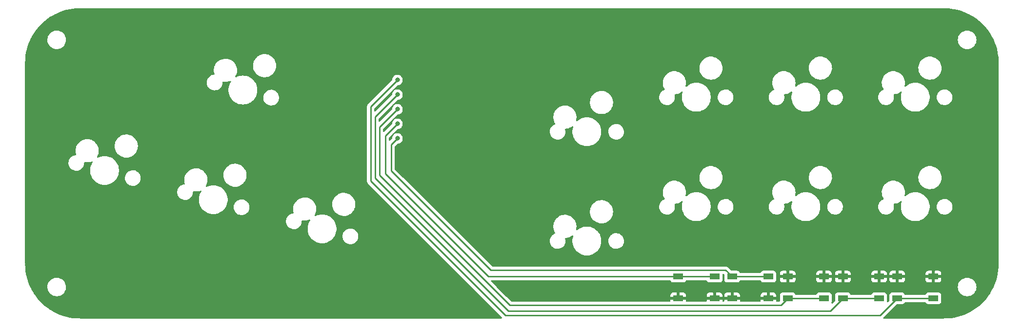
<source format=gbr>
%TF.GenerationSoftware,KiCad,Pcbnew,(6.0.1)*%
%TF.CreationDate,2023-06-02T16:05:18+02:00*%
%TF.ProjectId,cock,636f636b-2e6b-4696-9361-645f70636258,rev?*%
%TF.SameCoordinates,Original*%
%TF.FileFunction,Copper,L1,Top*%
%TF.FilePolarity,Positive*%
%FSLAX46Y46*%
G04 Gerber Fmt 4.6, Leading zero omitted, Abs format (unit mm)*
G04 Created by KiCad (PCBNEW (6.0.1)) date 2023-06-02 16:05:18*
%MOMM*%
%LPD*%
G01*
G04 APERTURE LIST*
%TA.AperFunction,SMDPad,CuDef*%
%ADD10R,1.700000X1.000000*%
%TD*%
%TA.AperFunction,ViaPad*%
%ADD11C,0.800000*%
%TD*%
%TA.AperFunction,Conductor*%
%ADD12C,0.250000*%
%TD*%
G04 APERTURE END LIST*
D10*
%TO.P,SW2,1,1*%
%TO.N,/START*%
X192430000Y-90000000D03*
X198730000Y-90000000D03*
%TO.P,SW2,2,2*%
%TO.N,GND*%
X192430000Y-86200000D03*
X198730000Y-86200000D03*
%TD*%
%TO.P,SW3,1,1*%
%TO.N,/HOME*%
X189150000Y-90000000D03*
X182850000Y-90000000D03*
%TO.P,SW3,2,2*%
%TO.N,GND*%
X182850000Y-86200000D03*
X189150000Y-86200000D03*
%TD*%
%TO.P,SW1,1,1*%
%TO.N,/SELECT*%
X179500000Y-86200000D03*
X173200000Y-86200000D03*
%TO.P,SW1,2,2*%
%TO.N,GND*%
X179500000Y-90000000D03*
X173200000Y-90000000D03*
%TD*%
%TO.P,SW5,1,1*%
%TO.N,/LS_CLICK*%
X163850000Y-86200000D03*
X170150000Y-86200000D03*
%TO.P,SW5,2,2*%
%TO.N,GND*%
X170150000Y-90000000D03*
X163850000Y-90000000D03*
%TD*%
%TO.P,SW4,1,1*%
%TO.N,/RS_CLICK*%
X201850000Y-90000000D03*
X208150000Y-90000000D03*
%TO.P,SW4,2,2*%
%TO.N,GND*%
X201850000Y-86200000D03*
X208150000Y-86200000D03*
%TD*%
D11*
%TO.N,/RS_CLICK*%
X115128000Y-52004000D03*
%TO.N,/LS_CLICK*%
X115128000Y-59624000D03*
%TO.N,GND*%
X135382000Y-44384000D03*
%TO.N,/SELECT*%
X115128000Y-62164000D03*
%TO.N,/START*%
X115128000Y-54544000D03*
%TO.N,/HOME*%
X115128000Y-57084000D03*
%TD*%
D12*
%TO.N,/RS_CLICK*%
X110490000Y-69596000D02*
X110490000Y-56642000D01*
X133858000Y-92964000D02*
X110490000Y-69596000D01*
X198886000Y-92964000D02*
X133858000Y-92964000D01*
X201850000Y-90000000D02*
X198886000Y-92964000D01*
X110490000Y-56642000D02*
X115128000Y-52004000D01*
X208150000Y-90000000D02*
X201850000Y-90000000D01*
%TO.N,/LS_CLICK*%
X113030000Y-68326000D02*
X113030000Y-61722000D01*
X130904000Y-86200000D02*
X113030000Y-68326000D01*
X163850000Y-86200000D02*
X130904000Y-86200000D01*
X163850000Y-86200000D02*
X170150000Y-86200000D01*
X113030000Y-61722000D02*
X115128000Y-59624000D01*
%TO.N,GND*%
X192430000Y-86200000D02*
X198730000Y-86200000D01*
X201850000Y-86200000D02*
X208150000Y-86200000D01*
X163850000Y-90000000D02*
X170150000Y-90000000D01*
X182850000Y-86200000D02*
X189150000Y-86200000D01*
X173200000Y-90000000D02*
X179500000Y-90000000D01*
%TO.N,/SELECT*%
X114046000Y-63246000D02*
X115128000Y-62164000D01*
X172090000Y-85090000D02*
X131318000Y-85090000D01*
X173200000Y-86200000D02*
X179500000Y-86200000D01*
X114046000Y-67818000D02*
X114046000Y-63246000D01*
X131318000Y-85090000D02*
X114046000Y-67818000D01*
X173200000Y-86200000D02*
X172090000Y-85090000D01*
%TO.N,/START*%
X190228000Y-92202000D02*
X134366000Y-92202000D01*
X111252000Y-58420000D02*
X115128000Y-54544000D01*
X111252000Y-69088000D02*
X111252000Y-58420000D01*
X134366000Y-92202000D02*
X111252000Y-69088000D01*
X192430000Y-90000000D02*
X198730000Y-90000000D01*
X192430000Y-90000000D02*
X190228000Y-92202000D01*
%TO.N,/HOME*%
X189150000Y-90000000D02*
X182850000Y-90000000D01*
X134620000Y-91186000D02*
X112014000Y-68580000D01*
X112014000Y-60198000D02*
X115128000Y-57084000D01*
X112014000Y-68580000D02*
X112014000Y-60198000D01*
X182850000Y-90000000D02*
X181664000Y-91186000D01*
X181664000Y-91186000D02*
X134620000Y-91186000D01*
%TD*%
%TA.AperFunction,Conductor*%
%TO.N,GND*%
G36*
X209970057Y-39509500D02*
G01*
X209984858Y-39511805D01*
X209984861Y-39511805D01*
X209993730Y-39513186D01*
X210002632Y-39512022D01*
X210002634Y-39512022D01*
X210011974Y-39510800D01*
X210016810Y-39510168D01*
X210037103Y-39509166D01*
X210121046Y-39511804D01*
X210592050Y-39526606D01*
X210599950Y-39527103D01*
X210935627Y-39558834D01*
X211185729Y-39582475D01*
X211193564Y-39583465D01*
X211774718Y-39675510D01*
X211782486Y-39676993D01*
X212356707Y-39805347D01*
X212364374Y-39807315D01*
X212634915Y-39885914D01*
X212929399Y-39971470D01*
X212936902Y-39973908D01*
X213490528Y-40173225D01*
X213497856Y-40176127D01*
X214037876Y-40409814D01*
X214045008Y-40413170D01*
X214481378Y-40635512D01*
X214569277Y-40680299D01*
X214576213Y-40684112D01*
X215082669Y-40983629D01*
X215089352Y-40987871D01*
X215575985Y-41318586D01*
X215582376Y-41323228D01*
X216047315Y-41683872D01*
X216053394Y-41688902D01*
X216494756Y-42078015D01*
X216500526Y-42083434D01*
X216916566Y-42499474D01*
X216921985Y-42505244D01*
X217311098Y-42946606D01*
X217316128Y-42952685D01*
X217676772Y-43417624D01*
X217681414Y-43424015D01*
X218012129Y-43910648D01*
X218016371Y-43917331D01*
X218315888Y-44423787D01*
X218319701Y-44430723D01*
X218358169Y-44506221D01*
X218586830Y-44954992D01*
X218590186Y-44962124D01*
X218823873Y-45502144D01*
X218826775Y-45509472D01*
X219026088Y-46063085D01*
X219028530Y-46070601D01*
X219095792Y-46302117D01*
X219192685Y-46635626D01*
X219194653Y-46643293D01*
X219323007Y-47217514D01*
X219324490Y-47225282D01*
X219413239Y-47785620D01*
X219416534Y-47806427D01*
X219417525Y-47814271D01*
X219430179Y-47948139D01*
X219472897Y-48400050D01*
X219473394Y-48407950D01*
X219490596Y-48955332D01*
X219489158Y-48978673D01*
X219486814Y-48993730D01*
X219487978Y-49002632D01*
X219487978Y-49002635D01*
X219490936Y-49025251D01*
X219492000Y-49041589D01*
X219492000Y-83950672D01*
X219490500Y-83970056D01*
X219486814Y-83993730D01*
X219487978Y-84002632D01*
X219487978Y-84002634D01*
X219489832Y-84016808D01*
X219490834Y-84037104D01*
X219473394Y-84592050D01*
X219472897Y-84599950D01*
X219417526Y-85185720D01*
X219416535Y-85193564D01*
X219330400Y-85737404D01*
X219324491Y-85774711D01*
X219323007Y-85782486D01*
X219194653Y-86356707D01*
X219192685Y-86364374D01*
X219135158Y-86562384D01*
X219032578Y-86915468D01*
X219028534Y-86929387D01*
X219026092Y-86936902D01*
X218826775Y-87490528D01*
X218823873Y-87497856D01*
X218590186Y-88037876D01*
X218586830Y-88045008D01*
X218449473Y-88314586D01*
X218319701Y-88569277D01*
X218315888Y-88576213D01*
X218016371Y-89082669D01*
X218012129Y-89089352D01*
X217681414Y-89575985D01*
X217676772Y-89582376D01*
X217316128Y-90047315D01*
X217311098Y-90053394D01*
X216921985Y-90494756D01*
X216916566Y-90500526D01*
X216500526Y-90916566D01*
X216494756Y-90921985D01*
X216053394Y-91311098D01*
X216047315Y-91316128D01*
X215582376Y-91676772D01*
X215575985Y-91681414D01*
X215089352Y-92012129D01*
X215082669Y-92016371D01*
X214576213Y-92315888D01*
X214569277Y-92319701D01*
X214045008Y-92586830D01*
X214037876Y-92590186D01*
X213497856Y-92823873D01*
X213490528Y-92826775D01*
X212936902Y-93026092D01*
X212929399Y-93028530D01*
X212634915Y-93114086D01*
X212364374Y-93192685D01*
X212356707Y-93194653D01*
X211782486Y-93323007D01*
X211774718Y-93324490D01*
X211193564Y-93416535D01*
X211185729Y-93417525D01*
X210946539Y-93440135D01*
X210599950Y-93472897D01*
X210592050Y-93473394D01*
X210044668Y-93490596D01*
X210021327Y-93489158D01*
X210017589Y-93488576D01*
X210006270Y-93486814D01*
X209997368Y-93487978D01*
X209997365Y-93487978D01*
X209974749Y-93490936D01*
X209958411Y-93492000D01*
X199558094Y-93492000D01*
X199489973Y-93471998D01*
X199443480Y-93418342D01*
X199433376Y-93348068D01*
X199462870Y-93283488D01*
X199468999Y-93276905D01*
X200559337Y-92186568D01*
X201700500Y-91045405D01*
X201762812Y-91011379D01*
X201789595Y-91008500D01*
X202748134Y-91008500D01*
X202810316Y-91001745D01*
X202946705Y-90950615D01*
X203063261Y-90863261D01*
X203150615Y-90746705D01*
X203153769Y-90738293D01*
X203162401Y-90715269D01*
X203205043Y-90658505D01*
X203271605Y-90633806D01*
X203280382Y-90633500D01*
X206719618Y-90633500D01*
X206787739Y-90653502D01*
X206834232Y-90707158D01*
X206837599Y-90715269D01*
X206846231Y-90738293D01*
X206849385Y-90746705D01*
X206936739Y-90863261D01*
X207053295Y-90950615D01*
X207189684Y-91001745D01*
X207251866Y-91008500D01*
X209048134Y-91008500D01*
X209110316Y-91001745D01*
X209246705Y-90950615D01*
X209363261Y-90863261D01*
X209450615Y-90746705D01*
X209501745Y-90610316D01*
X209508500Y-90548134D01*
X209508500Y-89451866D01*
X209501745Y-89389684D01*
X209450615Y-89253295D01*
X209363261Y-89136739D01*
X209246705Y-89049385D01*
X209110316Y-88998255D01*
X209048134Y-88991500D01*
X207251866Y-88991500D01*
X207189684Y-88998255D01*
X207053295Y-89049385D01*
X206936739Y-89136739D01*
X206849385Y-89253295D01*
X206846233Y-89261703D01*
X206846231Y-89261707D01*
X206837599Y-89284731D01*
X206794957Y-89341495D01*
X206728395Y-89366194D01*
X206719618Y-89366500D01*
X203280382Y-89366500D01*
X203212261Y-89346498D01*
X203165768Y-89292842D01*
X203162401Y-89284731D01*
X203153769Y-89261707D01*
X203153767Y-89261703D01*
X203150615Y-89253295D01*
X203063261Y-89136739D01*
X202946705Y-89049385D01*
X202810316Y-88998255D01*
X202748134Y-88991500D01*
X200951866Y-88991500D01*
X200889684Y-88998255D01*
X200753295Y-89049385D01*
X200636739Y-89136739D01*
X200549385Y-89253295D01*
X200498255Y-89389684D01*
X200491500Y-89451866D01*
X200491500Y-90410406D01*
X200471498Y-90478527D01*
X200454595Y-90499501D01*
X200302809Y-90651287D01*
X200240497Y-90685313D01*
X200169682Y-90680248D01*
X200112846Y-90637701D01*
X200088035Y-90571181D01*
X200088336Y-90554949D01*
X200087947Y-90554928D01*
X200088131Y-90551531D01*
X200088500Y-90548134D01*
X200088500Y-89451866D01*
X200081745Y-89389684D01*
X200030615Y-89253295D01*
X199943261Y-89136739D01*
X199826705Y-89049385D01*
X199690316Y-88998255D01*
X199628134Y-88991500D01*
X197831866Y-88991500D01*
X197769684Y-88998255D01*
X197633295Y-89049385D01*
X197516739Y-89136739D01*
X197429385Y-89253295D01*
X197426233Y-89261703D01*
X197426231Y-89261707D01*
X197417599Y-89284731D01*
X197374957Y-89341495D01*
X197308395Y-89366194D01*
X197299618Y-89366500D01*
X193860382Y-89366500D01*
X193792261Y-89346498D01*
X193745768Y-89292842D01*
X193742401Y-89284731D01*
X193733769Y-89261707D01*
X193733767Y-89261703D01*
X193730615Y-89253295D01*
X193643261Y-89136739D01*
X193526705Y-89049385D01*
X193390316Y-88998255D01*
X193328134Y-88991500D01*
X191531866Y-88991500D01*
X191469684Y-88998255D01*
X191333295Y-89049385D01*
X191216739Y-89136739D01*
X191129385Y-89253295D01*
X191078255Y-89389684D01*
X191071500Y-89451866D01*
X191071500Y-90410405D01*
X191051498Y-90478526D01*
X191034595Y-90499500D01*
X190659867Y-90874228D01*
X190597555Y-90908254D01*
X190526740Y-90903189D01*
X190469904Y-90860642D01*
X190445093Y-90794122D01*
X190452790Y-90740903D01*
X190453767Y-90738297D01*
X190501745Y-90610316D01*
X190508500Y-90548134D01*
X190508500Y-89451866D01*
X190501745Y-89389684D01*
X190450615Y-89253295D01*
X190363261Y-89136739D01*
X190246705Y-89049385D01*
X190110316Y-88998255D01*
X190048134Y-88991500D01*
X188251866Y-88991500D01*
X188189684Y-88998255D01*
X188053295Y-89049385D01*
X187936739Y-89136739D01*
X187849385Y-89253295D01*
X187846233Y-89261703D01*
X187846231Y-89261707D01*
X187837599Y-89284731D01*
X187794957Y-89341495D01*
X187728395Y-89366194D01*
X187719618Y-89366500D01*
X184280382Y-89366500D01*
X184212261Y-89346498D01*
X184165768Y-89292842D01*
X184162401Y-89284731D01*
X184153769Y-89261707D01*
X184153767Y-89261703D01*
X184150615Y-89253295D01*
X184063261Y-89136739D01*
X183946705Y-89049385D01*
X183810316Y-88998255D01*
X183748134Y-88991500D01*
X181951866Y-88991500D01*
X181889684Y-88998255D01*
X181753295Y-89049385D01*
X181636739Y-89136739D01*
X181549385Y-89253295D01*
X181498255Y-89389684D01*
X181491500Y-89451866D01*
X181491500Y-90410405D01*
X181471498Y-90478526D01*
X181454595Y-90499500D01*
X181438500Y-90515595D01*
X181376188Y-90549621D01*
X181349405Y-90552500D01*
X180984000Y-90552500D01*
X180915879Y-90532498D01*
X180869386Y-90478842D01*
X180858000Y-90426500D01*
X180858000Y-90272115D01*
X180853525Y-90256876D01*
X180852135Y-90255671D01*
X180844452Y-90254000D01*
X178160116Y-90254000D01*
X178144877Y-90258475D01*
X178143672Y-90259865D01*
X178142001Y-90267548D01*
X178142001Y-90426500D01*
X178121999Y-90494621D01*
X178068343Y-90541114D01*
X178016001Y-90552500D01*
X174684000Y-90552500D01*
X174615879Y-90532498D01*
X174569386Y-90478842D01*
X174558000Y-90426500D01*
X174558000Y-90272115D01*
X174553525Y-90256876D01*
X174552135Y-90255671D01*
X174544452Y-90254000D01*
X171860116Y-90254000D01*
X171844877Y-90258475D01*
X171843672Y-90259865D01*
X171842001Y-90267548D01*
X171842001Y-90426500D01*
X171821999Y-90494621D01*
X171768343Y-90541114D01*
X171716001Y-90552500D01*
X171634000Y-90552500D01*
X171565879Y-90532498D01*
X171519386Y-90478842D01*
X171508000Y-90426500D01*
X171508000Y-90272115D01*
X171503525Y-90256876D01*
X171502135Y-90255671D01*
X171494452Y-90254000D01*
X168810116Y-90254000D01*
X168794877Y-90258475D01*
X168793672Y-90259865D01*
X168792001Y-90267548D01*
X168792001Y-90426500D01*
X168771999Y-90494621D01*
X168718343Y-90541114D01*
X168666001Y-90552500D01*
X165334000Y-90552500D01*
X165265879Y-90532498D01*
X165219386Y-90478842D01*
X165208000Y-90426500D01*
X165208000Y-90272115D01*
X165203525Y-90256876D01*
X165202135Y-90255671D01*
X165194452Y-90254000D01*
X162510116Y-90254000D01*
X162494877Y-90258475D01*
X162493672Y-90259865D01*
X162492001Y-90267548D01*
X162492001Y-90426500D01*
X162471999Y-90494621D01*
X162418343Y-90541114D01*
X162366001Y-90552500D01*
X134934594Y-90552500D01*
X134866473Y-90532498D01*
X134845499Y-90515595D01*
X134057789Y-89727885D01*
X162492000Y-89727885D01*
X162496475Y-89743124D01*
X162497865Y-89744329D01*
X162505548Y-89746000D01*
X163577885Y-89746000D01*
X163593124Y-89741525D01*
X163594329Y-89740135D01*
X163596000Y-89732452D01*
X163596000Y-89727885D01*
X164104000Y-89727885D01*
X164108475Y-89743124D01*
X164109865Y-89744329D01*
X164117548Y-89746000D01*
X165189884Y-89746000D01*
X165205123Y-89741525D01*
X165206328Y-89740135D01*
X165207999Y-89732452D01*
X165207999Y-89727885D01*
X168792000Y-89727885D01*
X168796475Y-89743124D01*
X168797865Y-89744329D01*
X168805548Y-89746000D01*
X169877885Y-89746000D01*
X169893124Y-89741525D01*
X169894329Y-89740135D01*
X169896000Y-89732452D01*
X169896000Y-89727885D01*
X170404000Y-89727885D01*
X170408475Y-89743124D01*
X170409865Y-89744329D01*
X170417548Y-89746000D01*
X171489884Y-89746000D01*
X171505123Y-89741525D01*
X171506328Y-89740135D01*
X171507999Y-89732452D01*
X171507999Y-89727885D01*
X171842000Y-89727885D01*
X171846475Y-89743124D01*
X171847865Y-89744329D01*
X171855548Y-89746000D01*
X172927885Y-89746000D01*
X172943124Y-89741525D01*
X172944329Y-89740135D01*
X172946000Y-89732452D01*
X172946000Y-89727885D01*
X173454000Y-89727885D01*
X173458475Y-89743124D01*
X173459865Y-89744329D01*
X173467548Y-89746000D01*
X174539884Y-89746000D01*
X174555123Y-89741525D01*
X174556328Y-89740135D01*
X174557999Y-89732452D01*
X174557999Y-89727885D01*
X178142000Y-89727885D01*
X178146475Y-89743124D01*
X178147865Y-89744329D01*
X178155548Y-89746000D01*
X179227885Y-89746000D01*
X179243124Y-89741525D01*
X179244329Y-89740135D01*
X179246000Y-89732452D01*
X179246000Y-89727885D01*
X179754000Y-89727885D01*
X179758475Y-89743124D01*
X179759865Y-89744329D01*
X179767548Y-89746000D01*
X180839884Y-89746000D01*
X180855123Y-89741525D01*
X180856328Y-89740135D01*
X180857999Y-89732452D01*
X180857999Y-89455331D01*
X180857629Y-89448510D01*
X180852105Y-89397648D01*
X180848479Y-89382396D01*
X180803324Y-89261946D01*
X180794786Y-89246351D01*
X180718285Y-89144276D01*
X180705724Y-89131715D01*
X180603649Y-89055214D01*
X180588054Y-89046676D01*
X180467606Y-89001522D01*
X180452351Y-88997895D01*
X180401486Y-88992369D01*
X180394672Y-88992000D01*
X179772115Y-88992000D01*
X179756876Y-88996475D01*
X179755671Y-88997865D01*
X179754000Y-89005548D01*
X179754000Y-89727885D01*
X179246000Y-89727885D01*
X179246000Y-89010116D01*
X179241525Y-88994877D01*
X179240135Y-88993672D01*
X179232452Y-88992001D01*
X178605331Y-88992001D01*
X178598510Y-88992371D01*
X178547648Y-88997895D01*
X178532396Y-89001521D01*
X178411946Y-89046676D01*
X178396351Y-89055214D01*
X178294276Y-89131715D01*
X178281715Y-89144276D01*
X178205214Y-89246351D01*
X178196676Y-89261946D01*
X178151522Y-89382394D01*
X178147895Y-89397649D01*
X178142369Y-89448514D01*
X178142000Y-89455328D01*
X178142000Y-89727885D01*
X174557999Y-89727885D01*
X174557999Y-89455331D01*
X174557629Y-89448510D01*
X174552105Y-89397648D01*
X174548479Y-89382396D01*
X174503324Y-89261946D01*
X174494786Y-89246351D01*
X174418285Y-89144276D01*
X174405724Y-89131715D01*
X174303649Y-89055214D01*
X174288054Y-89046676D01*
X174167606Y-89001522D01*
X174152351Y-88997895D01*
X174101486Y-88992369D01*
X174094672Y-88992000D01*
X173472115Y-88992000D01*
X173456876Y-88996475D01*
X173455671Y-88997865D01*
X173454000Y-89005548D01*
X173454000Y-89727885D01*
X172946000Y-89727885D01*
X172946000Y-89010116D01*
X172941525Y-88994877D01*
X172940135Y-88993672D01*
X172932452Y-88992001D01*
X172305331Y-88992001D01*
X172298510Y-88992371D01*
X172247648Y-88997895D01*
X172232396Y-89001521D01*
X172111946Y-89046676D01*
X172096351Y-89055214D01*
X171994276Y-89131715D01*
X171981715Y-89144276D01*
X171905214Y-89246351D01*
X171896676Y-89261946D01*
X171851522Y-89382394D01*
X171847895Y-89397649D01*
X171842369Y-89448514D01*
X171842000Y-89455328D01*
X171842000Y-89727885D01*
X171507999Y-89727885D01*
X171507999Y-89455331D01*
X171507629Y-89448510D01*
X171502105Y-89397648D01*
X171498479Y-89382396D01*
X171453324Y-89261946D01*
X171444786Y-89246351D01*
X171368285Y-89144276D01*
X171355724Y-89131715D01*
X171253649Y-89055214D01*
X171238054Y-89046676D01*
X171117606Y-89001522D01*
X171102351Y-88997895D01*
X171051486Y-88992369D01*
X171044672Y-88992000D01*
X170422115Y-88992000D01*
X170406876Y-88996475D01*
X170405671Y-88997865D01*
X170404000Y-89005548D01*
X170404000Y-89727885D01*
X169896000Y-89727885D01*
X169896000Y-89010116D01*
X169891525Y-88994877D01*
X169890135Y-88993672D01*
X169882452Y-88992001D01*
X169255331Y-88992001D01*
X169248510Y-88992371D01*
X169197648Y-88997895D01*
X169182396Y-89001521D01*
X169061946Y-89046676D01*
X169046351Y-89055214D01*
X168944276Y-89131715D01*
X168931715Y-89144276D01*
X168855214Y-89246351D01*
X168846676Y-89261946D01*
X168801522Y-89382394D01*
X168797895Y-89397649D01*
X168792369Y-89448514D01*
X168792000Y-89455328D01*
X168792000Y-89727885D01*
X165207999Y-89727885D01*
X165207999Y-89455331D01*
X165207629Y-89448510D01*
X165202105Y-89397648D01*
X165198479Y-89382396D01*
X165153324Y-89261946D01*
X165144786Y-89246351D01*
X165068285Y-89144276D01*
X165055724Y-89131715D01*
X164953649Y-89055214D01*
X164938054Y-89046676D01*
X164817606Y-89001522D01*
X164802351Y-88997895D01*
X164751486Y-88992369D01*
X164744672Y-88992000D01*
X164122115Y-88992000D01*
X164106876Y-88996475D01*
X164105671Y-88997865D01*
X164104000Y-89005548D01*
X164104000Y-89727885D01*
X163596000Y-89727885D01*
X163596000Y-89010116D01*
X163591525Y-88994877D01*
X163590135Y-88993672D01*
X163582452Y-88992001D01*
X162955331Y-88992001D01*
X162948510Y-88992371D01*
X162897648Y-88997895D01*
X162882396Y-89001521D01*
X162761946Y-89046676D01*
X162746351Y-89055214D01*
X162644276Y-89131715D01*
X162631715Y-89144276D01*
X162555214Y-89246351D01*
X162546676Y-89261946D01*
X162501522Y-89382394D01*
X162497895Y-89397649D01*
X162492369Y-89448514D01*
X162492000Y-89455328D01*
X162492000Y-89727885D01*
X134057789Y-89727885D01*
X132329904Y-88000000D01*
X212386526Y-88000000D01*
X212406391Y-88252403D01*
X212407545Y-88257210D01*
X212407546Y-88257216D01*
X212445179Y-88413968D01*
X212465495Y-88498591D01*
X212562384Y-88732502D01*
X212694672Y-88948376D01*
X212859102Y-89140898D01*
X213051624Y-89305328D01*
X213267498Y-89437616D01*
X213272068Y-89439509D01*
X213272072Y-89439511D01*
X213496836Y-89532611D01*
X213501409Y-89534505D01*
X213586032Y-89554821D01*
X213742784Y-89592454D01*
X213742790Y-89592455D01*
X213747597Y-89593609D01*
X213847416Y-89601465D01*
X213934345Y-89608307D01*
X213934352Y-89608307D01*
X213936801Y-89608500D01*
X214063199Y-89608500D01*
X214065648Y-89608307D01*
X214065655Y-89608307D01*
X214152584Y-89601465D01*
X214252403Y-89593609D01*
X214257210Y-89592455D01*
X214257216Y-89592454D01*
X214413968Y-89554821D01*
X214498591Y-89534505D01*
X214503164Y-89532611D01*
X214727928Y-89439511D01*
X214727932Y-89439509D01*
X214732502Y-89437616D01*
X214948376Y-89305328D01*
X215140898Y-89140898D01*
X215305328Y-88948376D01*
X215437616Y-88732502D01*
X215534505Y-88498591D01*
X215554821Y-88413968D01*
X215592454Y-88257216D01*
X215592455Y-88257210D01*
X215593609Y-88252403D01*
X215613474Y-88000000D01*
X215593609Y-87747597D01*
X215534505Y-87501409D01*
X215531535Y-87494238D01*
X215439511Y-87272072D01*
X215439509Y-87272068D01*
X215437616Y-87267498D01*
X215305328Y-87051624D01*
X215140898Y-86859102D01*
X214948376Y-86694672D01*
X214732502Y-86562384D01*
X214727932Y-86560491D01*
X214727928Y-86560489D01*
X214503164Y-86467389D01*
X214503162Y-86467388D01*
X214498591Y-86465495D01*
X214413968Y-86445179D01*
X214257216Y-86407546D01*
X214257210Y-86407545D01*
X214252403Y-86406391D01*
X214152584Y-86398535D01*
X214065655Y-86391693D01*
X214065648Y-86391693D01*
X214063199Y-86391500D01*
X213936801Y-86391500D01*
X213934352Y-86391693D01*
X213934345Y-86391693D01*
X213847416Y-86398535D01*
X213747597Y-86406391D01*
X213742790Y-86407545D01*
X213742784Y-86407546D01*
X213586032Y-86445179D01*
X213501409Y-86465495D01*
X213496838Y-86467388D01*
X213496836Y-86467389D01*
X213272072Y-86560489D01*
X213272068Y-86560491D01*
X213267498Y-86562384D01*
X213051624Y-86694672D01*
X212859102Y-86859102D01*
X212694672Y-87051624D01*
X212562384Y-87267498D01*
X212560491Y-87272068D01*
X212560489Y-87272072D01*
X212468465Y-87494238D01*
X212465495Y-87501409D01*
X212406391Y-87747597D01*
X212386526Y-88000000D01*
X132329904Y-88000000D01*
X131378499Y-87048595D01*
X131344473Y-86986283D01*
X131349538Y-86915468D01*
X131392085Y-86858632D01*
X131458605Y-86833821D01*
X131467594Y-86833500D01*
X162419618Y-86833500D01*
X162487739Y-86853502D01*
X162534232Y-86907158D01*
X162537599Y-86915269D01*
X162546231Y-86938293D01*
X162549385Y-86946705D01*
X162636739Y-87063261D01*
X162753295Y-87150615D01*
X162889684Y-87201745D01*
X162951866Y-87208500D01*
X164748134Y-87208500D01*
X164810316Y-87201745D01*
X164946705Y-87150615D01*
X165063261Y-87063261D01*
X165150615Y-86946705D01*
X165153769Y-86938293D01*
X165162401Y-86915269D01*
X165205043Y-86858505D01*
X165271605Y-86833806D01*
X165280382Y-86833500D01*
X168719618Y-86833500D01*
X168787739Y-86853502D01*
X168834232Y-86907158D01*
X168837599Y-86915269D01*
X168846231Y-86938293D01*
X168849385Y-86946705D01*
X168936739Y-87063261D01*
X169053295Y-87150615D01*
X169189684Y-87201745D01*
X169251866Y-87208500D01*
X171048134Y-87208500D01*
X171110316Y-87201745D01*
X171246705Y-87150615D01*
X171363261Y-87063261D01*
X171450615Y-86946705D01*
X171501745Y-86810316D01*
X171508500Y-86748134D01*
X171508500Y-85849500D01*
X171528502Y-85781379D01*
X171582158Y-85734886D01*
X171634500Y-85723500D01*
X171715500Y-85723500D01*
X171783621Y-85743502D01*
X171830114Y-85797158D01*
X171841500Y-85849500D01*
X171841500Y-86748134D01*
X171848255Y-86810316D01*
X171899385Y-86946705D01*
X171986739Y-87063261D01*
X172103295Y-87150615D01*
X172239684Y-87201745D01*
X172301866Y-87208500D01*
X174098134Y-87208500D01*
X174160316Y-87201745D01*
X174296705Y-87150615D01*
X174413261Y-87063261D01*
X174500615Y-86946705D01*
X174503769Y-86938293D01*
X174512401Y-86915269D01*
X174555043Y-86858505D01*
X174621605Y-86833806D01*
X174630382Y-86833500D01*
X178069618Y-86833500D01*
X178137739Y-86853502D01*
X178184232Y-86907158D01*
X178187599Y-86915269D01*
X178196231Y-86938293D01*
X178199385Y-86946705D01*
X178286739Y-87063261D01*
X178403295Y-87150615D01*
X178539684Y-87201745D01*
X178601866Y-87208500D01*
X180398134Y-87208500D01*
X180460316Y-87201745D01*
X180596705Y-87150615D01*
X180713261Y-87063261D01*
X180800615Y-86946705D01*
X180851745Y-86810316D01*
X180858500Y-86748134D01*
X180858500Y-86744669D01*
X181492001Y-86744669D01*
X181492371Y-86751490D01*
X181497895Y-86802352D01*
X181501521Y-86817604D01*
X181546676Y-86938054D01*
X181555214Y-86953649D01*
X181631715Y-87055724D01*
X181644276Y-87068285D01*
X181746351Y-87144786D01*
X181761946Y-87153324D01*
X181882394Y-87198478D01*
X181897649Y-87202105D01*
X181948514Y-87207631D01*
X181955328Y-87208000D01*
X182577885Y-87208000D01*
X182593124Y-87203525D01*
X182594329Y-87202135D01*
X182596000Y-87194452D01*
X182596000Y-87189884D01*
X183104000Y-87189884D01*
X183108475Y-87205123D01*
X183109865Y-87206328D01*
X183117548Y-87207999D01*
X183744669Y-87207999D01*
X183751490Y-87207629D01*
X183802352Y-87202105D01*
X183817604Y-87198479D01*
X183938054Y-87153324D01*
X183953649Y-87144786D01*
X184055724Y-87068285D01*
X184068285Y-87055724D01*
X184144786Y-86953649D01*
X184153324Y-86938054D01*
X184198478Y-86817606D01*
X184202105Y-86802351D01*
X184207631Y-86751486D01*
X184208000Y-86744672D01*
X184208000Y-86744669D01*
X187792001Y-86744669D01*
X187792371Y-86751490D01*
X187797895Y-86802352D01*
X187801521Y-86817604D01*
X187846676Y-86938054D01*
X187855214Y-86953649D01*
X187931715Y-87055724D01*
X187944276Y-87068285D01*
X188046351Y-87144786D01*
X188061946Y-87153324D01*
X188182394Y-87198478D01*
X188197649Y-87202105D01*
X188248514Y-87207631D01*
X188255328Y-87208000D01*
X188877885Y-87208000D01*
X188893124Y-87203525D01*
X188894329Y-87202135D01*
X188896000Y-87194452D01*
X188896000Y-87189884D01*
X189404000Y-87189884D01*
X189408475Y-87205123D01*
X189409865Y-87206328D01*
X189417548Y-87207999D01*
X190044669Y-87207999D01*
X190051490Y-87207629D01*
X190102352Y-87202105D01*
X190117604Y-87198479D01*
X190238054Y-87153324D01*
X190253649Y-87144786D01*
X190355724Y-87068285D01*
X190368285Y-87055724D01*
X190444786Y-86953649D01*
X190453324Y-86938054D01*
X190498478Y-86817606D01*
X190502105Y-86802351D01*
X190507631Y-86751486D01*
X190508000Y-86744672D01*
X190508000Y-86744669D01*
X191072001Y-86744669D01*
X191072371Y-86751490D01*
X191077895Y-86802352D01*
X191081521Y-86817604D01*
X191126676Y-86938054D01*
X191135214Y-86953649D01*
X191211715Y-87055724D01*
X191224276Y-87068285D01*
X191326351Y-87144786D01*
X191341946Y-87153324D01*
X191462394Y-87198478D01*
X191477649Y-87202105D01*
X191528514Y-87207631D01*
X191535328Y-87208000D01*
X192157885Y-87208000D01*
X192173124Y-87203525D01*
X192174329Y-87202135D01*
X192176000Y-87194452D01*
X192176000Y-87189884D01*
X192684000Y-87189884D01*
X192688475Y-87205123D01*
X192689865Y-87206328D01*
X192697548Y-87207999D01*
X193324669Y-87207999D01*
X193331490Y-87207629D01*
X193382352Y-87202105D01*
X193397604Y-87198479D01*
X193518054Y-87153324D01*
X193533649Y-87144786D01*
X193635724Y-87068285D01*
X193648285Y-87055724D01*
X193724786Y-86953649D01*
X193733324Y-86938054D01*
X193778478Y-86817606D01*
X193782105Y-86802351D01*
X193787631Y-86751486D01*
X193788000Y-86744672D01*
X193788000Y-86744669D01*
X197372001Y-86744669D01*
X197372371Y-86751490D01*
X197377895Y-86802352D01*
X197381521Y-86817604D01*
X197426676Y-86938054D01*
X197435214Y-86953649D01*
X197511715Y-87055724D01*
X197524276Y-87068285D01*
X197626351Y-87144786D01*
X197641946Y-87153324D01*
X197762394Y-87198478D01*
X197777649Y-87202105D01*
X197828514Y-87207631D01*
X197835328Y-87208000D01*
X198457885Y-87208000D01*
X198473124Y-87203525D01*
X198474329Y-87202135D01*
X198476000Y-87194452D01*
X198476000Y-87189884D01*
X198984000Y-87189884D01*
X198988475Y-87205123D01*
X198989865Y-87206328D01*
X198997548Y-87207999D01*
X199624669Y-87207999D01*
X199631490Y-87207629D01*
X199682352Y-87202105D01*
X199697604Y-87198479D01*
X199818054Y-87153324D01*
X199833649Y-87144786D01*
X199935724Y-87068285D01*
X199948285Y-87055724D01*
X200024786Y-86953649D01*
X200033324Y-86938054D01*
X200078478Y-86817606D01*
X200082105Y-86802351D01*
X200087631Y-86751486D01*
X200088000Y-86744672D01*
X200088000Y-86744669D01*
X200492001Y-86744669D01*
X200492371Y-86751490D01*
X200497895Y-86802352D01*
X200501521Y-86817604D01*
X200546676Y-86938054D01*
X200555214Y-86953649D01*
X200631715Y-87055724D01*
X200644276Y-87068285D01*
X200746351Y-87144786D01*
X200761946Y-87153324D01*
X200882394Y-87198478D01*
X200897649Y-87202105D01*
X200948514Y-87207631D01*
X200955328Y-87208000D01*
X201577885Y-87208000D01*
X201593124Y-87203525D01*
X201594329Y-87202135D01*
X201596000Y-87194452D01*
X201596000Y-87189884D01*
X202104000Y-87189884D01*
X202108475Y-87205123D01*
X202109865Y-87206328D01*
X202117548Y-87207999D01*
X202744669Y-87207999D01*
X202751490Y-87207629D01*
X202802352Y-87202105D01*
X202817604Y-87198479D01*
X202938054Y-87153324D01*
X202953649Y-87144786D01*
X203055724Y-87068285D01*
X203068285Y-87055724D01*
X203144786Y-86953649D01*
X203153324Y-86938054D01*
X203198478Y-86817606D01*
X203202105Y-86802351D01*
X203207631Y-86751486D01*
X203208000Y-86744672D01*
X203208000Y-86744669D01*
X206792001Y-86744669D01*
X206792371Y-86751490D01*
X206797895Y-86802352D01*
X206801521Y-86817604D01*
X206846676Y-86938054D01*
X206855214Y-86953649D01*
X206931715Y-87055724D01*
X206944276Y-87068285D01*
X207046351Y-87144786D01*
X207061946Y-87153324D01*
X207182394Y-87198478D01*
X207197649Y-87202105D01*
X207248514Y-87207631D01*
X207255328Y-87208000D01*
X207877885Y-87208000D01*
X207893124Y-87203525D01*
X207894329Y-87202135D01*
X207896000Y-87194452D01*
X207896000Y-87189884D01*
X208404000Y-87189884D01*
X208408475Y-87205123D01*
X208409865Y-87206328D01*
X208417548Y-87207999D01*
X209044669Y-87207999D01*
X209051490Y-87207629D01*
X209102352Y-87202105D01*
X209117604Y-87198479D01*
X209238054Y-87153324D01*
X209253649Y-87144786D01*
X209355724Y-87068285D01*
X209368285Y-87055724D01*
X209444786Y-86953649D01*
X209453324Y-86938054D01*
X209498478Y-86817606D01*
X209502105Y-86802351D01*
X209507631Y-86751486D01*
X209508000Y-86744672D01*
X209508000Y-86472115D01*
X209503525Y-86456876D01*
X209502135Y-86455671D01*
X209494452Y-86454000D01*
X208422115Y-86454000D01*
X208406876Y-86458475D01*
X208405671Y-86459865D01*
X208404000Y-86467548D01*
X208404000Y-87189884D01*
X207896000Y-87189884D01*
X207896000Y-86472115D01*
X207891525Y-86456876D01*
X207890135Y-86455671D01*
X207882452Y-86454000D01*
X206810116Y-86454000D01*
X206794877Y-86458475D01*
X206793672Y-86459865D01*
X206792001Y-86467548D01*
X206792001Y-86744669D01*
X203208000Y-86744669D01*
X203208000Y-86472115D01*
X203203525Y-86456876D01*
X203202135Y-86455671D01*
X203194452Y-86454000D01*
X202122115Y-86454000D01*
X202106876Y-86458475D01*
X202105671Y-86459865D01*
X202104000Y-86467548D01*
X202104000Y-87189884D01*
X201596000Y-87189884D01*
X201596000Y-86472115D01*
X201591525Y-86456876D01*
X201590135Y-86455671D01*
X201582452Y-86454000D01*
X200510116Y-86454000D01*
X200494877Y-86458475D01*
X200493672Y-86459865D01*
X200492001Y-86467548D01*
X200492001Y-86744669D01*
X200088000Y-86744669D01*
X200088000Y-86472115D01*
X200083525Y-86456876D01*
X200082135Y-86455671D01*
X200074452Y-86454000D01*
X199002115Y-86454000D01*
X198986876Y-86458475D01*
X198985671Y-86459865D01*
X198984000Y-86467548D01*
X198984000Y-87189884D01*
X198476000Y-87189884D01*
X198476000Y-86472115D01*
X198471525Y-86456876D01*
X198470135Y-86455671D01*
X198462452Y-86454000D01*
X197390116Y-86454000D01*
X197374877Y-86458475D01*
X197373672Y-86459865D01*
X197372001Y-86467548D01*
X197372001Y-86744669D01*
X193788000Y-86744669D01*
X193788000Y-86472115D01*
X193783525Y-86456876D01*
X193782135Y-86455671D01*
X193774452Y-86454000D01*
X192702115Y-86454000D01*
X192686876Y-86458475D01*
X192685671Y-86459865D01*
X192684000Y-86467548D01*
X192684000Y-87189884D01*
X192176000Y-87189884D01*
X192176000Y-86472115D01*
X192171525Y-86456876D01*
X192170135Y-86455671D01*
X192162452Y-86454000D01*
X191090116Y-86454000D01*
X191074877Y-86458475D01*
X191073672Y-86459865D01*
X191072001Y-86467548D01*
X191072001Y-86744669D01*
X190508000Y-86744669D01*
X190508000Y-86472115D01*
X190503525Y-86456876D01*
X190502135Y-86455671D01*
X190494452Y-86454000D01*
X189422115Y-86454000D01*
X189406876Y-86458475D01*
X189405671Y-86459865D01*
X189404000Y-86467548D01*
X189404000Y-87189884D01*
X188896000Y-87189884D01*
X188896000Y-86472115D01*
X188891525Y-86456876D01*
X188890135Y-86455671D01*
X188882452Y-86454000D01*
X187810116Y-86454000D01*
X187794877Y-86458475D01*
X187793672Y-86459865D01*
X187792001Y-86467548D01*
X187792001Y-86744669D01*
X184208000Y-86744669D01*
X184208000Y-86472115D01*
X184203525Y-86456876D01*
X184202135Y-86455671D01*
X184194452Y-86454000D01*
X183122115Y-86454000D01*
X183106876Y-86458475D01*
X183105671Y-86459865D01*
X183104000Y-86467548D01*
X183104000Y-87189884D01*
X182596000Y-87189884D01*
X182596000Y-86472115D01*
X182591525Y-86456876D01*
X182590135Y-86455671D01*
X182582452Y-86454000D01*
X181510116Y-86454000D01*
X181494877Y-86458475D01*
X181493672Y-86459865D01*
X181492001Y-86467548D01*
X181492001Y-86744669D01*
X180858500Y-86744669D01*
X180858500Y-85927885D01*
X181492000Y-85927885D01*
X181496475Y-85943124D01*
X181497865Y-85944329D01*
X181505548Y-85946000D01*
X182577885Y-85946000D01*
X182593124Y-85941525D01*
X182594329Y-85940135D01*
X182596000Y-85932452D01*
X182596000Y-85927885D01*
X183104000Y-85927885D01*
X183108475Y-85943124D01*
X183109865Y-85944329D01*
X183117548Y-85946000D01*
X184189884Y-85946000D01*
X184205123Y-85941525D01*
X184206328Y-85940135D01*
X184207999Y-85932452D01*
X184207999Y-85927885D01*
X187792000Y-85927885D01*
X187796475Y-85943124D01*
X187797865Y-85944329D01*
X187805548Y-85946000D01*
X188877885Y-85946000D01*
X188893124Y-85941525D01*
X188894329Y-85940135D01*
X188896000Y-85932452D01*
X188896000Y-85927885D01*
X189404000Y-85927885D01*
X189408475Y-85943124D01*
X189409865Y-85944329D01*
X189417548Y-85946000D01*
X190489884Y-85946000D01*
X190505123Y-85941525D01*
X190506328Y-85940135D01*
X190507999Y-85932452D01*
X190507999Y-85927885D01*
X191072000Y-85927885D01*
X191076475Y-85943124D01*
X191077865Y-85944329D01*
X191085548Y-85946000D01*
X192157885Y-85946000D01*
X192173124Y-85941525D01*
X192174329Y-85940135D01*
X192176000Y-85932452D01*
X192176000Y-85927885D01*
X192684000Y-85927885D01*
X192688475Y-85943124D01*
X192689865Y-85944329D01*
X192697548Y-85946000D01*
X193769884Y-85946000D01*
X193785123Y-85941525D01*
X193786328Y-85940135D01*
X193787999Y-85932452D01*
X193787999Y-85927885D01*
X197372000Y-85927885D01*
X197376475Y-85943124D01*
X197377865Y-85944329D01*
X197385548Y-85946000D01*
X198457885Y-85946000D01*
X198473124Y-85941525D01*
X198474329Y-85940135D01*
X198476000Y-85932452D01*
X198476000Y-85927885D01*
X198984000Y-85927885D01*
X198988475Y-85943124D01*
X198989865Y-85944329D01*
X198997548Y-85946000D01*
X200069884Y-85946000D01*
X200085123Y-85941525D01*
X200086328Y-85940135D01*
X200087999Y-85932452D01*
X200087999Y-85927885D01*
X200492000Y-85927885D01*
X200496475Y-85943124D01*
X200497865Y-85944329D01*
X200505548Y-85946000D01*
X201577885Y-85946000D01*
X201593124Y-85941525D01*
X201594329Y-85940135D01*
X201596000Y-85932452D01*
X201596000Y-85927885D01*
X202104000Y-85927885D01*
X202108475Y-85943124D01*
X202109865Y-85944329D01*
X202117548Y-85946000D01*
X203189884Y-85946000D01*
X203205123Y-85941525D01*
X203206328Y-85940135D01*
X203207999Y-85932452D01*
X203207999Y-85927885D01*
X206792000Y-85927885D01*
X206796475Y-85943124D01*
X206797865Y-85944329D01*
X206805548Y-85946000D01*
X207877885Y-85946000D01*
X207893124Y-85941525D01*
X207894329Y-85940135D01*
X207896000Y-85932452D01*
X207896000Y-85927885D01*
X208404000Y-85927885D01*
X208408475Y-85943124D01*
X208409865Y-85944329D01*
X208417548Y-85946000D01*
X209489884Y-85946000D01*
X209505123Y-85941525D01*
X209506328Y-85940135D01*
X209507999Y-85932452D01*
X209507999Y-85655331D01*
X209507629Y-85648510D01*
X209502105Y-85597648D01*
X209498479Y-85582396D01*
X209453324Y-85461946D01*
X209444786Y-85446351D01*
X209368285Y-85344276D01*
X209355724Y-85331715D01*
X209253649Y-85255214D01*
X209238054Y-85246676D01*
X209117606Y-85201522D01*
X209102351Y-85197895D01*
X209051486Y-85192369D01*
X209044672Y-85192000D01*
X208422115Y-85192000D01*
X208406876Y-85196475D01*
X208405671Y-85197865D01*
X208404000Y-85205548D01*
X208404000Y-85927885D01*
X207896000Y-85927885D01*
X207896000Y-85210116D01*
X207891525Y-85194877D01*
X207890135Y-85193672D01*
X207882452Y-85192001D01*
X207255331Y-85192001D01*
X207248510Y-85192371D01*
X207197648Y-85197895D01*
X207182396Y-85201521D01*
X207061946Y-85246676D01*
X207046351Y-85255214D01*
X206944276Y-85331715D01*
X206931715Y-85344276D01*
X206855214Y-85446351D01*
X206846676Y-85461946D01*
X206801522Y-85582394D01*
X206797895Y-85597649D01*
X206792369Y-85648514D01*
X206792000Y-85655328D01*
X206792000Y-85927885D01*
X203207999Y-85927885D01*
X203207999Y-85655331D01*
X203207629Y-85648510D01*
X203202105Y-85597648D01*
X203198479Y-85582396D01*
X203153324Y-85461946D01*
X203144786Y-85446351D01*
X203068285Y-85344276D01*
X203055724Y-85331715D01*
X202953649Y-85255214D01*
X202938054Y-85246676D01*
X202817606Y-85201522D01*
X202802351Y-85197895D01*
X202751486Y-85192369D01*
X202744672Y-85192000D01*
X202122115Y-85192000D01*
X202106876Y-85196475D01*
X202105671Y-85197865D01*
X202104000Y-85205548D01*
X202104000Y-85927885D01*
X201596000Y-85927885D01*
X201596000Y-85210116D01*
X201591525Y-85194877D01*
X201590135Y-85193672D01*
X201582452Y-85192001D01*
X200955331Y-85192001D01*
X200948510Y-85192371D01*
X200897648Y-85197895D01*
X200882396Y-85201521D01*
X200761946Y-85246676D01*
X200746351Y-85255214D01*
X200644276Y-85331715D01*
X200631715Y-85344276D01*
X200555214Y-85446351D01*
X200546676Y-85461946D01*
X200501522Y-85582394D01*
X200497895Y-85597649D01*
X200492369Y-85648514D01*
X200492000Y-85655328D01*
X200492000Y-85927885D01*
X200087999Y-85927885D01*
X200087999Y-85655331D01*
X200087629Y-85648510D01*
X200082105Y-85597648D01*
X200078479Y-85582396D01*
X200033324Y-85461946D01*
X200024786Y-85446351D01*
X199948285Y-85344276D01*
X199935724Y-85331715D01*
X199833649Y-85255214D01*
X199818054Y-85246676D01*
X199697606Y-85201522D01*
X199682351Y-85197895D01*
X199631486Y-85192369D01*
X199624672Y-85192000D01*
X199002115Y-85192000D01*
X198986876Y-85196475D01*
X198985671Y-85197865D01*
X198984000Y-85205548D01*
X198984000Y-85927885D01*
X198476000Y-85927885D01*
X198476000Y-85210116D01*
X198471525Y-85194877D01*
X198470135Y-85193672D01*
X198462452Y-85192001D01*
X197835331Y-85192001D01*
X197828510Y-85192371D01*
X197777648Y-85197895D01*
X197762396Y-85201521D01*
X197641946Y-85246676D01*
X197626351Y-85255214D01*
X197524276Y-85331715D01*
X197511715Y-85344276D01*
X197435214Y-85446351D01*
X197426676Y-85461946D01*
X197381522Y-85582394D01*
X197377895Y-85597649D01*
X197372369Y-85648514D01*
X197372000Y-85655328D01*
X197372000Y-85927885D01*
X193787999Y-85927885D01*
X193787999Y-85655331D01*
X193787629Y-85648510D01*
X193782105Y-85597648D01*
X193778479Y-85582396D01*
X193733324Y-85461946D01*
X193724786Y-85446351D01*
X193648285Y-85344276D01*
X193635724Y-85331715D01*
X193533649Y-85255214D01*
X193518054Y-85246676D01*
X193397606Y-85201522D01*
X193382351Y-85197895D01*
X193331486Y-85192369D01*
X193324672Y-85192000D01*
X192702115Y-85192000D01*
X192686876Y-85196475D01*
X192685671Y-85197865D01*
X192684000Y-85205548D01*
X192684000Y-85927885D01*
X192176000Y-85927885D01*
X192176000Y-85210116D01*
X192171525Y-85194877D01*
X192170135Y-85193672D01*
X192162452Y-85192001D01*
X191535331Y-85192001D01*
X191528510Y-85192371D01*
X191477648Y-85197895D01*
X191462396Y-85201521D01*
X191341946Y-85246676D01*
X191326351Y-85255214D01*
X191224276Y-85331715D01*
X191211715Y-85344276D01*
X191135214Y-85446351D01*
X191126676Y-85461946D01*
X191081522Y-85582394D01*
X191077895Y-85597649D01*
X191072369Y-85648514D01*
X191072000Y-85655328D01*
X191072000Y-85927885D01*
X190507999Y-85927885D01*
X190507999Y-85655331D01*
X190507629Y-85648510D01*
X190502105Y-85597648D01*
X190498479Y-85582396D01*
X190453324Y-85461946D01*
X190444786Y-85446351D01*
X190368285Y-85344276D01*
X190355724Y-85331715D01*
X190253649Y-85255214D01*
X190238054Y-85246676D01*
X190117606Y-85201522D01*
X190102351Y-85197895D01*
X190051486Y-85192369D01*
X190044672Y-85192000D01*
X189422115Y-85192000D01*
X189406876Y-85196475D01*
X189405671Y-85197865D01*
X189404000Y-85205548D01*
X189404000Y-85927885D01*
X188896000Y-85927885D01*
X188896000Y-85210116D01*
X188891525Y-85194877D01*
X188890135Y-85193672D01*
X188882452Y-85192001D01*
X188255331Y-85192001D01*
X188248510Y-85192371D01*
X188197648Y-85197895D01*
X188182396Y-85201521D01*
X188061946Y-85246676D01*
X188046351Y-85255214D01*
X187944276Y-85331715D01*
X187931715Y-85344276D01*
X187855214Y-85446351D01*
X187846676Y-85461946D01*
X187801522Y-85582394D01*
X187797895Y-85597649D01*
X187792369Y-85648514D01*
X187792000Y-85655328D01*
X187792000Y-85927885D01*
X184207999Y-85927885D01*
X184207999Y-85655331D01*
X184207629Y-85648510D01*
X184202105Y-85597648D01*
X184198479Y-85582396D01*
X184153324Y-85461946D01*
X184144786Y-85446351D01*
X184068285Y-85344276D01*
X184055724Y-85331715D01*
X183953649Y-85255214D01*
X183938054Y-85246676D01*
X183817606Y-85201522D01*
X183802351Y-85197895D01*
X183751486Y-85192369D01*
X183744672Y-85192000D01*
X183122115Y-85192000D01*
X183106876Y-85196475D01*
X183105671Y-85197865D01*
X183104000Y-85205548D01*
X183104000Y-85927885D01*
X182596000Y-85927885D01*
X182596000Y-85210116D01*
X182591525Y-85194877D01*
X182590135Y-85193672D01*
X182582452Y-85192001D01*
X181955331Y-85192001D01*
X181948510Y-85192371D01*
X181897648Y-85197895D01*
X181882396Y-85201521D01*
X181761946Y-85246676D01*
X181746351Y-85255214D01*
X181644276Y-85331715D01*
X181631715Y-85344276D01*
X181555214Y-85446351D01*
X181546676Y-85461946D01*
X181501522Y-85582394D01*
X181497895Y-85597649D01*
X181492369Y-85648514D01*
X181492000Y-85655328D01*
X181492000Y-85927885D01*
X180858500Y-85927885D01*
X180858500Y-85651866D01*
X180851745Y-85589684D01*
X180800615Y-85453295D01*
X180713261Y-85336739D01*
X180596705Y-85249385D01*
X180460316Y-85198255D01*
X180398134Y-85191500D01*
X178601866Y-85191500D01*
X178539684Y-85198255D01*
X178403295Y-85249385D01*
X178286739Y-85336739D01*
X178199385Y-85453295D01*
X178196233Y-85461703D01*
X178196231Y-85461707D01*
X178187599Y-85484731D01*
X178144957Y-85541495D01*
X178078395Y-85566194D01*
X178069618Y-85566500D01*
X174630382Y-85566500D01*
X174562261Y-85546498D01*
X174515768Y-85492842D01*
X174512401Y-85484731D01*
X174503769Y-85461707D01*
X174503767Y-85461703D01*
X174500615Y-85453295D01*
X174413261Y-85336739D01*
X174296705Y-85249385D01*
X174160316Y-85198255D01*
X174098134Y-85191500D01*
X173139595Y-85191500D01*
X173071474Y-85171498D01*
X173050500Y-85154595D01*
X172593652Y-84697747D01*
X172586112Y-84689461D01*
X172582000Y-84682982D01*
X172532348Y-84636356D01*
X172529507Y-84633602D01*
X172509770Y-84613865D01*
X172506573Y-84611385D01*
X172497551Y-84603680D01*
X172471100Y-84578841D01*
X172465321Y-84573414D01*
X172458375Y-84569595D01*
X172458372Y-84569593D01*
X172447566Y-84563652D01*
X172431047Y-84552801D01*
X172430583Y-84552441D01*
X172415041Y-84540386D01*
X172407772Y-84537241D01*
X172407768Y-84537238D01*
X172374463Y-84522826D01*
X172363813Y-84517609D01*
X172325060Y-84496305D01*
X172305437Y-84491267D01*
X172286734Y-84484863D01*
X172275420Y-84479967D01*
X172275419Y-84479967D01*
X172268145Y-84476819D01*
X172260322Y-84475580D01*
X172260312Y-84475577D01*
X172224476Y-84469901D01*
X172212856Y-84467495D01*
X172177711Y-84458472D01*
X172177710Y-84458472D01*
X172170030Y-84456500D01*
X172149776Y-84456500D01*
X172130065Y-84454949D01*
X172117886Y-84453020D01*
X172110057Y-84451780D01*
X172102165Y-84452526D01*
X172066039Y-84455941D01*
X172054181Y-84456500D01*
X131632594Y-84456500D01*
X131564473Y-84436498D01*
X131543499Y-84419595D01*
X127059636Y-79935732D01*
X141557200Y-79935732D01*
X141557400Y-79941062D01*
X141557400Y-79941063D01*
X141561527Y-80051000D01*
X141565854Y-80166268D01*
X141613228Y-80392050D01*
X141615186Y-80397009D01*
X141615187Y-80397011D01*
X141643945Y-80469830D01*
X141697967Y-80606622D01*
X141817647Y-80803849D01*
X141821144Y-80807879D01*
X141907768Y-80907704D01*
X141968847Y-80978092D01*
X141972978Y-80981479D01*
X142143115Y-81120984D01*
X142143121Y-81120988D01*
X142147243Y-81124368D01*
X142347735Y-81238494D01*
X142352751Y-81240315D01*
X142352756Y-81240317D01*
X142559575Y-81315389D01*
X142559579Y-81315390D01*
X142564590Y-81317209D01*
X142569839Y-81318158D01*
X142569842Y-81318159D01*
X142787523Y-81357522D01*
X142787530Y-81357523D01*
X142791607Y-81358260D01*
X142809344Y-81359096D01*
X142814292Y-81359330D01*
X142814299Y-81359330D01*
X142815780Y-81359400D01*
X142977925Y-81359400D01*
X143044881Y-81353719D01*
X143144562Y-81345261D01*
X143144566Y-81345260D01*
X143149873Y-81344810D01*
X143155028Y-81343472D01*
X143155034Y-81343471D01*
X143368003Y-81288195D01*
X143368007Y-81288194D01*
X143373172Y-81286853D01*
X143378038Y-81284661D01*
X143378041Y-81284660D01*
X143578649Y-81194293D01*
X143583515Y-81192101D01*
X143587935Y-81189125D01*
X143587939Y-81189123D01*
X143763333Y-81071039D01*
X143774885Y-81063262D01*
X143941812Y-80904022D01*
X144019738Y-80799286D01*
X144076337Y-80723214D01*
X144076339Y-80723211D01*
X144079521Y-80718934D01*
X144134305Y-80611183D01*
X144181658Y-80518046D01*
X144181658Y-80518045D01*
X144184077Y-80513288D01*
X144223343Y-80386831D01*
X144250905Y-80298070D01*
X144250906Y-80298064D01*
X144252489Y-80292967D01*
X144277463Y-80104538D01*
X144282100Y-80069553D01*
X144282100Y-80069548D01*
X144282800Y-80064268D01*
X144280864Y-80012680D01*
X144274346Y-79839063D01*
X144274146Y-79833732D01*
X144228104Y-79614298D01*
X144233691Y-79543523D01*
X144276656Y-79487003D01*
X144342629Y-79462732D01*
X144387257Y-79459612D01*
X144465828Y-79454118D01*
X144465834Y-79454117D01*
X144470212Y-79453811D01*
X144744970Y-79395409D01*
X144749099Y-79393906D01*
X144749103Y-79393905D01*
X145004781Y-79300846D01*
X145004785Y-79300844D01*
X145008926Y-79299337D01*
X145256942Y-79167464D01*
X145441327Y-79033501D01*
X145508195Y-79009642D01*
X145577347Y-79025723D01*
X145626827Y-79076637D01*
X145640926Y-79146220D01*
X145632540Y-79181820D01*
X145615370Y-79225187D01*
X145537064Y-79530170D01*
X145497600Y-79842562D01*
X145497600Y-80157438D01*
X145537064Y-80469830D01*
X145615370Y-80774813D01*
X145731284Y-81067577D01*
X145733186Y-81071036D01*
X145733187Y-81071039D01*
X145867520Y-81315389D01*
X145882976Y-81343504D01*
X146068055Y-81598244D01*
X146283602Y-81827778D01*
X146526218Y-82028487D01*
X146792076Y-82197206D01*
X146795655Y-82198890D01*
X146795662Y-82198894D01*
X147073394Y-82329584D01*
X147073398Y-82329586D01*
X147076984Y-82331273D01*
X147376448Y-82428575D01*
X147685746Y-82487577D01*
X147779300Y-82493463D01*
X147919358Y-82502275D01*
X147919374Y-82502276D01*
X147921353Y-82502400D01*
X148078647Y-82502400D01*
X148080626Y-82502276D01*
X148080642Y-82502275D01*
X148220700Y-82493463D01*
X148314254Y-82487577D01*
X148623552Y-82428575D01*
X148923016Y-82331273D01*
X148926602Y-82329586D01*
X148926606Y-82329584D01*
X149204338Y-82198894D01*
X149204345Y-82198890D01*
X149207924Y-82197206D01*
X149473782Y-82028487D01*
X149716398Y-81827778D01*
X149931945Y-81598244D01*
X150117024Y-81343504D01*
X150132481Y-81315389D01*
X150266813Y-81071039D01*
X150266814Y-81071036D01*
X150268716Y-81067577D01*
X150384630Y-80774813D01*
X150462936Y-80469830D01*
X150502400Y-80157438D01*
X150502400Y-79935732D01*
X151717200Y-79935732D01*
X151717400Y-79941062D01*
X151717400Y-79941063D01*
X151721527Y-80051000D01*
X151725854Y-80166268D01*
X151773228Y-80392050D01*
X151775186Y-80397009D01*
X151775187Y-80397011D01*
X151803945Y-80469830D01*
X151857967Y-80606622D01*
X151977647Y-80803849D01*
X151981144Y-80807879D01*
X152067768Y-80907704D01*
X152128847Y-80978092D01*
X152132978Y-80981479D01*
X152303115Y-81120984D01*
X152303121Y-81120988D01*
X152307243Y-81124368D01*
X152507735Y-81238494D01*
X152512751Y-81240315D01*
X152512756Y-81240317D01*
X152719575Y-81315389D01*
X152719579Y-81315390D01*
X152724590Y-81317209D01*
X152729839Y-81318158D01*
X152729842Y-81318159D01*
X152947523Y-81357522D01*
X152947530Y-81357523D01*
X152951607Y-81358260D01*
X152969344Y-81359096D01*
X152974292Y-81359330D01*
X152974299Y-81359330D01*
X152975780Y-81359400D01*
X153137925Y-81359400D01*
X153204881Y-81353719D01*
X153304562Y-81345261D01*
X153304566Y-81345260D01*
X153309873Y-81344810D01*
X153315028Y-81343472D01*
X153315034Y-81343471D01*
X153528003Y-81288195D01*
X153528007Y-81288194D01*
X153533172Y-81286853D01*
X153538038Y-81284661D01*
X153538041Y-81284660D01*
X153738649Y-81194293D01*
X153743515Y-81192101D01*
X153747935Y-81189125D01*
X153747939Y-81189123D01*
X153923333Y-81071039D01*
X153934885Y-81063262D01*
X154101812Y-80904022D01*
X154179738Y-80799286D01*
X154236337Y-80723214D01*
X154236339Y-80723211D01*
X154239521Y-80718934D01*
X154294305Y-80611183D01*
X154341658Y-80518046D01*
X154341658Y-80518045D01*
X154344077Y-80513288D01*
X154383343Y-80386831D01*
X154410905Y-80298070D01*
X154410906Y-80298064D01*
X154412489Y-80292967D01*
X154437463Y-80104538D01*
X154442100Y-80069553D01*
X154442100Y-80069548D01*
X154442800Y-80064268D01*
X154440864Y-80012680D01*
X154434346Y-79839063D01*
X154434146Y-79833732D01*
X154386772Y-79607950D01*
X154361329Y-79543523D01*
X154338232Y-79485040D01*
X154302033Y-79393378D01*
X154182353Y-79196151D01*
X154095428Y-79095978D01*
X154034653Y-79025941D01*
X154034651Y-79025939D01*
X154031153Y-79021908D01*
X153952696Y-78957577D01*
X153856885Y-78879016D01*
X153856879Y-78879012D01*
X153852757Y-78875632D01*
X153652265Y-78761506D01*
X153647249Y-78759685D01*
X153647244Y-78759683D01*
X153440425Y-78684611D01*
X153440421Y-78684610D01*
X153435410Y-78682791D01*
X153430161Y-78681842D01*
X153430158Y-78681841D01*
X153212477Y-78642478D01*
X153212470Y-78642477D01*
X153208393Y-78641740D01*
X153190656Y-78640904D01*
X153185708Y-78640670D01*
X153185701Y-78640670D01*
X153184220Y-78640600D01*
X153022075Y-78640600D01*
X152955119Y-78646281D01*
X152855438Y-78654739D01*
X152855434Y-78654740D01*
X152850127Y-78655190D01*
X152844972Y-78656528D01*
X152844966Y-78656529D01*
X152631997Y-78711805D01*
X152631993Y-78711806D01*
X152626828Y-78713147D01*
X152621962Y-78715339D01*
X152621959Y-78715340D01*
X152523521Y-78759683D01*
X152416485Y-78807899D01*
X152412065Y-78810875D01*
X152412061Y-78810877D01*
X152401526Y-78817970D01*
X152225115Y-78936738D01*
X152058188Y-79095978D01*
X152055000Y-79100263D01*
X151925473Y-79274354D01*
X151920479Y-79281066D01*
X151918064Y-79285816D01*
X151863377Y-79393378D01*
X151815923Y-79486712D01*
X151803620Y-79526335D01*
X151749095Y-79701930D01*
X151749094Y-79701936D01*
X151747511Y-79707033D01*
X151733598Y-79812008D01*
X151718223Y-79928015D01*
X151717200Y-79935732D01*
X150502400Y-79935732D01*
X150502400Y-79842562D01*
X150462936Y-79530170D01*
X150384630Y-79225187D01*
X150268716Y-78932423D01*
X150266813Y-78928961D01*
X150118933Y-78659968D01*
X150118931Y-78659965D01*
X150117024Y-78656496D01*
X149993055Y-78485867D01*
X149934273Y-78404960D01*
X149934272Y-78404958D01*
X149931945Y-78401756D01*
X149716398Y-78172222D01*
X149473782Y-77971513D01*
X149207924Y-77802794D01*
X149204345Y-77801110D01*
X149204338Y-77801106D01*
X148926606Y-77670416D01*
X148926602Y-77670414D01*
X148923016Y-77668727D01*
X148623552Y-77571425D01*
X148314254Y-77512423D01*
X148220700Y-77506537D01*
X148080642Y-77497725D01*
X148080626Y-77497724D01*
X148078647Y-77497600D01*
X147921353Y-77497600D01*
X147919374Y-77497724D01*
X147919358Y-77497725D01*
X147779300Y-77506537D01*
X147685746Y-77512423D01*
X147376448Y-77571425D01*
X147076984Y-77668727D01*
X147073398Y-77670414D01*
X147073394Y-77670416D01*
X146795662Y-77801106D01*
X146795655Y-77801110D01*
X146792076Y-77802794D01*
X146526218Y-77971513D01*
X146394556Y-78080433D01*
X146325413Y-78137633D01*
X146260176Y-78165643D01*
X146190151Y-78153936D01*
X146137571Y-78106229D01*
X146119131Y-78037669D01*
X146122841Y-78010066D01*
X146171753Y-77813893D01*
X146171754Y-77813888D01*
X146172817Y-77809624D01*
X146173713Y-77801106D01*
X146201719Y-77534636D01*
X146201719Y-77534633D01*
X146202178Y-77530267D01*
X146201555Y-77512423D01*
X146192529Y-77253939D01*
X146192528Y-77253933D01*
X146192375Y-77249542D01*
X146181239Y-77186382D01*
X146144360Y-76977236D01*
X146143598Y-76972913D01*
X146056797Y-76705765D01*
X146053750Y-76699516D01*
X145992320Y-76573569D01*
X145933660Y-76453298D01*
X145931205Y-76449659D01*
X145931202Y-76449653D01*
X145810218Y-76270287D01*
X145776585Y-76220424D01*
X145588629Y-76011678D01*
X145373450Y-75831121D01*
X145135236Y-75682269D01*
X144910094Y-75582029D01*
X144882639Y-75569805D01*
X144882637Y-75569804D01*
X144878625Y-75568018D01*
X144608610Y-75490593D01*
X144604260Y-75489982D01*
X144604257Y-75489981D01*
X144501310Y-75475513D01*
X144330448Y-75451500D01*
X144119854Y-75451500D01*
X144117668Y-75451653D01*
X144117664Y-75451653D01*
X143914173Y-75465882D01*
X143914168Y-75465883D01*
X143909788Y-75466189D01*
X143635030Y-75524591D01*
X143630901Y-75526094D01*
X143630897Y-75526095D01*
X143375219Y-75619154D01*
X143375215Y-75619156D01*
X143371074Y-75620663D01*
X143123058Y-75752536D01*
X143119499Y-75755122D01*
X143119497Y-75755123D01*
X142969591Y-75864036D01*
X142895808Y-75917642D01*
X142892644Y-75920698D01*
X142892641Y-75920700D01*
X142817973Y-75992806D01*
X142693748Y-76112769D01*
X142561350Y-76282232D01*
X142527544Y-76325502D01*
X142520812Y-76334118D01*
X142518616Y-76337922D01*
X142518611Y-76337929D01*
X142421780Y-76505646D01*
X142380364Y-76577381D01*
X142275138Y-76837824D01*
X142274073Y-76842097D01*
X142274072Y-76842099D01*
X142212641Y-77088487D01*
X142207183Y-77110376D01*
X142206724Y-77114744D01*
X142206723Y-77114749D01*
X142178945Y-77379048D01*
X142177822Y-77389733D01*
X142177975Y-77394121D01*
X142177975Y-77394127D01*
X142186612Y-77641435D01*
X142187625Y-77670458D01*
X142188387Y-77674781D01*
X142188388Y-77674788D01*
X142218472Y-77845401D01*
X142236402Y-77947087D01*
X142323203Y-78214235D01*
X142325131Y-78218188D01*
X142325133Y-78218193D01*
X142367503Y-78305064D01*
X142446340Y-78466702D01*
X142448796Y-78470344D01*
X142448800Y-78470350D01*
X142495008Y-78538855D01*
X142516519Y-78606515D01*
X142498035Y-78675063D01*
X142442300Y-78724196D01*
X142256485Y-78807899D01*
X142252065Y-78810875D01*
X142252061Y-78810877D01*
X142241526Y-78817970D01*
X142065115Y-78936738D01*
X141898188Y-79095978D01*
X141895000Y-79100263D01*
X141765473Y-79274354D01*
X141760479Y-79281066D01*
X141758064Y-79285816D01*
X141703377Y-79393378D01*
X141655923Y-79486712D01*
X141643620Y-79526335D01*
X141589095Y-79701930D01*
X141589094Y-79701936D01*
X141587511Y-79707033D01*
X141573598Y-79812008D01*
X141558223Y-79928015D01*
X141557200Y-79935732D01*
X127059636Y-79935732D01*
X121973637Y-74849733D01*
X148527822Y-74849733D01*
X148527975Y-74854121D01*
X148527975Y-74854127D01*
X148537130Y-75116280D01*
X148537625Y-75130458D01*
X148538387Y-75134781D01*
X148538388Y-75134788D01*
X148568725Y-75306833D01*
X148586402Y-75407087D01*
X148673203Y-75674235D01*
X148675131Y-75678188D01*
X148675133Y-75678193D01*
X148710385Y-75750470D01*
X148796340Y-75926702D01*
X148798795Y-75930341D01*
X148798798Y-75930347D01*
X148851753Y-76008856D01*
X148953415Y-76159576D01*
X148956360Y-76162847D01*
X148956361Y-76162848D01*
X149033837Y-76248894D01*
X149141371Y-76368322D01*
X149144733Y-76371143D01*
X149144734Y-76371144D01*
X149209074Y-76425132D01*
X149356550Y-76548879D01*
X149594764Y-76697731D01*
X149851375Y-76811982D01*
X150121390Y-76889407D01*
X150125740Y-76890018D01*
X150125743Y-76890019D01*
X150228690Y-76904487D01*
X150399552Y-76928500D01*
X150610146Y-76928500D01*
X150612332Y-76928347D01*
X150612336Y-76928347D01*
X150815827Y-76914118D01*
X150815832Y-76914117D01*
X150820212Y-76913811D01*
X151094970Y-76855409D01*
X151099099Y-76853906D01*
X151099103Y-76853905D01*
X151354781Y-76760846D01*
X151354785Y-76760844D01*
X151358926Y-76759337D01*
X151606942Y-76627464D01*
X151675876Y-76577381D01*
X151830629Y-76464947D01*
X151830632Y-76464944D01*
X151834192Y-76462358D01*
X151837724Y-76458948D01*
X151966988Y-76334118D01*
X152036252Y-76267231D01*
X152183714Y-76078487D01*
X152206481Y-76049347D01*
X152206482Y-76049346D01*
X152209188Y-76045882D01*
X152211384Y-76042078D01*
X152211389Y-76042071D01*
X152347435Y-75806431D01*
X152349636Y-75802619D01*
X152454862Y-75542176D01*
X152457725Y-75530692D01*
X152521753Y-75273893D01*
X152521754Y-75273888D01*
X152522817Y-75269624D01*
X152523639Y-75261809D01*
X152551719Y-74994636D01*
X152551719Y-74994633D01*
X152552178Y-74990267D01*
X152552025Y-74985873D01*
X152542529Y-74713939D01*
X152542528Y-74713933D01*
X152542375Y-74709542D01*
X152533800Y-74660906D01*
X152509503Y-74523116D01*
X152493598Y-74432913D01*
X152406797Y-74165765D01*
X152386067Y-74123261D01*
X152323211Y-73994390D01*
X152318988Y-73985732D01*
X160557200Y-73985732D01*
X160565854Y-74216268D01*
X160613228Y-74442050D01*
X160615186Y-74447009D01*
X160615187Y-74447011D01*
X160642559Y-74516321D01*
X160697967Y-74656622D01*
X160817647Y-74853849D01*
X160821144Y-74857879D01*
X160959401Y-75017206D01*
X160968847Y-75028092D01*
X160986425Y-75042505D01*
X161143115Y-75170984D01*
X161143121Y-75170988D01*
X161147243Y-75174368D01*
X161347735Y-75288494D01*
X161352751Y-75290315D01*
X161352756Y-75290317D01*
X161559575Y-75365389D01*
X161559579Y-75365390D01*
X161564590Y-75367209D01*
X161569839Y-75368158D01*
X161569842Y-75368159D01*
X161787523Y-75407522D01*
X161787530Y-75407523D01*
X161791607Y-75408260D01*
X161809344Y-75409096D01*
X161814292Y-75409330D01*
X161814299Y-75409330D01*
X161815780Y-75409400D01*
X161977925Y-75409400D01*
X162051383Y-75403167D01*
X162144562Y-75395261D01*
X162144566Y-75395260D01*
X162149873Y-75394810D01*
X162155028Y-75393472D01*
X162155034Y-75393471D01*
X162368003Y-75338195D01*
X162368007Y-75338194D01*
X162373172Y-75336853D01*
X162378038Y-75334661D01*
X162378041Y-75334660D01*
X162578649Y-75244293D01*
X162583515Y-75242101D01*
X162587935Y-75239125D01*
X162587939Y-75239123D01*
X162689148Y-75170984D01*
X162774885Y-75113262D01*
X162941812Y-74954022D01*
X162994397Y-74883345D01*
X163076337Y-74773214D01*
X163076339Y-74773211D01*
X163079521Y-74768934D01*
X163134445Y-74660906D01*
X163181658Y-74568046D01*
X163181658Y-74568045D01*
X163184077Y-74563288D01*
X163221723Y-74442050D01*
X163250905Y-74348070D01*
X163250906Y-74348064D01*
X163252489Y-74342967D01*
X163275420Y-74169954D01*
X163282100Y-74119553D01*
X163282100Y-74119548D01*
X163282800Y-74114268D01*
X163282460Y-74105197D01*
X163274346Y-73889063D01*
X163274146Y-73883732D01*
X163228104Y-73664298D01*
X163233691Y-73593523D01*
X163276656Y-73537003D01*
X163342629Y-73512732D01*
X163387257Y-73509612D01*
X163465828Y-73504118D01*
X163465834Y-73504117D01*
X163470212Y-73503811D01*
X163744970Y-73445409D01*
X163749099Y-73443906D01*
X163749103Y-73443905D01*
X164004781Y-73350846D01*
X164004785Y-73350844D01*
X164008926Y-73349337D01*
X164256942Y-73217464D01*
X164266569Y-73210470D01*
X164414190Y-73103217D01*
X164441327Y-73083501D01*
X164508195Y-73059642D01*
X164577347Y-73075723D01*
X164626827Y-73126637D01*
X164640926Y-73196220D01*
X164632540Y-73231820D01*
X164615370Y-73275187D01*
X164537064Y-73580170D01*
X164497600Y-73892562D01*
X164497600Y-74207438D01*
X164537064Y-74519830D01*
X164615370Y-74824813D01*
X164731284Y-75117577D01*
X164733186Y-75121036D01*
X164733187Y-75121039D01*
X164867520Y-75365389D01*
X164882976Y-75393504D01*
X164966862Y-75508963D01*
X165057267Y-75633395D01*
X165068055Y-75648244D01*
X165283602Y-75877778D01*
X165526218Y-76078487D01*
X165792076Y-76247206D01*
X165795655Y-76248890D01*
X165795662Y-76248894D01*
X166073394Y-76379584D01*
X166073398Y-76379586D01*
X166076984Y-76381273D01*
X166376448Y-76478575D01*
X166685746Y-76537577D01*
X166776521Y-76543288D01*
X166919358Y-76552275D01*
X166919374Y-76552276D01*
X166921353Y-76552400D01*
X167078647Y-76552400D01*
X167080626Y-76552276D01*
X167080642Y-76552275D01*
X167223479Y-76543288D01*
X167314254Y-76537577D01*
X167623552Y-76478575D01*
X167923016Y-76381273D01*
X167926602Y-76379586D01*
X167926606Y-76379584D01*
X168204338Y-76248894D01*
X168204345Y-76248890D01*
X168207924Y-76247206D01*
X168473782Y-76078487D01*
X168716398Y-75877778D01*
X168931945Y-75648244D01*
X168942734Y-75633395D01*
X169033138Y-75508963D01*
X169117024Y-75393504D01*
X169132481Y-75365389D01*
X169266813Y-75121039D01*
X169266814Y-75121036D01*
X169268716Y-75117577D01*
X169384630Y-74824813D01*
X169462936Y-74519830D01*
X169502400Y-74207438D01*
X169502400Y-73985732D01*
X170717200Y-73985732D01*
X170725854Y-74216268D01*
X170773228Y-74442050D01*
X170775186Y-74447009D01*
X170775187Y-74447011D01*
X170802559Y-74516321D01*
X170857967Y-74656622D01*
X170977647Y-74853849D01*
X170981144Y-74857879D01*
X171119401Y-75017206D01*
X171128847Y-75028092D01*
X171146425Y-75042505D01*
X171303115Y-75170984D01*
X171303121Y-75170988D01*
X171307243Y-75174368D01*
X171507735Y-75288494D01*
X171512751Y-75290315D01*
X171512756Y-75290317D01*
X171719575Y-75365389D01*
X171719579Y-75365390D01*
X171724590Y-75367209D01*
X171729839Y-75368158D01*
X171729842Y-75368159D01*
X171947523Y-75407522D01*
X171947530Y-75407523D01*
X171951607Y-75408260D01*
X171969344Y-75409096D01*
X171974292Y-75409330D01*
X171974299Y-75409330D01*
X171975780Y-75409400D01*
X172137925Y-75409400D01*
X172211383Y-75403167D01*
X172304562Y-75395261D01*
X172304566Y-75395260D01*
X172309873Y-75394810D01*
X172315028Y-75393472D01*
X172315034Y-75393471D01*
X172528003Y-75338195D01*
X172528007Y-75338194D01*
X172533172Y-75336853D01*
X172538038Y-75334661D01*
X172538041Y-75334660D01*
X172738649Y-75244293D01*
X172743515Y-75242101D01*
X172747935Y-75239125D01*
X172747939Y-75239123D01*
X172849148Y-75170984D01*
X172934885Y-75113262D01*
X173101812Y-74954022D01*
X173154397Y-74883345D01*
X173236337Y-74773214D01*
X173236339Y-74773211D01*
X173239521Y-74768934D01*
X173294445Y-74660906D01*
X173341658Y-74568046D01*
X173341658Y-74568045D01*
X173344077Y-74563288D01*
X173381723Y-74442050D01*
X173410905Y-74348070D01*
X173410906Y-74348064D01*
X173412489Y-74342967D01*
X173435420Y-74169954D01*
X173442100Y-74119553D01*
X173442100Y-74119548D01*
X173442800Y-74114268D01*
X173442460Y-74105197D01*
X173437975Y-73985732D01*
X179557200Y-73985732D01*
X179565854Y-74216268D01*
X179613228Y-74442050D01*
X179615186Y-74447009D01*
X179615187Y-74447011D01*
X179642559Y-74516321D01*
X179697967Y-74656622D01*
X179817647Y-74853849D01*
X179821144Y-74857879D01*
X179959401Y-75017206D01*
X179968847Y-75028092D01*
X179986425Y-75042505D01*
X180143115Y-75170984D01*
X180143121Y-75170988D01*
X180147243Y-75174368D01*
X180347735Y-75288494D01*
X180352751Y-75290315D01*
X180352756Y-75290317D01*
X180559575Y-75365389D01*
X180559579Y-75365390D01*
X180564590Y-75367209D01*
X180569839Y-75368158D01*
X180569842Y-75368159D01*
X180787523Y-75407522D01*
X180787530Y-75407523D01*
X180791607Y-75408260D01*
X180809344Y-75409096D01*
X180814292Y-75409330D01*
X180814299Y-75409330D01*
X180815780Y-75409400D01*
X180977925Y-75409400D01*
X181051383Y-75403167D01*
X181144562Y-75395261D01*
X181144566Y-75395260D01*
X181149873Y-75394810D01*
X181155028Y-75393472D01*
X181155034Y-75393471D01*
X181368003Y-75338195D01*
X181368007Y-75338194D01*
X181373172Y-75336853D01*
X181378038Y-75334661D01*
X181378041Y-75334660D01*
X181578649Y-75244293D01*
X181583515Y-75242101D01*
X181587935Y-75239125D01*
X181587939Y-75239123D01*
X181689148Y-75170984D01*
X181774885Y-75113262D01*
X181941812Y-74954022D01*
X181994397Y-74883345D01*
X182076337Y-74773214D01*
X182076339Y-74773211D01*
X182079521Y-74768934D01*
X182134445Y-74660906D01*
X182181658Y-74568046D01*
X182181658Y-74568045D01*
X182184077Y-74563288D01*
X182221723Y-74442050D01*
X182250905Y-74348070D01*
X182250906Y-74348064D01*
X182252489Y-74342967D01*
X182275420Y-74169954D01*
X182282100Y-74119553D01*
X182282100Y-74119548D01*
X182282800Y-74114268D01*
X182282460Y-74105197D01*
X182274346Y-73889063D01*
X182274146Y-73883732D01*
X182228104Y-73664298D01*
X182233691Y-73593523D01*
X182276656Y-73537003D01*
X182342629Y-73512732D01*
X182387257Y-73509612D01*
X182465828Y-73504118D01*
X182465834Y-73504117D01*
X182470212Y-73503811D01*
X182744970Y-73445409D01*
X182749099Y-73443906D01*
X182749103Y-73443905D01*
X183004781Y-73350846D01*
X183004785Y-73350844D01*
X183008926Y-73349337D01*
X183256942Y-73217464D01*
X183266569Y-73210470D01*
X183414190Y-73103217D01*
X183441327Y-73083501D01*
X183508195Y-73059642D01*
X183577347Y-73075723D01*
X183626827Y-73126637D01*
X183640926Y-73196220D01*
X183632540Y-73231820D01*
X183615370Y-73275187D01*
X183537064Y-73580170D01*
X183497600Y-73892562D01*
X183497600Y-74207438D01*
X183537064Y-74519830D01*
X183615370Y-74824813D01*
X183731284Y-75117577D01*
X183733186Y-75121036D01*
X183733187Y-75121039D01*
X183867520Y-75365389D01*
X183882976Y-75393504D01*
X183966862Y-75508963D01*
X184057267Y-75633395D01*
X184068055Y-75648244D01*
X184283602Y-75877778D01*
X184526218Y-76078487D01*
X184792076Y-76247206D01*
X184795655Y-76248890D01*
X184795662Y-76248894D01*
X185073394Y-76379584D01*
X185073398Y-76379586D01*
X185076984Y-76381273D01*
X185376448Y-76478575D01*
X185685746Y-76537577D01*
X185776521Y-76543288D01*
X185919358Y-76552275D01*
X185919374Y-76552276D01*
X185921353Y-76552400D01*
X186078647Y-76552400D01*
X186080626Y-76552276D01*
X186080642Y-76552275D01*
X186223479Y-76543288D01*
X186314254Y-76537577D01*
X186623552Y-76478575D01*
X186923016Y-76381273D01*
X186926602Y-76379586D01*
X186926606Y-76379584D01*
X187204338Y-76248894D01*
X187204345Y-76248890D01*
X187207924Y-76247206D01*
X187473782Y-76078487D01*
X187716398Y-75877778D01*
X187931945Y-75648244D01*
X187942734Y-75633395D01*
X188033138Y-75508963D01*
X188117024Y-75393504D01*
X188132481Y-75365389D01*
X188266813Y-75121039D01*
X188266814Y-75121036D01*
X188268716Y-75117577D01*
X188384630Y-74824813D01*
X188462936Y-74519830D01*
X188502400Y-74207438D01*
X188502400Y-73985732D01*
X189717200Y-73985732D01*
X189725854Y-74216268D01*
X189773228Y-74442050D01*
X189775186Y-74447009D01*
X189775187Y-74447011D01*
X189802559Y-74516321D01*
X189857967Y-74656622D01*
X189977647Y-74853849D01*
X189981144Y-74857879D01*
X190119401Y-75017206D01*
X190128847Y-75028092D01*
X190146425Y-75042505D01*
X190303115Y-75170984D01*
X190303121Y-75170988D01*
X190307243Y-75174368D01*
X190507735Y-75288494D01*
X190512751Y-75290315D01*
X190512756Y-75290317D01*
X190719575Y-75365389D01*
X190719579Y-75365390D01*
X190724590Y-75367209D01*
X190729839Y-75368158D01*
X190729842Y-75368159D01*
X190947523Y-75407522D01*
X190947530Y-75407523D01*
X190951607Y-75408260D01*
X190969344Y-75409096D01*
X190974292Y-75409330D01*
X190974299Y-75409330D01*
X190975780Y-75409400D01*
X191137925Y-75409400D01*
X191211383Y-75403167D01*
X191304562Y-75395261D01*
X191304566Y-75395260D01*
X191309873Y-75394810D01*
X191315028Y-75393472D01*
X191315034Y-75393471D01*
X191528003Y-75338195D01*
X191528007Y-75338194D01*
X191533172Y-75336853D01*
X191538038Y-75334661D01*
X191538041Y-75334660D01*
X191738649Y-75244293D01*
X191743515Y-75242101D01*
X191747935Y-75239125D01*
X191747939Y-75239123D01*
X191849148Y-75170984D01*
X191934885Y-75113262D01*
X192101812Y-74954022D01*
X192154397Y-74883345D01*
X192236337Y-74773214D01*
X192236339Y-74773211D01*
X192239521Y-74768934D01*
X192294445Y-74660906D01*
X192341658Y-74568046D01*
X192341658Y-74568045D01*
X192344077Y-74563288D01*
X192381723Y-74442050D01*
X192410905Y-74348070D01*
X192410906Y-74348064D01*
X192412489Y-74342967D01*
X192435420Y-74169954D01*
X192442100Y-74119553D01*
X192442100Y-74119548D01*
X192442800Y-74114268D01*
X192442460Y-74105197D01*
X192437975Y-73985732D01*
X198557200Y-73985732D01*
X198565854Y-74216268D01*
X198613228Y-74442050D01*
X198615186Y-74447009D01*
X198615187Y-74447011D01*
X198642559Y-74516321D01*
X198697967Y-74656622D01*
X198817647Y-74853849D01*
X198821144Y-74857879D01*
X198959401Y-75017206D01*
X198968847Y-75028092D01*
X198986425Y-75042505D01*
X199143115Y-75170984D01*
X199143121Y-75170988D01*
X199147243Y-75174368D01*
X199347735Y-75288494D01*
X199352751Y-75290315D01*
X199352756Y-75290317D01*
X199559575Y-75365389D01*
X199559579Y-75365390D01*
X199564590Y-75367209D01*
X199569839Y-75368158D01*
X199569842Y-75368159D01*
X199787523Y-75407522D01*
X199787530Y-75407523D01*
X199791607Y-75408260D01*
X199809344Y-75409096D01*
X199814292Y-75409330D01*
X199814299Y-75409330D01*
X199815780Y-75409400D01*
X199977925Y-75409400D01*
X200051383Y-75403167D01*
X200144562Y-75395261D01*
X200144566Y-75395260D01*
X200149873Y-75394810D01*
X200155028Y-75393472D01*
X200155034Y-75393471D01*
X200368003Y-75338195D01*
X200368007Y-75338194D01*
X200373172Y-75336853D01*
X200378038Y-75334661D01*
X200378041Y-75334660D01*
X200578649Y-75244293D01*
X200583515Y-75242101D01*
X200587935Y-75239125D01*
X200587939Y-75239123D01*
X200689148Y-75170984D01*
X200774885Y-75113262D01*
X200941812Y-74954022D01*
X200994397Y-74883345D01*
X201076337Y-74773214D01*
X201076339Y-74773211D01*
X201079521Y-74768934D01*
X201134445Y-74660906D01*
X201181658Y-74568046D01*
X201181658Y-74568045D01*
X201184077Y-74563288D01*
X201221723Y-74442050D01*
X201250905Y-74348070D01*
X201250906Y-74348064D01*
X201252489Y-74342967D01*
X201275420Y-74169954D01*
X201282100Y-74119553D01*
X201282100Y-74119548D01*
X201282800Y-74114268D01*
X201282460Y-74105197D01*
X201274346Y-73889063D01*
X201274146Y-73883732D01*
X201228104Y-73664298D01*
X201233691Y-73593523D01*
X201276656Y-73537003D01*
X201342629Y-73512732D01*
X201387257Y-73509612D01*
X201465828Y-73504118D01*
X201465834Y-73504117D01*
X201470212Y-73503811D01*
X201744970Y-73445409D01*
X201749099Y-73443906D01*
X201749103Y-73443905D01*
X202004781Y-73350846D01*
X202004785Y-73350844D01*
X202008926Y-73349337D01*
X202256942Y-73217464D01*
X202266569Y-73210470D01*
X202414190Y-73103217D01*
X202441327Y-73083501D01*
X202508195Y-73059642D01*
X202577347Y-73075723D01*
X202626827Y-73126637D01*
X202640926Y-73196220D01*
X202632540Y-73231820D01*
X202615370Y-73275187D01*
X202537064Y-73580170D01*
X202497600Y-73892562D01*
X202497600Y-74207438D01*
X202537064Y-74519830D01*
X202615370Y-74824813D01*
X202731284Y-75117577D01*
X202733186Y-75121036D01*
X202733187Y-75121039D01*
X202867520Y-75365389D01*
X202882976Y-75393504D01*
X202966862Y-75508963D01*
X203057267Y-75633395D01*
X203068055Y-75648244D01*
X203283602Y-75877778D01*
X203526218Y-76078487D01*
X203792076Y-76247206D01*
X203795655Y-76248890D01*
X203795662Y-76248894D01*
X204073394Y-76379584D01*
X204073398Y-76379586D01*
X204076984Y-76381273D01*
X204376448Y-76478575D01*
X204685746Y-76537577D01*
X204776521Y-76543288D01*
X204919358Y-76552275D01*
X204919374Y-76552276D01*
X204921353Y-76552400D01*
X205078647Y-76552400D01*
X205080626Y-76552276D01*
X205080642Y-76552275D01*
X205223479Y-76543288D01*
X205314254Y-76537577D01*
X205623552Y-76478575D01*
X205923016Y-76381273D01*
X205926602Y-76379586D01*
X205926606Y-76379584D01*
X206204338Y-76248894D01*
X206204345Y-76248890D01*
X206207924Y-76247206D01*
X206473782Y-76078487D01*
X206716398Y-75877778D01*
X206931945Y-75648244D01*
X206942734Y-75633395D01*
X207033138Y-75508963D01*
X207117024Y-75393504D01*
X207132481Y-75365389D01*
X207266813Y-75121039D01*
X207266814Y-75121036D01*
X207268716Y-75117577D01*
X207384630Y-74824813D01*
X207462936Y-74519830D01*
X207502400Y-74207438D01*
X207502400Y-73985732D01*
X208717200Y-73985732D01*
X208725854Y-74216268D01*
X208773228Y-74442050D01*
X208775186Y-74447009D01*
X208775187Y-74447011D01*
X208802559Y-74516321D01*
X208857967Y-74656622D01*
X208977647Y-74853849D01*
X208981144Y-74857879D01*
X209119401Y-75017206D01*
X209128847Y-75028092D01*
X209146425Y-75042505D01*
X209303115Y-75170984D01*
X209303121Y-75170988D01*
X209307243Y-75174368D01*
X209507735Y-75288494D01*
X209512751Y-75290315D01*
X209512756Y-75290317D01*
X209719575Y-75365389D01*
X209719579Y-75365390D01*
X209724590Y-75367209D01*
X209729839Y-75368158D01*
X209729842Y-75368159D01*
X209947523Y-75407522D01*
X209947530Y-75407523D01*
X209951607Y-75408260D01*
X209969344Y-75409096D01*
X209974292Y-75409330D01*
X209974299Y-75409330D01*
X209975780Y-75409400D01*
X210137925Y-75409400D01*
X210211383Y-75403167D01*
X210304562Y-75395261D01*
X210304566Y-75395260D01*
X210309873Y-75394810D01*
X210315028Y-75393472D01*
X210315034Y-75393471D01*
X210528003Y-75338195D01*
X210528007Y-75338194D01*
X210533172Y-75336853D01*
X210538038Y-75334661D01*
X210538041Y-75334660D01*
X210738649Y-75244293D01*
X210743515Y-75242101D01*
X210747935Y-75239125D01*
X210747939Y-75239123D01*
X210849148Y-75170984D01*
X210934885Y-75113262D01*
X211101812Y-74954022D01*
X211154397Y-74883345D01*
X211236337Y-74773214D01*
X211236339Y-74773211D01*
X211239521Y-74768934D01*
X211294445Y-74660906D01*
X211341658Y-74568046D01*
X211341658Y-74568045D01*
X211344077Y-74563288D01*
X211381723Y-74442050D01*
X211410905Y-74348070D01*
X211410906Y-74348064D01*
X211412489Y-74342967D01*
X211435420Y-74169954D01*
X211442100Y-74119553D01*
X211442100Y-74119548D01*
X211442800Y-74114268D01*
X211442460Y-74105197D01*
X211434346Y-73889063D01*
X211434146Y-73883732D01*
X211386772Y-73657950D01*
X211361329Y-73593523D01*
X211337482Y-73533140D01*
X211302033Y-73443378D01*
X211182353Y-73246151D01*
X211154908Y-73214523D01*
X211034653Y-73075941D01*
X211034651Y-73075939D01*
X211031153Y-73071908D01*
X210956179Y-73010433D01*
X210856885Y-72929016D01*
X210856879Y-72929012D01*
X210852757Y-72925632D01*
X210652265Y-72811506D01*
X210647249Y-72809685D01*
X210647244Y-72809683D01*
X210440425Y-72734611D01*
X210440421Y-72734610D01*
X210435410Y-72732791D01*
X210430161Y-72731842D01*
X210430158Y-72731841D01*
X210212477Y-72692478D01*
X210212470Y-72692477D01*
X210208393Y-72691740D01*
X210190656Y-72690904D01*
X210185708Y-72690670D01*
X210185701Y-72690670D01*
X210184220Y-72690600D01*
X210022075Y-72690600D01*
X209955119Y-72696281D01*
X209855438Y-72704739D01*
X209855434Y-72704740D01*
X209850127Y-72705190D01*
X209844972Y-72706528D01*
X209844966Y-72706529D01*
X209631997Y-72761805D01*
X209631993Y-72761806D01*
X209626828Y-72763147D01*
X209621962Y-72765339D01*
X209621959Y-72765340D01*
X209436973Y-72848670D01*
X209416485Y-72857899D01*
X209412065Y-72860875D01*
X209412061Y-72860877D01*
X209359436Y-72896307D01*
X209225115Y-72986738D01*
X209058188Y-73145978D01*
X209050204Y-73156709D01*
X208947130Y-73295246D01*
X208920479Y-73331066D01*
X208895244Y-73380700D01*
X208847330Y-73474940D01*
X208815923Y-73536712D01*
X208788007Y-73626616D01*
X208749095Y-73751930D01*
X208749094Y-73751936D01*
X208747511Y-73757033D01*
X208738069Y-73828272D01*
X208720719Y-73959183D01*
X208717200Y-73985732D01*
X207502400Y-73985732D01*
X207502400Y-73892562D01*
X207462936Y-73580170D01*
X207384630Y-73275187D01*
X207268716Y-72982423D01*
X207266813Y-72978961D01*
X207118933Y-72709968D01*
X207118931Y-72709965D01*
X207117024Y-72706496D01*
X206981781Y-72520350D01*
X206934273Y-72454960D01*
X206934272Y-72454958D01*
X206931945Y-72451756D01*
X206716398Y-72222222D01*
X206473782Y-72021513D01*
X206207924Y-71852794D01*
X206204345Y-71851110D01*
X206204338Y-71851106D01*
X205926606Y-71720416D01*
X205926602Y-71720414D01*
X205923016Y-71718727D01*
X205885669Y-71706592D01*
X205700352Y-71646379D01*
X205623552Y-71621425D01*
X205314254Y-71562423D01*
X205220700Y-71556537D01*
X205080642Y-71547725D01*
X205080626Y-71547724D01*
X205078647Y-71547600D01*
X204921353Y-71547600D01*
X204919374Y-71547724D01*
X204919358Y-71547725D01*
X204779300Y-71556537D01*
X204685746Y-71562423D01*
X204376448Y-71621425D01*
X204299648Y-71646379D01*
X204114332Y-71706592D01*
X204076984Y-71718727D01*
X204073398Y-71720414D01*
X204073394Y-71720416D01*
X203795662Y-71851106D01*
X203795655Y-71851110D01*
X203792076Y-71852794D01*
X203526218Y-72021513D01*
X203411541Y-72116382D01*
X203325413Y-72187633D01*
X203260176Y-72215643D01*
X203190151Y-72203936D01*
X203137571Y-72156229D01*
X203119131Y-72087669D01*
X203122841Y-72060066D01*
X203171753Y-71863893D01*
X203171754Y-71863888D01*
X203172817Y-71859624D01*
X203173713Y-71851106D01*
X203201719Y-71584636D01*
X203201719Y-71584633D01*
X203202178Y-71580267D01*
X203202025Y-71575873D01*
X203192529Y-71303939D01*
X203192528Y-71303933D01*
X203192375Y-71299542D01*
X203179225Y-71224960D01*
X203144360Y-71027236D01*
X203143598Y-71022913D01*
X203056797Y-70755765D01*
X203053750Y-70749516D01*
X202983489Y-70605462D01*
X202933660Y-70503298D01*
X202931205Y-70499659D01*
X202931202Y-70499653D01*
X202829064Y-70348228D01*
X202776585Y-70270424D01*
X202751240Y-70242275D01*
X202597268Y-70071273D01*
X202588629Y-70061678D01*
X202554580Y-70033107D01*
X202448615Y-69944192D01*
X202373450Y-69881121D01*
X202193197Y-69768487D01*
X202138960Y-69734596D01*
X202135236Y-69732269D01*
X201918690Y-69635856D01*
X201882639Y-69619805D01*
X201882637Y-69619804D01*
X201878625Y-69618018D01*
X201608610Y-69540593D01*
X201604260Y-69539982D01*
X201604257Y-69539981D01*
X201442394Y-69517233D01*
X201330448Y-69501500D01*
X201119854Y-69501500D01*
X201117668Y-69501653D01*
X201117664Y-69501653D01*
X200914173Y-69515882D01*
X200914168Y-69515883D01*
X200909788Y-69516189D01*
X200635030Y-69574591D01*
X200630901Y-69576094D01*
X200630897Y-69576095D01*
X200375219Y-69669154D01*
X200375215Y-69669156D01*
X200371074Y-69670663D01*
X200123058Y-69802536D01*
X200119499Y-69805122D01*
X200119497Y-69805123D01*
X199902879Y-69962505D01*
X199895808Y-69967642D01*
X199892644Y-69970698D01*
X199892641Y-69970700D01*
X199803865Y-70056431D01*
X199693748Y-70162769D01*
X199590346Y-70295118D01*
X199529530Y-70372960D01*
X199520812Y-70384118D01*
X199518616Y-70387922D01*
X199518611Y-70387929D01*
X199417306Y-70563395D01*
X199380364Y-70627381D01*
X199275138Y-70887824D01*
X199274073Y-70892097D01*
X199274072Y-70892099D01*
X199240379Y-71027236D01*
X199207183Y-71160376D01*
X199206724Y-71164744D01*
X199206723Y-71164749D01*
X199178281Y-71435364D01*
X199177822Y-71439733D01*
X199177975Y-71444121D01*
X199177975Y-71444127D01*
X199187141Y-71706592D01*
X199187625Y-71720458D01*
X199188387Y-71724781D01*
X199188388Y-71724788D01*
X199212164Y-71859624D01*
X199236402Y-71997087D01*
X199323203Y-72264235D01*
X199325131Y-72268188D01*
X199325133Y-72268193D01*
X199367036Y-72354106D01*
X199446340Y-72516702D01*
X199448796Y-72520344D01*
X199448800Y-72520350D01*
X199495008Y-72588855D01*
X199516519Y-72656515D01*
X199498035Y-72725063D01*
X199442300Y-72774196D01*
X199278576Y-72847948D01*
X199256485Y-72857899D01*
X199252065Y-72860875D01*
X199252061Y-72860877D01*
X199199436Y-72896307D01*
X199065115Y-72986738D01*
X198898188Y-73145978D01*
X198890204Y-73156709D01*
X198787130Y-73295246D01*
X198760479Y-73331066D01*
X198735244Y-73380700D01*
X198687330Y-73474940D01*
X198655923Y-73536712D01*
X198628007Y-73626616D01*
X198589095Y-73751930D01*
X198589094Y-73751936D01*
X198587511Y-73757033D01*
X198578069Y-73828272D01*
X198560719Y-73959183D01*
X198557200Y-73985732D01*
X192437975Y-73985732D01*
X192434346Y-73889063D01*
X192434146Y-73883732D01*
X192386772Y-73657950D01*
X192361329Y-73593523D01*
X192337482Y-73533140D01*
X192302033Y-73443378D01*
X192182353Y-73246151D01*
X192154908Y-73214523D01*
X192034653Y-73075941D01*
X192034651Y-73075939D01*
X192031153Y-73071908D01*
X191956179Y-73010433D01*
X191856885Y-72929016D01*
X191856879Y-72929012D01*
X191852757Y-72925632D01*
X191652265Y-72811506D01*
X191647249Y-72809685D01*
X191647244Y-72809683D01*
X191440425Y-72734611D01*
X191440421Y-72734610D01*
X191435410Y-72732791D01*
X191430161Y-72731842D01*
X191430158Y-72731841D01*
X191212477Y-72692478D01*
X191212470Y-72692477D01*
X191208393Y-72691740D01*
X191190656Y-72690904D01*
X191185708Y-72690670D01*
X191185701Y-72690670D01*
X191184220Y-72690600D01*
X191022075Y-72690600D01*
X190955119Y-72696281D01*
X190855438Y-72704739D01*
X190855434Y-72704740D01*
X190850127Y-72705190D01*
X190844972Y-72706528D01*
X190844966Y-72706529D01*
X190631997Y-72761805D01*
X190631993Y-72761806D01*
X190626828Y-72763147D01*
X190621962Y-72765339D01*
X190621959Y-72765340D01*
X190436973Y-72848670D01*
X190416485Y-72857899D01*
X190412065Y-72860875D01*
X190412061Y-72860877D01*
X190359436Y-72896307D01*
X190225115Y-72986738D01*
X190058188Y-73145978D01*
X190050204Y-73156709D01*
X189947130Y-73295246D01*
X189920479Y-73331066D01*
X189895244Y-73380700D01*
X189847330Y-73474940D01*
X189815923Y-73536712D01*
X189788007Y-73626616D01*
X189749095Y-73751930D01*
X189749094Y-73751936D01*
X189747511Y-73757033D01*
X189738069Y-73828272D01*
X189720719Y-73959183D01*
X189717200Y-73985732D01*
X188502400Y-73985732D01*
X188502400Y-73892562D01*
X188462936Y-73580170D01*
X188384630Y-73275187D01*
X188268716Y-72982423D01*
X188266813Y-72978961D01*
X188118933Y-72709968D01*
X188118931Y-72709965D01*
X188117024Y-72706496D01*
X187981781Y-72520350D01*
X187934273Y-72454960D01*
X187934272Y-72454958D01*
X187931945Y-72451756D01*
X187716398Y-72222222D01*
X187473782Y-72021513D01*
X187207924Y-71852794D01*
X187204345Y-71851110D01*
X187204338Y-71851106D01*
X186926606Y-71720416D01*
X186926602Y-71720414D01*
X186923016Y-71718727D01*
X186885669Y-71706592D01*
X186700352Y-71646379D01*
X186623552Y-71621425D01*
X186314254Y-71562423D01*
X186220700Y-71556537D01*
X186080642Y-71547725D01*
X186080626Y-71547724D01*
X186078647Y-71547600D01*
X185921353Y-71547600D01*
X185919374Y-71547724D01*
X185919358Y-71547725D01*
X185779300Y-71556537D01*
X185685746Y-71562423D01*
X185376448Y-71621425D01*
X185299648Y-71646379D01*
X185114332Y-71706592D01*
X185076984Y-71718727D01*
X185073398Y-71720414D01*
X185073394Y-71720416D01*
X184795662Y-71851106D01*
X184795655Y-71851110D01*
X184792076Y-71852794D01*
X184526218Y-72021513D01*
X184411541Y-72116382D01*
X184325413Y-72187633D01*
X184260176Y-72215643D01*
X184190151Y-72203936D01*
X184137571Y-72156229D01*
X184119131Y-72087669D01*
X184122841Y-72060066D01*
X184171753Y-71863893D01*
X184171754Y-71863888D01*
X184172817Y-71859624D01*
X184173713Y-71851106D01*
X184201719Y-71584636D01*
X184201719Y-71584633D01*
X184202178Y-71580267D01*
X184202025Y-71575873D01*
X184192529Y-71303939D01*
X184192528Y-71303933D01*
X184192375Y-71299542D01*
X184179225Y-71224960D01*
X184144360Y-71027236D01*
X184143598Y-71022913D01*
X184056797Y-70755765D01*
X184053750Y-70749516D01*
X183983489Y-70605462D01*
X183933660Y-70503298D01*
X183931205Y-70499659D01*
X183931202Y-70499653D01*
X183829064Y-70348228D01*
X183776585Y-70270424D01*
X183751240Y-70242275D01*
X183597268Y-70071273D01*
X183588629Y-70061678D01*
X183554580Y-70033107D01*
X183448615Y-69944192D01*
X183373450Y-69881121D01*
X183193197Y-69768487D01*
X183138960Y-69734596D01*
X183135236Y-69732269D01*
X182918690Y-69635856D01*
X182882639Y-69619805D01*
X182882637Y-69619804D01*
X182878625Y-69618018D01*
X182608610Y-69540593D01*
X182604260Y-69539982D01*
X182604257Y-69539981D01*
X182442394Y-69517233D01*
X182330448Y-69501500D01*
X182119854Y-69501500D01*
X182117668Y-69501653D01*
X182117664Y-69501653D01*
X181914173Y-69515882D01*
X181914168Y-69515883D01*
X181909788Y-69516189D01*
X181635030Y-69574591D01*
X181630901Y-69576094D01*
X181630897Y-69576095D01*
X181375219Y-69669154D01*
X181375215Y-69669156D01*
X181371074Y-69670663D01*
X181123058Y-69802536D01*
X181119499Y-69805122D01*
X181119497Y-69805123D01*
X180902879Y-69962505D01*
X180895808Y-69967642D01*
X180892644Y-69970698D01*
X180892641Y-69970700D01*
X180803865Y-70056431D01*
X180693748Y-70162769D01*
X180590346Y-70295118D01*
X180529530Y-70372960D01*
X180520812Y-70384118D01*
X180518616Y-70387922D01*
X180518611Y-70387929D01*
X180417306Y-70563395D01*
X180380364Y-70627381D01*
X180275138Y-70887824D01*
X180274073Y-70892097D01*
X180274072Y-70892099D01*
X180240379Y-71027236D01*
X180207183Y-71160376D01*
X180206724Y-71164744D01*
X180206723Y-71164749D01*
X180178281Y-71435364D01*
X180177822Y-71439733D01*
X180177975Y-71444121D01*
X180177975Y-71444127D01*
X180187141Y-71706592D01*
X180187625Y-71720458D01*
X180188387Y-71724781D01*
X180188388Y-71724788D01*
X180212164Y-71859624D01*
X180236402Y-71997087D01*
X180323203Y-72264235D01*
X180325131Y-72268188D01*
X180325133Y-72268193D01*
X180367036Y-72354106D01*
X180446340Y-72516702D01*
X180448796Y-72520344D01*
X180448800Y-72520350D01*
X180495008Y-72588855D01*
X180516519Y-72656515D01*
X180498035Y-72725063D01*
X180442300Y-72774196D01*
X180278576Y-72847948D01*
X180256485Y-72857899D01*
X180252065Y-72860875D01*
X180252061Y-72860877D01*
X180199436Y-72896307D01*
X180065115Y-72986738D01*
X179898188Y-73145978D01*
X179890204Y-73156709D01*
X179787130Y-73295246D01*
X179760479Y-73331066D01*
X179735244Y-73380700D01*
X179687330Y-73474940D01*
X179655923Y-73536712D01*
X179628007Y-73626616D01*
X179589095Y-73751930D01*
X179589094Y-73751936D01*
X179587511Y-73757033D01*
X179578069Y-73828272D01*
X179560719Y-73959183D01*
X179557200Y-73985732D01*
X173437975Y-73985732D01*
X173434346Y-73889063D01*
X173434146Y-73883732D01*
X173386772Y-73657950D01*
X173361329Y-73593523D01*
X173337482Y-73533140D01*
X173302033Y-73443378D01*
X173182353Y-73246151D01*
X173154908Y-73214523D01*
X173034653Y-73075941D01*
X173034651Y-73075939D01*
X173031153Y-73071908D01*
X172956179Y-73010433D01*
X172856885Y-72929016D01*
X172856879Y-72929012D01*
X172852757Y-72925632D01*
X172652265Y-72811506D01*
X172647249Y-72809685D01*
X172647244Y-72809683D01*
X172440425Y-72734611D01*
X172440421Y-72734610D01*
X172435410Y-72732791D01*
X172430161Y-72731842D01*
X172430158Y-72731841D01*
X172212477Y-72692478D01*
X172212470Y-72692477D01*
X172208393Y-72691740D01*
X172190656Y-72690904D01*
X172185708Y-72690670D01*
X172185701Y-72690670D01*
X172184220Y-72690600D01*
X172022075Y-72690600D01*
X171955119Y-72696281D01*
X171855438Y-72704739D01*
X171855434Y-72704740D01*
X171850127Y-72705190D01*
X171844972Y-72706528D01*
X171844966Y-72706529D01*
X171631997Y-72761805D01*
X171631993Y-72761806D01*
X171626828Y-72763147D01*
X171621962Y-72765339D01*
X171621959Y-72765340D01*
X171436973Y-72848670D01*
X171416485Y-72857899D01*
X171412065Y-72860875D01*
X171412061Y-72860877D01*
X171359436Y-72896307D01*
X171225115Y-72986738D01*
X171058188Y-73145978D01*
X171050204Y-73156709D01*
X170947130Y-73295246D01*
X170920479Y-73331066D01*
X170895244Y-73380700D01*
X170847330Y-73474940D01*
X170815923Y-73536712D01*
X170788007Y-73626616D01*
X170749095Y-73751930D01*
X170749094Y-73751936D01*
X170747511Y-73757033D01*
X170738069Y-73828272D01*
X170720719Y-73959183D01*
X170717200Y-73985732D01*
X169502400Y-73985732D01*
X169502400Y-73892562D01*
X169462936Y-73580170D01*
X169384630Y-73275187D01*
X169268716Y-72982423D01*
X169266813Y-72978961D01*
X169118933Y-72709968D01*
X169118931Y-72709965D01*
X169117024Y-72706496D01*
X168981781Y-72520350D01*
X168934273Y-72454960D01*
X168934272Y-72454958D01*
X168931945Y-72451756D01*
X168716398Y-72222222D01*
X168473782Y-72021513D01*
X168207924Y-71852794D01*
X168204345Y-71851110D01*
X168204338Y-71851106D01*
X167926606Y-71720416D01*
X167926602Y-71720414D01*
X167923016Y-71718727D01*
X167885669Y-71706592D01*
X167700352Y-71646379D01*
X167623552Y-71621425D01*
X167314254Y-71562423D01*
X167220700Y-71556537D01*
X167080642Y-71547725D01*
X167080626Y-71547724D01*
X167078647Y-71547600D01*
X166921353Y-71547600D01*
X166919374Y-71547724D01*
X166919358Y-71547725D01*
X166779300Y-71556537D01*
X166685746Y-71562423D01*
X166376448Y-71621425D01*
X166299648Y-71646379D01*
X166114332Y-71706592D01*
X166076984Y-71718727D01*
X166073398Y-71720414D01*
X166073394Y-71720416D01*
X165795662Y-71851106D01*
X165795655Y-71851110D01*
X165792076Y-71852794D01*
X165526218Y-72021513D01*
X165411541Y-72116382D01*
X165325413Y-72187633D01*
X165260176Y-72215643D01*
X165190151Y-72203936D01*
X165137571Y-72156229D01*
X165119131Y-72087669D01*
X165122841Y-72060066D01*
X165171753Y-71863893D01*
X165171754Y-71863888D01*
X165172817Y-71859624D01*
X165173713Y-71851106D01*
X165201719Y-71584636D01*
X165201719Y-71584633D01*
X165202178Y-71580267D01*
X165202025Y-71575873D01*
X165192529Y-71303939D01*
X165192528Y-71303933D01*
X165192375Y-71299542D01*
X165179225Y-71224960D01*
X165144360Y-71027236D01*
X165143598Y-71022913D01*
X165056797Y-70755765D01*
X165053750Y-70749516D01*
X164983489Y-70605462D01*
X164933660Y-70503298D01*
X164931205Y-70499659D01*
X164931202Y-70499653D01*
X164829064Y-70348228D01*
X164776585Y-70270424D01*
X164751240Y-70242275D01*
X164597268Y-70071273D01*
X164588629Y-70061678D01*
X164554580Y-70033107D01*
X164448615Y-69944192D01*
X164373450Y-69881121D01*
X164193197Y-69768487D01*
X164138960Y-69734596D01*
X164135236Y-69732269D01*
X163918690Y-69635856D01*
X163882639Y-69619805D01*
X163882637Y-69619804D01*
X163878625Y-69618018D01*
X163608610Y-69540593D01*
X163604260Y-69539982D01*
X163604257Y-69539981D01*
X163442394Y-69517233D01*
X163330448Y-69501500D01*
X163119854Y-69501500D01*
X163117668Y-69501653D01*
X163117664Y-69501653D01*
X162914173Y-69515882D01*
X162914168Y-69515883D01*
X162909788Y-69516189D01*
X162635030Y-69574591D01*
X162630901Y-69576094D01*
X162630897Y-69576095D01*
X162375219Y-69669154D01*
X162375215Y-69669156D01*
X162371074Y-69670663D01*
X162123058Y-69802536D01*
X162119499Y-69805122D01*
X162119497Y-69805123D01*
X161902879Y-69962505D01*
X161895808Y-69967642D01*
X161892644Y-69970698D01*
X161892641Y-69970700D01*
X161803865Y-70056431D01*
X161693748Y-70162769D01*
X161590346Y-70295118D01*
X161529530Y-70372960D01*
X161520812Y-70384118D01*
X161518616Y-70387922D01*
X161518611Y-70387929D01*
X161417306Y-70563395D01*
X161380364Y-70627381D01*
X161275138Y-70887824D01*
X161274073Y-70892097D01*
X161274072Y-70892099D01*
X161240379Y-71027236D01*
X161207183Y-71160376D01*
X161206724Y-71164744D01*
X161206723Y-71164749D01*
X161178281Y-71435364D01*
X161177822Y-71439733D01*
X161177975Y-71444121D01*
X161177975Y-71444127D01*
X161187141Y-71706592D01*
X161187625Y-71720458D01*
X161188387Y-71724781D01*
X161188388Y-71724788D01*
X161212164Y-71859624D01*
X161236402Y-71997087D01*
X161323203Y-72264235D01*
X161325131Y-72268188D01*
X161325133Y-72268193D01*
X161367036Y-72354106D01*
X161446340Y-72516702D01*
X161448796Y-72520344D01*
X161448800Y-72520350D01*
X161495008Y-72588855D01*
X161516519Y-72656515D01*
X161498035Y-72725063D01*
X161442300Y-72774196D01*
X161278576Y-72847948D01*
X161256485Y-72857899D01*
X161252065Y-72860875D01*
X161252061Y-72860877D01*
X161199436Y-72896307D01*
X161065115Y-72986738D01*
X160898188Y-73145978D01*
X160890204Y-73156709D01*
X160787130Y-73295246D01*
X160760479Y-73331066D01*
X160735244Y-73380700D01*
X160687330Y-73474940D01*
X160655923Y-73536712D01*
X160628007Y-73626616D01*
X160589095Y-73751930D01*
X160589094Y-73751936D01*
X160587511Y-73757033D01*
X160578069Y-73828272D01*
X160560719Y-73959183D01*
X160557200Y-73985732D01*
X152318988Y-73985732D01*
X152283660Y-73913298D01*
X152281205Y-73909659D01*
X152281202Y-73909653D01*
X152168625Y-73742751D01*
X152126585Y-73680424D01*
X151938629Y-73471678D01*
X151905531Y-73443905D01*
X151776715Y-73335816D01*
X151723450Y-73291121D01*
X151485236Y-73142269D01*
X151228625Y-73028018D01*
X151093618Y-72989306D01*
X150962837Y-72951805D01*
X150962836Y-72951805D01*
X150958610Y-72950593D01*
X150954260Y-72949982D01*
X150954257Y-72949981D01*
X150851310Y-72935513D01*
X150680448Y-72911500D01*
X150469854Y-72911500D01*
X150467668Y-72911653D01*
X150467664Y-72911653D01*
X150264173Y-72925882D01*
X150264168Y-72925883D01*
X150259788Y-72926189D01*
X149985030Y-72984591D01*
X149980901Y-72986094D01*
X149980897Y-72986095D01*
X149725219Y-73079154D01*
X149725215Y-73079156D01*
X149721074Y-73080663D01*
X149473058Y-73212536D01*
X149469499Y-73215122D01*
X149469497Y-73215123D01*
X149282690Y-73350846D01*
X149245808Y-73377642D01*
X149043748Y-73572769D01*
X148870812Y-73794118D01*
X148868616Y-73797922D01*
X148868611Y-73797929D01*
X148763235Y-73980447D01*
X148730364Y-74037381D01*
X148625138Y-74297824D01*
X148624073Y-74302097D01*
X148624072Y-74302099D01*
X148560223Y-74558185D01*
X148557183Y-74570376D01*
X148556724Y-74574744D01*
X148556723Y-74574749D01*
X148536314Y-74768934D01*
X148527822Y-74849733D01*
X121973637Y-74849733D01*
X116023638Y-68899733D01*
X167527822Y-68899733D01*
X167527975Y-68904121D01*
X167527975Y-68904127D01*
X167535666Y-69124354D01*
X167537625Y-69180458D01*
X167538387Y-69184781D01*
X167538388Y-69184788D01*
X167562164Y-69319624D01*
X167586402Y-69457087D01*
X167673203Y-69724235D01*
X167675131Y-69728188D01*
X167675133Y-69728193D01*
X167694786Y-69768487D01*
X167796340Y-69976702D01*
X167798795Y-69980341D01*
X167798798Y-69980347D01*
X167860129Y-70071273D01*
X167953415Y-70209576D01*
X167956360Y-70212847D01*
X167956361Y-70212848D01*
X167988997Y-70249094D01*
X168141371Y-70418322D01*
X168356550Y-70598879D01*
X168594764Y-70747731D01*
X168851375Y-70861982D01*
X169121390Y-70939407D01*
X169125740Y-70940018D01*
X169125743Y-70940019D01*
X169228690Y-70954487D01*
X169399552Y-70978500D01*
X169610146Y-70978500D01*
X169612332Y-70978347D01*
X169612336Y-70978347D01*
X169815827Y-70964118D01*
X169815832Y-70964117D01*
X169820212Y-70963811D01*
X170094970Y-70905409D01*
X170099099Y-70903906D01*
X170099103Y-70903905D01*
X170354781Y-70810846D01*
X170354785Y-70810844D01*
X170358926Y-70809337D01*
X170606942Y-70677464D01*
X170679266Y-70624918D01*
X170830629Y-70514947D01*
X170830632Y-70514944D01*
X170834192Y-70512358D01*
X170839482Y-70507250D01*
X170950945Y-70399611D01*
X171036252Y-70317231D01*
X171195927Y-70112855D01*
X171206481Y-70099347D01*
X171206482Y-70099346D01*
X171209188Y-70095882D01*
X171211384Y-70092078D01*
X171211389Y-70092071D01*
X171347435Y-69856431D01*
X171349636Y-69852619D01*
X171454862Y-69592176D01*
X171456275Y-69586509D01*
X171521753Y-69323893D01*
X171521754Y-69323888D01*
X171522817Y-69319624D01*
X171523810Y-69310181D01*
X171551719Y-69044636D01*
X171551719Y-69044633D01*
X171552178Y-69040267D01*
X171552001Y-69035197D01*
X171547271Y-68899733D01*
X186527822Y-68899733D01*
X186527975Y-68904121D01*
X186527975Y-68904127D01*
X186535666Y-69124354D01*
X186537625Y-69180458D01*
X186538387Y-69184781D01*
X186538388Y-69184788D01*
X186562164Y-69319624D01*
X186586402Y-69457087D01*
X186673203Y-69724235D01*
X186675131Y-69728188D01*
X186675133Y-69728193D01*
X186694786Y-69768487D01*
X186796340Y-69976702D01*
X186798795Y-69980341D01*
X186798798Y-69980347D01*
X186860129Y-70071273D01*
X186953415Y-70209576D01*
X186956360Y-70212847D01*
X186956361Y-70212848D01*
X186988997Y-70249094D01*
X187141371Y-70418322D01*
X187356550Y-70598879D01*
X187594764Y-70747731D01*
X187851375Y-70861982D01*
X188121390Y-70939407D01*
X188125740Y-70940018D01*
X188125743Y-70940019D01*
X188228690Y-70954487D01*
X188399552Y-70978500D01*
X188610146Y-70978500D01*
X188612332Y-70978347D01*
X188612336Y-70978347D01*
X188815827Y-70964118D01*
X188815832Y-70964117D01*
X188820212Y-70963811D01*
X189094970Y-70905409D01*
X189099099Y-70903906D01*
X189099103Y-70903905D01*
X189354781Y-70810846D01*
X189354785Y-70810844D01*
X189358926Y-70809337D01*
X189606942Y-70677464D01*
X189679266Y-70624918D01*
X189830629Y-70514947D01*
X189830632Y-70514944D01*
X189834192Y-70512358D01*
X189839482Y-70507250D01*
X189950945Y-70399611D01*
X190036252Y-70317231D01*
X190195927Y-70112855D01*
X190206481Y-70099347D01*
X190206482Y-70099346D01*
X190209188Y-70095882D01*
X190211384Y-70092078D01*
X190211389Y-70092071D01*
X190347435Y-69856431D01*
X190349636Y-69852619D01*
X190454862Y-69592176D01*
X190456275Y-69586509D01*
X190521753Y-69323893D01*
X190521754Y-69323888D01*
X190522817Y-69319624D01*
X190523810Y-69310181D01*
X190551719Y-69044636D01*
X190551719Y-69044633D01*
X190552178Y-69040267D01*
X190552001Y-69035197D01*
X190547271Y-68899733D01*
X205527822Y-68899733D01*
X205527975Y-68904121D01*
X205527975Y-68904127D01*
X205535666Y-69124354D01*
X205537625Y-69180458D01*
X205538387Y-69184781D01*
X205538388Y-69184788D01*
X205562164Y-69319624D01*
X205586402Y-69457087D01*
X205673203Y-69724235D01*
X205675131Y-69728188D01*
X205675133Y-69728193D01*
X205694786Y-69768487D01*
X205796340Y-69976702D01*
X205798795Y-69980341D01*
X205798798Y-69980347D01*
X205860129Y-70071273D01*
X205953415Y-70209576D01*
X205956360Y-70212847D01*
X205956361Y-70212848D01*
X205988997Y-70249094D01*
X206141371Y-70418322D01*
X206356550Y-70598879D01*
X206594764Y-70747731D01*
X206851375Y-70861982D01*
X207121390Y-70939407D01*
X207125740Y-70940018D01*
X207125743Y-70940019D01*
X207228690Y-70954487D01*
X207399552Y-70978500D01*
X207610146Y-70978500D01*
X207612332Y-70978347D01*
X207612336Y-70978347D01*
X207815827Y-70964118D01*
X207815832Y-70964117D01*
X207820212Y-70963811D01*
X208094970Y-70905409D01*
X208099099Y-70903906D01*
X208099103Y-70903905D01*
X208354781Y-70810846D01*
X208354785Y-70810844D01*
X208358926Y-70809337D01*
X208606942Y-70677464D01*
X208679266Y-70624918D01*
X208830629Y-70514947D01*
X208830632Y-70514944D01*
X208834192Y-70512358D01*
X208839482Y-70507250D01*
X208950945Y-70399611D01*
X209036252Y-70317231D01*
X209195927Y-70112855D01*
X209206481Y-70099347D01*
X209206482Y-70099346D01*
X209209188Y-70095882D01*
X209211384Y-70092078D01*
X209211389Y-70092071D01*
X209347435Y-69856431D01*
X209349636Y-69852619D01*
X209454862Y-69592176D01*
X209456275Y-69586509D01*
X209521753Y-69323893D01*
X209521754Y-69323888D01*
X209522817Y-69319624D01*
X209523810Y-69310181D01*
X209551719Y-69044636D01*
X209551719Y-69044633D01*
X209552178Y-69040267D01*
X209552001Y-69035197D01*
X209542529Y-68763939D01*
X209542528Y-68763933D01*
X209542375Y-68759542D01*
X209541432Y-68754189D01*
X209510630Y-68579506D01*
X209493598Y-68482913D01*
X209406797Y-68215765D01*
X209403903Y-68209830D01*
X209342243Y-68083410D01*
X209283660Y-67963298D01*
X209281205Y-67959659D01*
X209281202Y-67959653D01*
X209186296Y-67818950D01*
X209126585Y-67730424D01*
X209073006Y-67670918D01*
X209009990Y-67600932D01*
X208938629Y-67521678D01*
X208723450Y-67341121D01*
X208485236Y-67192269D01*
X208228625Y-67078018D01*
X207958610Y-67000593D01*
X207954260Y-66999982D01*
X207954257Y-66999981D01*
X207851310Y-66985513D01*
X207680448Y-66961500D01*
X207469854Y-66961500D01*
X207467668Y-66961653D01*
X207467664Y-66961653D01*
X207264173Y-66975882D01*
X207264168Y-66975883D01*
X207259788Y-66976189D01*
X206985030Y-67034591D01*
X206980901Y-67036094D01*
X206980897Y-67036095D01*
X206725219Y-67129154D01*
X206725215Y-67129156D01*
X206721074Y-67130663D01*
X206473058Y-67262536D01*
X206469499Y-67265122D01*
X206469497Y-67265123D01*
X206269500Y-67410429D01*
X206245808Y-67427642D01*
X206242644Y-67430698D01*
X206242641Y-67430700D01*
X206186635Y-67484785D01*
X206043748Y-67622769D01*
X205917489Y-67784374D01*
X205875522Y-67838090D01*
X205870812Y-67844118D01*
X205868616Y-67847922D01*
X205868611Y-67847929D01*
X205787415Y-67988565D01*
X205730364Y-68087381D01*
X205625138Y-68347824D01*
X205624073Y-68352097D01*
X205624072Y-68352099D01*
X205576846Y-68541513D01*
X205557183Y-68620376D01*
X205556724Y-68624744D01*
X205556723Y-68624749D01*
X205528999Y-68888533D01*
X205527822Y-68899733D01*
X190547271Y-68899733D01*
X190542529Y-68763939D01*
X190542528Y-68763933D01*
X190542375Y-68759542D01*
X190541432Y-68754189D01*
X190510630Y-68579506D01*
X190493598Y-68482913D01*
X190406797Y-68215765D01*
X190403903Y-68209830D01*
X190342243Y-68083410D01*
X190283660Y-67963298D01*
X190281205Y-67959659D01*
X190281202Y-67959653D01*
X190186296Y-67818950D01*
X190126585Y-67730424D01*
X190073006Y-67670918D01*
X190009990Y-67600932D01*
X189938629Y-67521678D01*
X189723450Y-67341121D01*
X189485236Y-67192269D01*
X189228625Y-67078018D01*
X188958610Y-67000593D01*
X188954260Y-66999982D01*
X188954257Y-66999981D01*
X188851310Y-66985513D01*
X188680448Y-66961500D01*
X188469854Y-66961500D01*
X188467668Y-66961653D01*
X188467664Y-66961653D01*
X188264173Y-66975882D01*
X188264168Y-66975883D01*
X188259788Y-66976189D01*
X187985030Y-67034591D01*
X187980901Y-67036094D01*
X187980897Y-67036095D01*
X187725219Y-67129154D01*
X187725215Y-67129156D01*
X187721074Y-67130663D01*
X187473058Y-67262536D01*
X187469499Y-67265122D01*
X187469497Y-67265123D01*
X187269500Y-67410429D01*
X187245808Y-67427642D01*
X187242644Y-67430698D01*
X187242641Y-67430700D01*
X187186635Y-67484785D01*
X187043748Y-67622769D01*
X186917489Y-67784374D01*
X186875522Y-67838090D01*
X186870812Y-67844118D01*
X186868616Y-67847922D01*
X186868611Y-67847929D01*
X186787415Y-67988565D01*
X186730364Y-68087381D01*
X186625138Y-68347824D01*
X186624073Y-68352097D01*
X186624072Y-68352099D01*
X186576846Y-68541513D01*
X186557183Y-68620376D01*
X186556724Y-68624744D01*
X186556723Y-68624749D01*
X186528999Y-68888533D01*
X186527822Y-68899733D01*
X171547271Y-68899733D01*
X171542529Y-68763939D01*
X171542528Y-68763933D01*
X171542375Y-68759542D01*
X171541432Y-68754189D01*
X171510630Y-68579506D01*
X171493598Y-68482913D01*
X171406797Y-68215765D01*
X171403903Y-68209830D01*
X171342243Y-68083410D01*
X171283660Y-67963298D01*
X171281205Y-67959659D01*
X171281202Y-67959653D01*
X171186296Y-67818950D01*
X171126585Y-67730424D01*
X171073006Y-67670918D01*
X171009990Y-67600932D01*
X170938629Y-67521678D01*
X170723450Y-67341121D01*
X170485236Y-67192269D01*
X170228625Y-67078018D01*
X169958610Y-67000593D01*
X169954260Y-66999982D01*
X169954257Y-66999981D01*
X169851310Y-66985513D01*
X169680448Y-66961500D01*
X169469854Y-66961500D01*
X169467668Y-66961653D01*
X169467664Y-66961653D01*
X169264173Y-66975882D01*
X169264168Y-66975883D01*
X169259788Y-66976189D01*
X168985030Y-67034591D01*
X168980901Y-67036094D01*
X168980897Y-67036095D01*
X168725219Y-67129154D01*
X168725215Y-67129156D01*
X168721074Y-67130663D01*
X168473058Y-67262536D01*
X168469499Y-67265122D01*
X168469497Y-67265123D01*
X168269500Y-67410429D01*
X168245808Y-67427642D01*
X168242644Y-67430698D01*
X168242641Y-67430700D01*
X168186635Y-67484785D01*
X168043748Y-67622769D01*
X167917489Y-67784374D01*
X167875522Y-67838090D01*
X167870812Y-67844118D01*
X167868616Y-67847922D01*
X167868611Y-67847929D01*
X167787415Y-67988565D01*
X167730364Y-68087381D01*
X167625138Y-68347824D01*
X167624073Y-68352097D01*
X167624072Y-68352099D01*
X167576846Y-68541513D01*
X167557183Y-68620376D01*
X167556724Y-68624744D01*
X167556723Y-68624749D01*
X167528999Y-68888533D01*
X167527822Y-68899733D01*
X116023638Y-68899733D01*
X114716405Y-67592500D01*
X114682379Y-67530188D01*
X114679500Y-67503405D01*
X114679500Y-63560595D01*
X114699502Y-63492474D01*
X114716405Y-63471499D01*
X115078501Y-63109404D01*
X115140813Y-63075379D01*
X115167596Y-63072500D01*
X115223487Y-63072500D01*
X115229939Y-63071128D01*
X115229944Y-63071128D01*
X115316888Y-63052647D01*
X115410288Y-63032794D01*
X115425629Y-63025964D01*
X115578722Y-62957803D01*
X115578724Y-62957802D01*
X115584752Y-62955118D01*
X115739253Y-62842866D01*
X115835240Y-62736262D01*
X115862621Y-62705852D01*
X115862622Y-62705851D01*
X115867040Y-62700944D01*
X115962527Y-62535556D01*
X116021542Y-62353928D01*
X116022301Y-62346712D01*
X116040814Y-62170565D01*
X116041504Y-62164000D01*
X116022628Y-61984404D01*
X116022232Y-61980635D01*
X116022232Y-61980633D01*
X116021542Y-61974072D01*
X115962527Y-61792444D01*
X115867040Y-61627056D01*
X115758777Y-61506817D01*
X115743675Y-61490045D01*
X115743674Y-61490044D01*
X115739253Y-61485134D01*
X115617963Y-61397011D01*
X115590094Y-61376763D01*
X115590093Y-61376762D01*
X115584752Y-61372882D01*
X115578724Y-61370198D01*
X115578722Y-61370197D01*
X115416319Y-61297891D01*
X115416318Y-61297891D01*
X115410288Y-61295206D01*
X115316888Y-61275353D01*
X115229944Y-61256872D01*
X115229939Y-61256872D01*
X115223487Y-61255500D01*
X115032513Y-61255500D01*
X115026061Y-61256872D01*
X115026056Y-61256872D01*
X114939112Y-61275353D01*
X114845712Y-61295206D01*
X114839682Y-61297891D01*
X114839681Y-61297891D01*
X114677278Y-61370197D01*
X114677276Y-61370198D01*
X114671248Y-61372882D01*
X114665907Y-61376762D01*
X114665906Y-61376763D01*
X114638037Y-61397011D01*
X114517516Y-61484575D01*
X114511450Y-61486740D01*
X114497230Y-61506810D01*
X114388960Y-61627056D01*
X114293473Y-61792444D01*
X114234458Y-61974072D01*
X114233768Y-61980633D01*
X114233768Y-61980635D01*
X114233372Y-61984404D01*
X114218662Y-62124368D01*
X114217093Y-62139292D01*
X114190080Y-62204949D01*
X114180878Y-62215218D01*
X113878595Y-62517500D01*
X113816283Y-62551525D01*
X113745467Y-62546460D01*
X113688632Y-62503913D01*
X113663821Y-62437393D01*
X113663500Y-62428404D01*
X113663500Y-62036594D01*
X113683502Y-61968473D01*
X113700401Y-61947503D01*
X114314495Y-61333409D01*
X114337853Y-61320655D01*
X114343676Y-61305698D01*
X114354361Y-61293544D01*
X114712173Y-60935732D01*
X141557200Y-60935732D01*
X141557400Y-60941062D01*
X141557400Y-60941063D01*
X141560456Y-61022461D01*
X141565854Y-61166268D01*
X141613228Y-61392050D01*
X141615186Y-61397009D01*
X141615187Y-61397011D01*
X141643945Y-61469830D01*
X141697967Y-61606622D01*
X141768717Y-61723214D01*
X141805016Y-61783033D01*
X141817647Y-61803849D01*
X141821144Y-61807879D01*
X141945509Y-61951197D01*
X141968847Y-61978092D01*
X141972978Y-61981479D01*
X142143115Y-62120984D01*
X142143121Y-62120988D01*
X142147243Y-62124368D01*
X142347735Y-62238494D01*
X142352751Y-62240315D01*
X142352756Y-62240317D01*
X142559575Y-62315389D01*
X142559579Y-62315390D01*
X142564590Y-62317209D01*
X142569839Y-62318158D01*
X142569842Y-62318159D01*
X142787523Y-62357522D01*
X142787530Y-62357523D01*
X142791607Y-62358260D01*
X142809344Y-62359096D01*
X142814292Y-62359330D01*
X142814299Y-62359330D01*
X142815780Y-62359400D01*
X142977925Y-62359400D01*
X143044881Y-62353719D01*
X143144562Y-62345261D01*
X143144566Y-62345260D01*
X143149873Y-62344810D01*
X143155028Y-62343472D01*
X143155034Y-62343471D01*
X143368003Y-62288195D01*
X143368007Y-62288194D01*
X143373172Y-62286853D01*
X143378038Y-62284661D01*
X143378041Y-62284660D01*
X143578649Y-62194293D01*
X143583515Y-62192101D01*
X143587935Y-62189125D01*
X143587939Y-62189123D01*
X143763333Y-62071039D01*
X143774885Y-62063262D01*
X143941812Y-61904022D01*
X144029086Y-61786721D01*
X144076337Y-61723214D01*
X144076339Y-61723211D01*
X144079521Y-61718934D01*
X144134305Y-61611183D01*
X144181658Y-61518046D01*
X144181658Y-61518045D01*
X144184077Y-61513288D01*
X144223343Y-61386831D01*
X144250905Y-61298070D01*
X144250906Y-61298064D01*
X144252489Y-61292967D01*
X144282800Y-61064268D01*
X144280144Y-60993500D01*
X144274346Y-60839063D01*
X144274146Y-60833732D01*
X144228104Y-60614298D01*
X144233691Y-60543523D01*
X144276656Y-60487003D01*
X144342629Y-60462732D01*
X144387257Y-60459612D01*
X144465828Y-60454118D01*
X144465834Y-60454117D01*
X144470212Y-60453811D01*
X144744970Y-60395409D01*
X144749099Y-60393906D01*
X144749103Y-60393905D01*
X145004781Y-60300846D01*
X145004785Y-60300844D01*
X145008926Y-60299337D01*
X145256942Y-60167464D01*
X145441327Y-60033501D01*
X145508195Y-60009642D01*
X145577347Y-60025723D01*
X145626827Y-60076637D01*
X145640926Y-60146220D01*
X145632540Y-60181820D01*
X145615370Y-60225187D01*
X145537064Y-60530170D01*
X145497600Y-60842562D01*
X145497600Y-61157438D01*
X145537064Y-61469830D01*
X145615370Y-61774813D01*
X145616823Y-61778482D01*
X145616823Y-61778483D01*
X145619649Y-61785620D01*
X145731284Y-62067577D01*
X145733186Y-62071036D01*
X145733187Y-62071039D01*
X145876791Y-62332253D01*
X145882976Y-62343504D01*
X146068055Y-62598244D01*
X146283602Y-62827778D01*
X146526218Y-63028487D01*
X146792076Y-63197206D01*
X146795655Y-63198890D01*
X146795662Y-63198894D01*
X147073394Y-63329584D01*
X147073398Y-63329586D01*
X147076984Y-63331273D01*
X147376448Y-63428575D01*
X147685746Y-63487577D01*
X147779300Y-63493463D01*
X147919358Y-63502275D01*
X147919374Y-63502276D01*
X147921353Y-63502400D01*
X148078647Y-63502400D01*
X148080626Y-63502276D01*
X148080642Y-63502275D01*
X148220700Y-63493463D01*
X148314254Y-63487577D01*
X148623552Y-63428575D01*
X148923016Y-63331273D01*
X148926602Y-63329586D01*
X148926606Y-63329584D01*
X149204338Y-63198894D01*
X149204345Y-63198890D01*
X149207924Y-63197206D01*
X149473782Y-63028487D01*
X149716398Y-62827778D01*
X149931945Y-62598244D01*
X150117024Y-62343504D01*
X150123210Y-62332253D01*
X150266813Y-62071039D01*
X150266814Y-62071036D01*
X150268716Y-62067577D01*
X150380351Y-61785620D01*
X150383177Y-61778483D01*
X150383177Y-61778482D01*
X150384630Y-61774813D01*
X150462936Y-61469830D01*
X150502400Y-61157438D01*
X150502400Y-60935732D01*
X151717200Y-60935732D01*
X151717400Y-60941062D01*
X151717400Y-60941063D01*
X151720456Y-61022461D01*
X151725854Y-61166268D01*
X151773228Y-61392050D01*
X151775186Y-61397009D01*
X151775187Y-61397011D01*
X151803945Y-61469830D01*
X151857967Y-61606622D01*
X151928717Y-61723214D01*
X151965016Y-61783033D01*
X151977647Y-61803849D01*
X151981144Y-61807879D01*
X152105509Y-61951197D01*
X152128847Y-61978092D01*
X152132978Y-61981479D01*
X152303115Y-62120984D01*
X152303121Y-62120988D01*
X152307243Y-62124368D01*
X152507735Y-62238494D01*
X152512751Y-62240315D01*
X152512756Y-62240317D01*
X152719575Y-62315389D01*
X152719579Y-62315390D01*
X152724590Y-62317209D01*
X152729839Y-62318158D01*
X152729842Y-62318159D01*
X152947523Y-62357522D01*
X152947530Y-62357523D01*
X152951607Y-62358260D01*
X152969344Y-62359096D01*
X152974292Y-62359330D01*
X152974299Y-62359330D01*
X152975780Y-62359400D01*
X153137925Y-62359400D01*
X153204881Y-62353719D01*
X153304562Y-62345261D01*
X153304566Y-62345260D01*
X153309873Y-62344810D01*
X153315028Y-62343472D01*
X153315034Y-62343471D01*
X153528003Y-62288195D01*
X153528007Y-62288194D01*
X153533172Y-62286853D01*
X153538038Y-62284661D01*
X153538041Y-62284660D01*
X153738649Y-62194293D01*
X153743515Y-62192101D01*
X153747935Y-62189125D01*
X153747939Y-62189123D01*
X153923333Y-62071039D01*
X153934885Y-62063262D01*
X154101812Y-61904022D01*
X154189086Y-61786721D01*
X154236337Y-61723214D01*
X154236339Y-61723211D01*
X154239521Y-61718934D01*
X154294305Y-61611183D01*
X154341658Y-61518046D01*
X154341658Y-61518045D01*
X154344077Y-61513288D01*
X154383343Y-61386831D01*
X154410905Y-61298070D01*
X154410906Y-61298064D01*
X154412489Y-61292967D01*
X154442800Y-61064268D01*
X154440144Y-60993500D01*
X154434346Y-60839063D01*
X154434146Y-60833732D01*
X154386772Y-60607950D01*
X154361329Y-60543523D01*
X154338893Y-60486712D01*
X154302033Y-60393378D01*
X154182353Y-60196151D01*
X154095428Y-60095978D01*
X154034653Y-60025941D01*
X154034651Y-60025939D01*
X154031153Y-60021908D01*
X153989018Y-59987360D01*
X153856885Y-59879016D01*
X153856879Y-59879012D01*
X153852757Y-59875632D01*
X153652265Y-59761506D01*
X153647249Y-59759685D01*
X153647244Y-59759683D01*
X153440425Y-59684611D01*
X153440421Y-59684610D01*
X153435410Y-59682791D01*
X153430161Y-59681842D01*
X153430158Y-59681841D01*
X153212477Y-59642478D01*
X153212470Y-59642477D01*
X153208393Y-59641740D01*
X153190656Y-59640904D01*
X153185708Y-59640670D01*
X153185701Y-59640670D01*
X153184220Y-59640600D01*
X153022075Y-59640600D01*
X152955119Y-59646281D01*
X152855438Y-59654739D01*
X152855434Y-59654740D01*
X152850127Y-59655190D01*
X152844972Y-59656528D01*
X152844966Y-59656529D01*
X152631997Y-59711805D01*
X152631993Y-59711806D01*
X152626828Y-59713147D01*
X152621962Y-59715339D01*
X152621959Y-59715340D01*
X152523521Y-59759683D01*
X152416485Y-59807899D01*
X152412065Y-59810875D01*
X152412061Y-59810877D01*
X152319800Y-59872992D01*
X152225115Y-59936738D01*
X152058188Y-60095978D01*
X152055000Y-60100263D01*
X151964785Y-60221517D01*
X151920479Y-60281066D01*
X151918064Y-60285816D01*
X151854297Y-60411237D01*
X151815923Y-60486712D01*
X151798283Y-60543523D01*
X151749095Y-60701930D01*
X151749094Y-60701936D01*
X151747511Y-60707033D01*
X151746810Y-60712325D01*
X151720161Y-60913394D01*
X151717200Y-60935732D01*
X150502400Y-60935732D01*
X150502400Y-60842562D01*
X150462936Y-60530170D01*
X150384630Y-60225187D01*
X150268716Y-59932423D01*
X150266813Y-59928961D01*
X150118933Y-59659968D01*
X150118931Y-59659965D01*
X150117024Y-59656496D01*
X149931945Y-59401756D01*
X149716398Y-59172222D01*
X149473782Y-58971513D01*
X149290490Y-58855192D01*
X149211271Y-58804918D01*
X149211270Y-58804918D01*
X149207924Y-58802794D01*
X149204345Y-58801110D01*
X149204338Y-58801106D01*
X148926606Y-58670416D01*
X148926602Y-58670414D01*
X148923016Y-58668727D01*
X148623552Y-58571425D01*
X148314254Y-58512423D01*
X148220700Y-58506537D01*
X148080642Y-58497725D01*
X148080626Y-58497724D01*
X148078647Y-58497600D01*
X147921353Y-58497600D01*
X147919374Y-58497724D01*
X147919358Y-58497725D01*
X147779300Y-58506537D01*
X147685746Y-58512423D01*
X147376448Y-58571425D01*
X147076984Y-58668727D01*
X147073398Y-58670414D01*
X147073394Y-58670416D01*
X146795662Y-58801106D01*
X146795655Y-58801110D01*
X146792076Y-58802794D01*
X146788730Y-58804918D01*
X146788729Y-58804918D01*
X146709510Y-58855192D01*
X146526218Y-58971513D01*
X146326437Y-59136785D01*
X146325413Y-59137633D01*
X146260176Y-59165643D01*
X146190151Y-59153936D01*
X146137571Y-59106229D01*
X146119131Y-59037669D01*
X146122841Y-59010066D01*
X146171753Y-58813893D01*
X146171754Y-58813888D01*
X146172817Y-58809624D01*
X146173713Y-58801106D01*
X146201719Y-58534636D01*
X146201719Y-58534633D01*
X146202178Y-58530267D01*
X146201555Y-58512423D01*
X146192529Y-58253939D01*
X146192528Y-58253933D01*
X146192375Y-58249542D01*
X146168608Y-58114749D01*
X146147559Y-57995379D01*
X146143598Y-57972913D01*
X146056797Y-57705765D01*
X146053750Y-57699516D01*
X145992320Y-57573569D01*
X145933660Y-57453298D01*
X145931205Y-57449659D01*
X145931202Y-57449653D01*
X145816908Y-57280206D01*
X145776585Y-57220424D01*
X145588629Y-57011678D01*
X145373450Y-56831121D01*
X145135236Y-56682269D01*
X144954804Y-56601935D01*
X144882639Y-56569805D01*
X144882637Y-56569804D01*
X144878625Y-56568018D01*
X144608610Y-56490593D01*
X144604260Y-56489982D01*
X144604257Y-56489981D01*
X144501310Y-56475513D01*
X144330448Y-56451500D01*
X144119854Y-56451500D01*
X144117668Y-56451653D01*
X144117664Y-56451653D01*
X143914173Y-56465882D01*
X143914168Y-56465883D01*
X143909788Y-56466189D01*
X143635030Y-56524591D01*
X143630901Y-56526094D01*
X143630897Y-56526095D01*
X143375219Y-56619154D01*
X143375215Y-56619156D01*
X143371074Y-56620663D01*
X143123058Y-56752536D01*
X143119499Y-56755122D01*
X143119497Y-56755123D01*
X142914029Y-56904404D01*
X142895808Y-56917642D01*
X142892644Y-56920698D01*
X142892641Y-56920700D01*
X142855472Y-56956594D01*
X142693748Y-57112769D01*
X142520812Y-57334118D01*
X142518616Y-57337922D01*
X142518611Y-57337929D01*
X142423726Y-57502275D01*
X142380364Y-57577381D01*
X142275138Y-57837824D01*
X142274073Y-57842097D01*
X142274072Y-57842099D01*
X142227372Y-58029404D01*
X142207183Y-58110376D01*
X142177822Y-58389733D01*
X142177975Y-58394121D01*
X142177975Y-58394127D01*
X142184210Y-58572652D01*
X142187625Y-58670458D01*
X142188387Y-58674781D01*
X142188388Y-58674788D01*
X142212164Y-58809624D01*
X142236402Y-58947087D01*
X142323203Y-59214235D01*
X142325131Y-59218188D01*
X142325133Y-59218193D01*
X142341839Y-59252444D01*
X142446340Y-59466702D01*
X142448796Y-59470344D01*
X142448800Y-59470350D01*
X142495008Y-59538855D01*
X142516519Y-59606515D01*
X142498035Y-59675063D01*
X142442300Y-59724196D01*
X142256485Y-59807899D01*
X142252065Y-59810875D01*
X142252061Y-59810877D01*
X142159800Y-59872992D01*
X142065115Y-59936738D01*
X141898188Y-60095978D01*
X141895000Y-60100263D01*
X141804785Y-60221517D01*
X141760479Y-60281066D01*
X141758064Y-60285816D01*
X141694297Y-60411237D01*
X141655923Y-60486712D01*
X141638283Y-60543523D01*
X141589095Y-60701930D01*
X141589094Y-60701936D01*
X141587511Y-60707033D01*
X141586810Y-60712325D01*
X141560161Y-60913394D01*
X141557200Y-60935732D01*
X114712173Y-60935732D01*
X115078500Y-60569405D01*
X115140812Y-60535379D01*
X115167595Y-60532500D01*
X115223487Y-60532500D01*
X115229939Y-60531128D01*
X115229944Y-60531128D01*
X115317137Y-60512594D01*
X115410288Y-60492794D01*
X115423295Y-60487003D01*
X115578722Y-60417803D01*
X115578724Y-60417802D01*
X115584752Y-60415118D01*
X115610623Y-60396322D01*
X115640157Y-60374864D01*
X115739253Y-60302866D01*
X115805755Y-60229008D01*
X115862621Y-60165852D01*
X115862622Y-60165851D01*
X115867040Y-60160944D01*
X115949268Y-60018521D01*
X115959223Y-60001279D01*
X115959224Y-60001278D01*
X115962527Y-59995556D01*
X116021542Y-59813928D01*
X116032276Y-59711805D01*
X116040814Y-59630565D01*
X116041504Y-59624000D01*
X116021542Y-59434072D01*
X115962527Y-59252444D01*
X115938049Y-59210046D01*
X115925314Y-59187990D01*
X115867040Y-59087056D01*
X115765277Y-58974036D01*
X115743675Y-58950045D01*
X115743674Y-58950044D01*
X115739253Y-58945134D01*
X115584752Y-58832882D01*
X115578724Y-58830198D01*
X115578722Y-58830197D01*
X115416319Y-58757891D01*
X115416318Y-58757891D01*
X115410288Y-58755206D01*
X115313317Y-58734594D01*
X115229944Y-58716872D01*
X115229939Y-58716872D01*
X115223487Y-58715500D01*
X115032513Y-58715500D01*
X115026061Y-58716872D01*
X115026056Y-58716872D01*
X114942683Y-58734594D01*
X114845712Y-58755206D01*
X114839682Y-58757891D01*
X114839681Y-58757891D01*
X114677278Y-58830197D01*
X114677276Y-58830198D01*
X114671248Y-58832882D01*
X114665907Y-58836762D01*
X114665906Y-58836763D01*
X114517517Y-58944574D01*
X114511450Y-58946739D01*
X114497228Y-58966813D01*
X114388960Y-59087056D01*
X114330686Y-59187990D01*
X114317952Y-59210046D01*
X114293473Y-59252444D01*
X114234458Y-59434072D01*
X114233768Y-59440633D01*
X114233768Y-59440635D01*
X114217093Y-59599293D01*
X114190080Y-59664950D01*
X114180878Y-59675218D01*
X112862595Y-60993500D01*
X112800283Y-61027526D01*
X112729467Y-61022461D01*
X112672632Y-60979914D01*
X112647821Y-60913394D01*
X112647500Y-60904405D01*
X112647500Y-60512594D01*
X112667502Y-60444473D01*
X112684405Y-60423499D01*
X114314492Y-58793413D01*
X114337851Y-58780658D01*
X114343676Y-58765696D01*
X114354349Y-58753556D01*
X115078502Y-58029403D01*
X115140812Y-57995379D01*
X115167595Y-57992500D01*
X115223487Y-57992500D01*
X115229939Y-57991128D01*
X115229944Y-57991128D01*
X115316887Y-57972647D01*
X115410288Y-57952794D01*
X115416319Y-57950109D01*
X115578722Y-57877803D01*
X115578724Y-57877802D01*
X115584752Y-57875118D01*
X115610623Y-57856322D01*
X115674110Y-57810195D01*
X115739253Y-57762866D01*
X115799996Y-57695404D01*
X115862621Y-57625852D01*
X115862622Y-57625851D01*
X115867040Y-57620944D01*
X115962527Y-57455556D01*
X116021542Y-57273928D01*
X116027166Y-57220424D01*
X116040814Y-57090565D01*
X116041504Y-57084000D01*
X116037097Y-57042071D01*
X116022232Y-56900635D01*
X116022232Y-56900633D01*
X116021542Y-56894072D01*
X115962527Y-56712444D01*
X115945106Y-56682269D01*
X115896593Y-56598244D01*
X115867040Y-56547056D01*
X115846813Y-56524591D01*
X115743675Y-56410045D01*
X115743674Y-56410044D01*
X115739253Y-56405134D01*
X115584752Y-56292882D01*
X115578724Y-56290198D01*
X115578722Y-56290197D01*
X115416319Y-56217891D01*
X115416318Y-56217891D01*
X115410288Y-56215206D01*
X115311901Y-56194293D01*
X115229944Y-56176872D01*
X115229939Y-56176872D01*
X115223487Y-56175500D01*
X115032513Y-56175500D01*
X115026061Y-56176872D01*
X115026056Y-56176872D01*
X114944099Y-56194293D01*
X114845712Y-56215206D01*
X114839682Y-56217891D01*
X114839681Y-56217891D01*
X114677278Y-56290197D01*
X114677276Y-56290198D01*
X114671248Y-56292882D01*
X114665907Y-56296762D01*
X114665906Y-56296763D01*
X114599155Y-56345261D01*
X114522092Y-56401251D01*
X114517518Y-56404574D01*
X114511450Y-56406739D01*
X114497226Y-56426814D01*
X114388960Y-56547056D01*
X114359407Y-56598244D01*
X114310895Y-56682269D01*
X114293473Y-56712444D01*
X114234458Y-56894072D01*
X114221755Y-57014940D01*
X114217093Y-57059293D01*
X114190080Y-57124950D01*
X114180878Y-57135218D01*
X112100595Y-59215500D01*
X112038283Y-59249526D01*
X111967467Y-59244461D01*
X111910632Y-59201914D01*
X111885821Y-59135394D01*
X111885500Y-59126405D01*
X111885500Y-58734594D01*
X111905502Y-58666473D01*
X111922405Y-58645499D01*
X114314491Y-56253414D01*
X114337852Y-56240657D01*
X114343677Y-56225697D01*
X114354362Y-56213543D01*
X114718172Y-55849733D01*
X148527822Y-55849733D01*
X148527975Y-55854121D01*
X148527975Y-55854127D01*
X148537064Y-56114387D01*
X148537625Y-56130458D01*
X148538387Y-56134781D01*
X148538388Y-56134788D01*
X148561644Y-56266679D01*
X148586402Y-56407087D01*
X148673203Y-56674235D01*
X148675131Y-56678188D01*
X148675133Y-56678193D01*
X148691839Y-56712444D01*
X148796340Y-56926702D01*
X148798795Y-56930341D01*
X148798798Y-56930347D01*
X148816502Y-56956594D01*
X148953415Y-57159576D01*
X149141371Y-57368322D01*
X149356550Y-57548879D01*
X149594764Y-57697731D01*
X149851375Y-57811982D01*
X150121390Y-57889407D01*
X150125740Y-57890018D01*
X150125743Y-57890019D01*
X150228690Y-57904487D01*
X150399552Y-57928500D01*
X150610146Y-57928500D01*
X150612332Y-57928347D01*
X150612336Y-57928347D01*
X150815827Y-57914118D01*
X150815832Y-57914117D01*
X150820212Y-57913811D01*
X151094970Y-57855409D01*
X151099099Y-57853906D01*
X151099103Y-57853905D01*
X151354781Y-57760846D01*
X151354785Y-57760844D01*
X151358926Y-57759337D01*
X151606942Y-57627464D01*
X151615916Y-57620944D01*
X151830629Y-57464947D01*
X151830632Y-57464944D01*
X151834192Y-57462358D01*
X151839482Y-57457250D01*
X151968665Y-57332499D01*
X152036252Y-57267231D01*
X152209188Y-57045882D01*
X152211384Y-57042078D01*
X152211389Y-57042071D01*
X152347435Y-56806431D01*
X152349636Y-56802619D01*
X152454862Y-56542176D01*
X152455928Y-56537901D01*
X152521753Y-56273893D01*
X152521754Y-56273888D01*
X152522817Y-56269624D01*
X152525206Y-56246902D01*
X152551719Y-55994636D01*
X152551719Y-55994633D01*
X152552178Y-55990267D01*
X152552025Y-55985873D01*
X152542529Y-55713939D01*
X152542528Y-55713933D01*
X152542375Y-55709542D01*
X152533891Y-55661423D01*
X152503559Y-55489405D01*
X152493598Y-55432913D01*
X152406797Y-55165765D01*
X152404443Y-55160937D01*
X152321330Y-54990533D01*
X152294602Y-54935732D01*
X160557200Y-54935732D01*
X160565854Y-55166268D01*
X160613228Y-55392050D01*
X160615186Y-55397009D01*
X160615187Y-55397011D01*
X160643945Y-55469830D01*
X160697967Y-55606622D01*
X160768717Y-55723214D01*
X160797477Y-55770609D01*
X160817647Y-55803849D01*
X160821144Y-55807879D01*
X160907768Y-55907704D01*
X160968847Y-55978092D01*
X160989024Y-55994636D01*
X161143115Y-56120984D01*
X161143121Y-56120988D01*
X161147243Y-56124368D01*
X161347735Y-56238494D01*
X161352751Y-56240315D01*
X161352756Y-56240317D01*
X161559575Y-56315389D01*
X161559579Y-56315390D01*
X161564590Y-56317209D01*
X161569839Y-56318158D01*
X161569842Y-56318159D01*
X161787523Y-56357522D01*
X161787530Y-56357523D01*
X161791607Y-56358260D01*
X161809344Y-56359096D01*
X161814292Y-56359330D01*
X161814299Y-56359330D01*
X161815780Y-56359400D01*
X161977925Y-56359400D01*
X162044881Y-56353719D01*
X162144562Y-56345261D01*
X162144566Y-56345260D01*
X162149873Y-56344810D01*
X162155028Y-56343472D01*
X162155034Y-56343471D01*
X162368003Y-56288195D01*
X162368007Y-56288194D01*
X162373172Y-56286853D01*
X162378038Y-56284661D01*
X162378041Y-56284660D01*
X162578649Y-56194293D01*
X162583515Y-56192101D01*
X162587935Y-56189125D01*
X162587939Y-56189123D01*
X162698947Y-56114387D01*
X162774885Y-56063262D01*
X162941812Y-55904022D01*
X163019738Y-55799286D01*
X163076337Y-55723214D01*
X163076339Y-55723211D01*
X163079521Y-55718934D01*
X163134305Y-55611183D01*
X163181658Y-55518046D01*
X163181658Y-55518045D01*
X163184077Y-55513288D01*
X163240606Y-55331237D01*
X163250905Y-55298070D01*
X163250906Y-55298064D01*
X163252489Y-55292967D01*
X163270976Y-55153479D01*
X163282100Y-55069553D01*
X163282100Y-55069548D01*
X163282800Y-55064268D01*
X163274146Y-54833732D01*
X163228104Y-54614298D01*
X163233691Y-54543523D01*
X163276656Y-54487003D01*
X163342629Y-54462732D01*
X163387257Y-54459612D01*
X163465828Y-54454118D01*
X163465834Y-54454117D01*
X163470212Y-54453811D01*
X163744970Y-54395409D01*
X163749099Y-54393906D01*
X163749103Y-54393905D01*
X164004781Y-54300846D01*
X164004785Y-54300844D01*
X164008926Y-54299337D01*
X164256942Y-54167464D01*
X164441327Y-54033501D01*
X164508195Y-54009642D01*
X164577347Y-54025723D01*
X164626827Y-54076637D01*
X164640926Y-54146220D01*
X164632540Y-54181820D01*
X164615370Y-54225187D01*
X164537064Y-54530170D01*
X164497600Y-54842562D01*
X164497600Y-55157438D01*
X164537064Y-55469830D01*
X164615370Y-55774813D01*
X164731284Y-56067577D01*
X164733186Y-56071036D01*
X164733187Y-56071039D01*
X164867520Y-56315389D01*
X164882976Y-56343504D01*
X164961551Y-56451653D01*
X165063622Y-56592142D01*
X165068055Y-56598244D01*
X165283602Y-56827778D01*
X165526218Y-57028487D01*
X165792076Y-57197206D01*
X165795655Y-57198890D01*
X165795662Y-57198894D01*
X166073394Y-57329584D01*
X166073398Y-57329586D01*
X166076984Y-57331273D01*
X166376448Y-57428575D01*
X166685746Y-57487577D01*
X166779300Y-57493463D01*
X166919358Y-57502275D01*
X166919374Y-57502276D01*
X166921353Y-57502400D01*
X167078647Y-57502400D01*
X167080626Y-57502276D01*
X167080642Y-57502275D01*
X167220700Y-57493463D01*
X167314254Y-57487577D01*
X167623552Y-57428575D01*
X167923016Y-57331273D01*
X167926602Y-57329586D01*
X167926606Y-57329584D01*
X168204338Y-57198894D01*
X168204345Y-57198890D01*
X168207924Y-57197206D01*
X168473782Y-57028487D01*
X168716398Y-56827778D01*
X168931945Y-56598244D01*
X168936379Y-56592142D01*
X169038449Y-56451653D01*
X169117024Y-56343504D01*
X169132481Y-56315389D01*
X169266813Y-56071039D01*
X169266814Y-56071036D01*
X169268716Y-56067577D01*
X169384630Y-55774813D01*
X169462936Y-55469830D01*
X169502400Y-55157438D01*
X169502400Y-54935732D01*
X170717200Y-54935732D01*
X170725854Y-55166268D01*
X170773228Y-55392050D01*
X170775186Y-55397009D01*
X170775187Y-55397011D01*
X170803945Y-55469830D01*
X170857967Y-55606622D01*
X170928717Y-55723214D01*
X170957477Y-55770609D01*
X170977647Y-55803849D01*
X170981144Y-55807879D01*
X171067768Y-55907704D01*
X171128847Y-55978092D01*
X171149024Y-55994636D01*
X171303115Y-56120984D01*
X171303121Y-56120988D01*
X171307243Y-56124368D01*
X171507735Y-56238494D01*
X171512751Y-56240315D01*
X171512756Y-56240317D01*
X171719575Y-56315389D01*
X171719579Y-56315390D01*
X171724590Y-56317209D01*
X171729839Y-56318158D01*
X171729842Y-56318159D01*
X171947523Y-56357522D01*
X171947530Y-56357523D01*
X171951607Y-56358260D01*
X171969344Y-56359096D01*
X171974292Y-56359330D01*
X171974299Y-56359330D01*
X171975780Y-56359400D01*
X172137925Y-56359400D01*
X172204881Y-56353719D01*
X172304562Y-56345261D01*
X172304566Y-56345260D01*
X172309873Y-56344810D01*
X172315028Y-56343472D01*
X172315034Y-56343471D01*
X172528003Y-56288195D01*
X172528007Y-56288194D01*
X172533172Y-56286853D01*
X172538038Y-56284661D01*
X172538041Y-56284660D01*
X172738649Y-56194293D01*
X172743515Y-56192101D01*
X172747935Y-56189125D01*
X172747939Y-56189123D01*
X172858947Y-56114387D01*
X172934885Y-56063262D01*
X173101812Y-55904022D01*
X173179738Y-55799286D01*
X173236337Y-55723214D01*
X173236339Y-55723211D01*
X173239521Y-55718934D01*
X173294305Y-55611183D01*
X173341658Y-55518046D01*
X173341658Y-55518045D01*
X173344077Y-55513288D01*
X173400606Y-55331237D01*
X173410905Y-55298070D01*
X173410906Y-55298064D01*
X173412489Y-55292967D01*
X173430976Y-55153479D01*
X173442100Y-55069553D01*
X173442100Y-55069548D01*
X173442800Y-55064268D01*
X173437975Y-54935732D01*
X179557200Y-54935732D01*
X179565854Y-55166268D01*
X179613228Y-55392050D01*
X179615186Y-55397009D01*
X179615187Y-55397011D01*
X179643945Y-55469830D01*
X179697967Y-55606622D01*
X179768717Y-55723214D01*
X179797477Y-55770609D01*
X179817647Y-55803849D01*
X179821144Y-55807879D01*
X179907768Y-55907704D01*
X179968847Y-55978092D01*
X179989024Y-55994636D01*
X180143115Y-56120984D01*
X180143121Y-56120988D01*
X180147243Y-56124368D01*
X180347735Y-56238494D01*
X180352751Y-56240315D01*
X180352756Y-56240317D01*
X180559575Y-56315389D01*
X180559579Y-56315390D01*
X180564590Y-56317209D01*
X180569839Y-56318158D01*
X180569842Y-56318159D01*
X180787523Y-56357522D01*
X180787530Y-56357523D01*
X180791607Y-56358260D01*
X180809344Y-56359096D01*
X180814292Y-56359330D01*
X180814299Y-56359330D01*
X180815780Y-56359400D01*
X180977925Y-56359400D01*
X181044881Y-56353719D01*
X181144562Y-56345261D01*
X181144566Y-56345260D01*
X181149873Y-56344810D01*
X181155028Y-56343472D01*
X181155034Y-56343471D01*
X181368003Y-56288195D01*
X181368007Y-56288194D01*
X181373172Y-56286853D01*
X181378038Y-56284661D01*
X181378041Y-56284660D01*
X181578649Y-56194293D01*
X181583515Y-56192101D01*
X181587935Y-56189125D01*
X181587939Y-56189123D01*
X181698947Y-56114387D01*
X181774885Y-56063262D01*
X181941812Y-55904022D01*
X182019738Y-55799286D01*
X182076337Y-55723214D01*
X182076339Y-55723211D01*
X182079521Y-55718934D01*
X182134305Y-55611183D01*
X182181658Y-55518046D01*
X182181658Y-55518045D01*
X182184077Y-55513288D01*
X182240606Y-55331237D01*
X182250905Y-55298070D01*
X182250906Y-55298064D01*
X182252489Y-55292967D01*
X182270976Y-55153479D01*
X182282100Y-55069553D01*
X182282100Y-55069548D01*
X182282800Y-55064268D01*
X182274146Y-54833732D01*
X182228104Y-54614298D01*
X182233691Y-54543523D01*
X182276656Y-54487003D01*
X182342629Y-54462732D01*
X182387257Y-54459612D01*
X182465828Y-54454118D01*
X182465834Y-54454117D01*
X182470212Y-54453811D01*
X182744970Y-54395409D01*
X182749099Y-54393906D01*
X182749103Y-54393905D01*
X183004781Y-54300846D01*
X183004785Y-54300844D01*
X183008926Y-54299337D01*
X183256942Y-54167464D01*
X183441327Y-54033501D01*
X183508195Y-54009642D01*
X183577347Y-54025723D01*
X183626827Y-54076637D01*
X183640926Y-54146220D01*
X183632540Y-54181820D01*
X183615370Y-54225187D01*
X183537064Y-54530170D01*
X183497600Y-54842562D01*
X183497600Y-55157438D01*
X183537064Y-55469830D01*
X183615370Y-55774813D01*
X183731284Y-56067577D01*
X183733186Y-56071036D01*
X183733187Y-56071039D01*
X183867520Y-56315389D01*
X183882976Y-56343504D01*
X183961551Y-56451653D01*
X184063622Y-56592142D01*
X184068055Y-56598244D01*
X184283602Y-56827778D01*
X184526218Y-57028487D01*
X184792076Y-57197206D01*
X184795655Y-57198890D01*
X184795662Y-57198894D01*
X185073394Y-57329584D01*
X185073398Y-57329586D01*
X185076984Y-57331273D01*
X185376448Y-57428575D01*
X185685746Y-57487577D01*
X185779300Y-57493463D01*
X185919358Y-57502275D01*
X185919374Y-57502276D01*
X185921353Y-57502400D01*
X186078647Y-57502400D01*
X186080626Y-57502276D01*
X186080642Y-57502275D01*
X186220700Y-57493463D01*
X186314254Y-57487577D01*
X186623552Y-57428575D01*
X186923016Y-57331273D01*
X186926602Y-57329586D01*
X186926606Y-57329584D01*
X187204338Y-57198894D01*
X187204345Y-57198890D01*
X187207924Y-57197206D01*
X187473782Y-57028487D01*
X187716398Y-56827778D01*
X187931945Y-56598244D01*
X187936379Y-56592142D01*
X188038449Y-56451653D01*
X188117024Y-56343504D01*
X188132481Y-56315389D01*
X188266813Y-56071039D01*
X188266814Y-56071036D01*
X188268716Y-56067577D01*
X188384630Y-55774813D01*
X188462936Y-55469830D01*
X188502400Y-55157438D01*
X188502400Y-54935732D01*
X189717200Y-54935732D01*
X189725854Y-55166268D01*
X189773228Y-55392050D01*
X189775186Y-55397009D01*
X189775187Y-55397011D01*
X189803945Y-55469830D01*
X189857967Y-55606622D01*
X189928717Y-55723214D01*
X189957477Y-55770609D01*
X189977647Y-55803849D01*
X189981144Y-55807879D01*
X190067768Y-55907704D01*
X190128847Y-55978092D01*
X190149024Y-55994636D01*
X190303115Y-56120984D01*
X190303121Y-56120988D01*
X190307243Y-56124368D01*
X190507735Y-56238494D01*
X190512751Y-56240315D01*
X190512756Y-56240317D01*
X190719575Y-56315389D01*
X190719579Y-56315390D01*
X190724590Y-56317209D01*
X190729839Y-56318158D01*
X190729842Y-56318159D01*
X190947523Y-56357522D01*
X190947530Y-56357523D01*
X190951607Y-56358260D01*
X190969344Y-56359096D01*
X190974292Y-56359330D01*
X190974299Y-56359330D01*
X190975780Y-56359400D01*
X191137925Y-56359400D01*
X191204881Y-56353719D01*
X191304562Y-56345261D01*
X191304566Y-56345260D01*
X191309873Y-56344810D01*
X191315028Y-56343472D01*
X191315034Y-56343471D01*
X191528003Y-56288195D01*
X191528007Y-56288194D01*
X191533172Y-56286853D01*
X191538038Y-56284661D01*
X191538041Y-56284660D01*
X191738649Y-56194293D01*
X191743515Y-56192101D01*
X191747935Y-56189125D01*
X191747939Y-56189123D01*
X191858947Y-56114387D01*
X191934885Y-56063262D01*
X192101812Y-55904022D01*
X192179738Y-55799286D01*
X192236337Y-55723214D01*
X192236339Y-55723211D01*
X192239521Y-55718934D01*
X192294305Y-55611183D01*
X192341658Y-55518046D01*
X192341658Y-55518045D01*
X192344077Y-55513288D01*
X192400606Y-55331237D01*
X192410905Y-55298070D01*
X192410906Y-55298064D01*
X192412489Y-55292967D01*
X192430976Y-55153479D01*
X192442100Y-55069553D01*
X192442100Y-55069548D01*
X192442800Y-55064268D01*
X192437975Y-54935732D01*
X198557200Y-54935732D01*
X198565854Y-55166268D01*
X198613228Y-55392050D01*
X198615186Y-55397009D01*
X198615187Y-55397011D01*
X198643945Y-55469830D01*
X198697967Y-55606622D01*
X198768717Y-55723214D01*
X198797477Y-55770609D01*
X198817647Y-55803849D01*
X198821144Y-55807879D01*
X198907768Y-55907704D01*
X198968847Y-55978092D01*
X198989024Y-55994636D01*
X199143115Y-56120984D01*
X199143121Y-56120988D01*
X199147243Y-56124368D01*
X199347735Y-56238494D01*
X199352751Y-56240315D01*
X199352756Y-56240317D01*
X199559575Y-56315389D01*
X199559579Y-56315390D01*
X199564590Y-56317209D01*
X199569839Y-56318158D01*
X199569842Y-56318159D01*
X199787523Y-56357522D01*
X199787530Y-56357523D01*
X199791607Y-56358260D01*
X199809344Y-56359096D01*
X199814292Y-56359330D01*
X199814299Y-56359330D01*
X199815780Y-56359400D01*
X199977925Y-56359400D01*
X200044881Y-56353719D01*
X200144562Y-56345261D01*
X200144566Y-56345260D01*
X200149873Y-56344810D01*
X200155028Y-56343472D01*
X200155034Y-56343471D01*
X200368003Y-56288195D01*
X200368007Y-56288194D01*
X200373172Y-56286853D01*
X200378038Y-56284661D01*
X200378041Y-56284660D01*
X200578649Y-56194293D01*
X200583515Y-56192101D01*
X200587935Y-56189125D01*
X200587939Y-56189123D01*
X200698947Y-56114387D01*
X200774885Y-56063262D01*
X200941812Y-55904022D01*
X201019738Y-55799286D01*
X201076337Y-55723214D01*
X201076339Y-55723211D01*
X201079521Y-55718934D01*
X201134305Y-55611183D01*
X201181658Y-55518046D01*
X201181658Y-55518045D01*
X201184077Y-55513288D01*
X201240606Y-55331237D01*
X201250905Y-55298070D01*
X201250906Y-55298064D01*
X201252489Y-55292967D01*
X201270976Y-55153479D01*
X201282100Y-55069553D01*
X201282100Y-55069548D01*
X201282800Y-55064268D01*
X201274146Y-54833732D01*
X201228104Y-54614298D01*
X201233691Y-54543523D01*
X201276656Y-54487003D01*
X201342629Y-54462732D01*
X201387257Y-54459612D01*
X201465828Y-54454118D01*
X201465834Y-54454117D01*
X201470212Y-54453811D01*
X201744970Y-54395409D01*
X201749099Y-54393906D01*
X201749103Y-54393905D01*
X202004781Y-54300846D01*
X202004785Y-54300844D01*
X202008926Y-54299337D01*
X202256942Y-54167464D01*
X202441327Y-54033501D01*
X202508195Y-54009642D01*
X202577347Y-54025723D01*
X202626827Y-54076637D01*
X202640926Y-54146220D01*
X202632540Y-54181820D01*
X202615370Y-54225187D01*
X202537064Y-54530170D01*
X202497600Y-54842562D01*
X202497600Y-55157438D01*
X202537064Y-55469830D01*
X202615370Y-55774813D01*
X202731284Y-56067577D01*
X202733186Y-56071036D01*
X202733187Y-56071039D01*
X202867520Y-56315389D01*
X202882976Y-56343504D01*
X202961551Y-56451653D01*
X203063622Y-56592142D01*
X203068055Y-56598244D01*
X203283602Y-56827778D01*
X203526218Y-57028487D01*
X203792076Y-57197206D01*
X203795655Y-57198890D01*
X203795662Y-57198894D01*
X204073394Y-57329584D01*
X204073398Y-57329586D01*
X204076984Y-57331273D01*
X204376448Y-57428575D01*
X204685746Y-57487577D01*
X204779300Y-57493463D01*
X204919358Y-57502275D01*
X204919374Y-57502276D01*
X204921353Y-57502400D01*
X205078647Y-57502400D01*
X205080626Y-57502276D01*
X205080642Y-57502275D01*
X205220700Y-57493463D01*
X205314254Y-57487577D01*
X205623552Y-57428575D01*
X205923016Y-57331273D01*
X205926602Y-57329586D01*
X205926606Y-57329584D01*
X206204338Y-57198894D01*
X206204345Y-57198890D01*
X206207924Y-57197206D01*
X206473782Y-57028487D01*
X206716398Y-56827778D01*
X206931945Y-56598244D01*
X206936379Y-56592142D01*
X207038449Y-56451653D01*
X207117024Y-56343504D01*
X207132481Y-56315389D01*
X207266813Y-56071039D01*
X207266814Y-56071036D01*
X207268716Y-56067577D01*
X207384630Y-55774813D01*
X207462936Y-55469830D01*
X207502400Y-55157438D01*
X207502400Y-54935732D01*
X208717200Y-54935732D01*
X208725854Y-55166268D01*
X208773228Y-55392050D01*
X208775186Y-55397009D01*
X208775187Y-55397011D01*
X208803945Y-55469830D01*
X208857967Y-55606622D01*
X208928717Y-55723214D01*
X208957477Y-55770609D01*
X208977647Y-55803849D01*
X208981144Y-55807879D01*
X209067768Y-55907704D01*
X209128847Y-55978092D01*
X209149024Y-55994636D01*
X209303115Y-56120984D01*
X209303121Y-56120988D01*
X209307243Y-56124368D01*
X209507735Y-56238494D01*
X209512751Y-56240315D01*
X209512756Y-56240317D01*
X209719575Y-56315389D01*
X209719579Y-56315390D01*
X209724590Y-56317209D01*
X209729839Y-56318158D01*
X209729842Y-56318159D01*
X209947523Y-56357522D01*
X209947530Y-56357523D01*
X209951607Y-56358260D01*
X209969344Y-56359096D01*
X209974292Y-56359330D01*
X209974299Y-56359330D01*
X209975780Y-56359400D01*
X210137925Y-56359400D01*
X210204881Y-56353719D01*
X210304562Y-56345261D01*
X210304566Y-56345260D01*
X210309873Y-56344810D01*
X210315028Y-56343472D01*
X210315034Y-56343471D01*
X210528003Y-56288195D01*
X210528007Y-56288194D01*
X210533172Y-56286853D01*
X210538038Y-56284661D01*
X210538041Y-56284660D01*
X210738649Y-56194293D01*
X210743515Y-56192101D01*
X210747935Y-56189125D01*
X210747939Y-56189123D01*
X210858947Y-56114387D01*
X210934885Y-56063262D01*
X211101812Y-55904022D01*
X211179738Y-55799286D01*
X211236337Y-55723214D01*
X211236339Y-55723211D01*
X211239521Y-55718934D01*
X211294305Y-55611183D01*
X211341658Y-55518046D01*
X211341658Y-55518045D01*
X211344077Y-55513288D01*
X211400606Y-55331237D01*
X211410905Y-55298070D01*
X211410906Y-55298064D01*
X211412489Y-55292967D01*
X211430976Y-55153479D01*
X211442100Y-55069553D01*
X211442100Y-55069548D01*
X211442800Y-55064268D01*
X211434146Y-54833732D01*
X211386772Y-54607950D01*
X211374248Y-54576236D01*
X211338893Y-54486712D01*
X211302033Y-54393378D01*
X211197745Y-54221517D01*
X211185122Y-54200714D01*
X211185121Y-54200713D01*
X211182353Y-54196151D01*
X211095428Y-54095978D01*
X211034653Y-54025941D01*
X211034651Y-54025939D01*
X211031153Y-54021908D01*
X210984528Y-53983678D01*
X210856885Y-53879016D01*
X210856879Y-53879012D01*
X210852757Y-53875632D01*
X210652265Y-53761506D01*
X210647249Y-53759685D01*
X210647244Y-53759683D01*
X210440425Y-53684611D01*
X210440421Y-53684610D01*
X210435410Y-53682791D01*
X210430161Y-53681842D01*
X210430158Y-53681841D01*
X210212477Y-53642478D01*
X210212470Y-53642477D01*
X210208393Y-53641740D01*
X210190656Y-53640904D01*
X210185708Y-53640670D01*
X210185701Y-53640670D01*
X210184220Y-53640600D01*
X210022075Y-53640600D01*
X209955119Y-53646281D01*
X209855438Y-53654739D01*
X209855434Y-53654740D01*
X209850127Y-53655190D01*
X209844972Y-53656528D01*
X209844966Y-53656529D01*
X209631997Y-53711805D01*
X209631993Y-53711806D01*
X209626828Y-53713147D01*
X209621962Y-53715339D01*
X209621959Y-53715340D01*
X209500598Y-53770009D01*
X209416485Y-53807899D01*
X209412065Y-53810875D01*
X209412061Y-53810877D01*
X209337239Y-53861251D01*
X209225115Y-53936738D01*
X209058188Y-54095978D01*
X209055000Y-54100263D01*
X208945883Y-54246922D01*
X208920479Y-54281066D01*
X208918064Y-54285816D01*
X208863377Y-54393378D01*
X208815923Y-54486712D01*
X208788125Y-54576236D01*
X208749095Y-54701930D01*
X208749094Y-54701936D01*
X208747511Y-54707033D01*
X208736428Y-54790653D01*
X208719116Y-54921279D01*
X208717200Y-54935732D01*
X207502400Y-54935732D01*
X207502400Y-54842562D01*
X207462936Y-54530170D01*
X207384630Y-54225187D01*
X207268716Y-53932423D01*
X207257298Y-53911653D01*
X207118933Y-53659968D01*
X207118931Y-53659965D01*
X207117024Y-53656496D01*
X206931945Y-53401756D01*
X206716398Y-53172222D01*
X206473782Y-52971513D01*
X206207924Y-52802794D01*
X206204345Y-52801110D01*
X206204338Y-52801106D01*
X205926606Y-52670416D01*
X205926602Y-52670414D01*
X205923016Y-52668727D01*
X205623552Y-52571425D01*
X205314254Y-52512423D01*
X205220700Y-52506537D01*
X205080642Y-52497725D01*
X205080626Y-52497724D01*
X205078647Y-52497600D01*
X204921353Y-52497600D01*
X204919374Y-52497724D01*
X204919358Y-52497725D01*
X204779300Y-52506537D01*
X204685746Y-52512423D01*
X204376448Y-52571425D01*
X204076984Y-52668727D01*
X204073398Y-52670414D01*
X204073394Y-52670416D01*
X203795662Y-52801106D01*
X203795655Y-52801110D01*
X203792076Y-52802794D01*
X203526218Y-52971513D01*
X203447805Y-53036382D01*
X203325413Y-53137633D01*
X203260176Y-53165643D01*
X203190151Y-53153936D01*
X203137571Y-53106229D01*
X203119131Y-53037669D01*
X203122841Y-53010066D01*
X203171753Y-52813893D01*
X203171754Y-52813888D01*
X203172817Y-52809624D01*
X203173713Y-52801106D01*
X203201719Y-52534636D01*
X203201719Y-52534633D01*
X203202178Y-52530267D01*
X203201555Y-52512423D01*
X203192529Y-52253939D01*
X203192528Y-52253933D01*
X203192375Y-52249542D01*
X203190355Y-52238082D01*
X203156300Y-52044950D01*
X203143598Y-51972913D01*
X203056797Y-51705765D01*
X203053750Y-51699516D01*
X202992320Y-51573569D01*
X202933660Y-51453298D01*
X202931205Y-51449659D01*
X202931202Y-51449653D01*
X202850383Y-51329834D01*
X202776585Y-51220424D01*
X202758220Y-51200027D01*
X202591566Y-51014940D01*
X202588629Y-51011678D01*
X202373450Y-50831121D01*
X202135236Y-50682269D01*
X201878625Y-50568018D01*
X201608610Y-50490593D01*
X201604260Y-50489982D01*
X201604257Y-50489981D01*
X201501310Y-50475513D01*
X201330448Y-50451500D01*
X201119854Y-50451500D01*
X201117668Y-50451653D01*
X201117664Y-50451653D01*
X200914173Y-50465882D01*
X200914168Y-50465883D01*
X200909788Y-50466189D01*
X200635030Y-50524591D01*
X200630901Y-50526094D01*
X200630897Y-50526095D01*
X200375219Y-50619154D01*
X200375215Y-50619156D01*
X200371074Y-50620663D01*
X200123058Y-50752536D01*
X200119499Y-50755122D01*
X200119497Y-50755123D01*
X199908763Y-50908230D01*
X199895808Y-50917642D01*
X199892644Y-50920698D01*
X199892641Y-50920700D01*
X199870956Y-50941641D01*
X199693748Y-51112769D01*
X199520812Y-51334118D01*
X199518616Y-51337922D01*
X199518611Y-51337929D01*
X199445278Y-51464947D01*
X199380364Y-51577381D01*
X199275138Y-51837824D01*
X199274073Y-51842097D01*
X199274072Y-51842099D01*
X199223496Y-52044950D01*
X199207183Y-52110376D01*
X199206724Y-52114744D01*
X199206723Y-52114749D01*
X199178281Y-52385364D01*
X199177822Y-52389733D01*
X199177975Y-52394121D01*
X199177975Y-52394127D01*
X199185049Y-52596685D01*
X199187625Y-52670458D01*
X199188387Y-52674781D01*
X199188388Y-52674788D01*
X199212164Y-52809624D01*
X199236402Y-52947087D01*
X199323203Y-53214235D01*
X199325131Y-53218188D01*
X199325133Y-53218193D01*
X199332393Y-53233078D01*
X199446340Y-53466702D01*
X199448796Y-53470344D01*
X199448800Y-53470350D01*
X199495008Y-53538855D01*
X199516519Y-53606515D01*
X199498035Y-53675063D01*
X199442300Y-53724196D01*
X199345174Y-53767948D01*
X199256485Y-53807899D01*
X199252065Y-53810875D01*
X199252061Y-53810877D01*
X199177239Y-53861251D01*
X199065115Y-53936738D01*
X198898188Y-54095978D01*
X198895000Y-54100263D01*
X198785883Y-54246922D01*
X198760479Y-54281066D01*
X198758064Y-54285816D01*
X198703377Y-54393378D01*
X198655923Y-54486712D01*
X198628125Y-54576236D01*
X198589095Y-54701930D01*
X198589094Y-54701936D01*
X198587511Y-54707033D01*
X198576428Y-54790653D01*
X198559116Y-54921279D01*
X198557200Y-54935732D01*
X192437975Y-54935732D01*
X192434146Y-54833732D01*
X192386772Y-54607950D01*
X192374248Y-54576236D01*
X192338893Y-54486712D01*
X192302033Y-54393378D01*
X192197745Y-54221517D01*
X192185122Y-54200714D01*
X192185121Y-54200713D01*
X192182353Y-54196151D01*
X192095428Y-54095978D01*
X192034653Y-54025941D01*
X192034651Y-54025939D01*
X192031153Y-54021908D01*
X191984528Y-53983678D01*
X191856885Y-53879016D01*
X191856879Y-53879012D01*
X191852757Y-53875632D01*
X191652265Y-53761506D01*
X191647249Y-53759685D01*
X191647244Y-53759683D01*
X191440425Y-53684611D01*
X191440421Y-53684610D01*
X191435410Y-53682791D01*
X191430161Y-53681842D01*
X191430158Y-53681841D01*
X191212477Y-53642478D01*
X191212470Y-53642477D01*
X191208393Y-53641740D01*
X191190656Y-53640904D01*
X191185708Y-53640670D01*
X191185701Y-53640670D01*
X191184220Y-53640600D01*
X191022075Y-53640600D01*
X190955119Y-53646281D01*
X190855438Y-53654739D01*
X190855434Y-53654740D01*
X190850127Y-53655190D01*
X190844972Y-53656528D01*
X190844966Y-53656529D01*
X190631997Y-53711805D01*
X190631993Y-53711806D01*
X190626828Y-53713147D01*
X190621962Y-53715339D01*
X190621959Y-53715340D01*
X190500598Y-53770009D01*
X190416485Y-53807899D01*
X190412065Y-53810875D01*
X190412061Y-53810877D01*
X190337239Y-53861251D01*
X190225115Y-53936738D01*
X190058188Y-54095978D01*
X190055000Y-54100263D01*
X189945883Y-54246922D01*
X189920479Y-54281066D01*
X189918064Y-54285816D01*
X189863377Y-54393378D01*
X189815923Y-54486712D01*
X189788125Y-54576236D01*
X189749095Y-54701930D01*
X189749094Y-54701936D01*
X189747511Y-54707033D01*
X189736428Y-54790653D01*
X189719116Y-54921279D01*
X189717200Y-54935732D01*
X188502400Y-54935732D01*
X188502400Y-54842562D01*
X188462936Y-54530170D01*
X188384630Y-54225187D01*
X188268716Y-53932423D01*
X188257298Y-53911653D01*
X188118933Y-53659968D01*
X188118931Y-53659965D01*
X188117024Y-53656496D01*
X187931945Y-53401756D01*
X187716398Y-53172222D01*
X187473782Y-52971513D01*
X187207924Y-52802794D01*
X187204345Y-52801110D01*
X187204338Y-52801106D01*
X186926606Y-52670416D01*
X186926602Y-52670414D01*
X186923016Y-52668727D01*
X186623552Y-52571425D01*
X186314254Y-52512423D01*
X186220700Y-52506537D01*
X186080642Y-52497725D01*
X186080626Y-52497724D01*
X186078647Y-52497600D01*
X185921353Y-52497600D01*
X185919374Y-52497724D01*
X185919358Y-52497725D01*
X185779300Y-52506537D01*
X185685746Y-52512423D01*
X185376448Y-52571425D01*
X185076984Y-52668727D01*
X185073398Y-52670414D01*
X185073394Y-52670416D01*
X184795662Y-52801106D01*
X184795655Y-52801110D01*
X184792076Y-52802794D01*
X184526218Y-52971513D01*
X184447805Y-53036382D01*
X184325413Y-53137633D01*
X184260176Y-53165643D01*
X184190151Y-53153936D01*
X184137571Y-53106229D01*
X184119131Y-53037669D01*
X184122841Y-53010066D01*
X184171753Y-52813893D01*
X184171754Y-52813888D01*
X184172817Y-52809624D01*
X184173713Y-52801106D01*
X184201719Y-52534636D01*
X184201719Y-52534633D01*
X184202178Y-52530267D01*
X184201555Y-52512423D01*
X184192529Y-52253939D01*
X184192528Y-52253933D01*
X184192375Y-52249542D01*
X184190355Y-52238082D01*
X184156300Y-52044950D01*
X184143598Y-51972913D01*
X184056797Y-51705765D01*
X184053750Y-51699516D01*
X183992320Y-51573569D01*
X183933660Y-51453298D01*
X183931205Y-51449659D01*
X183931202Y-51449653D01*
X183850383Y-51329834D01*
X183776585Y-51220424D01*
X183758220Y-51200027D01*
X183591566Y-51014940D01*
X183588629Y-51011678D01*
X183373450Y-50831121D01*
X183135236Y-50682269D01*
X182878625Y-50568018D01*
X182608610Y-50490593D01*
X182604260Y-50489982D01*
X182604257Y-50489981D01*
X182501310Y-50475513D01*
X182330448Y-50451500D01*
X182119854Y-50451500D01*
X182117668Y-50451653D01*
X182117664Y-50451653D01*
X181914173Y-50465882D01*
X181914168Y-50465883D01*
X181909788Y-50466189D01*
X181635030Y-50524591D01*
X181630901Y-50526094D01*
X181630897Y-50526095D01*
X181375219Y-50619154D01*
X181375215Y-50619156D01*
X181371074Y-50620663D01*
X181123058Y-50752536D01*
X181119499Y-50755122D01*
X181119497Y-50755123D01*
X180908763Y-50908230D01*
X180895808Y-50917642D01*
X180892644Y-50920698D01*
X180892641Y-50920700D01*
X180870956Y-50941641D01*
X180693748Y-51112769D01*
X180520812Y-51334118D01*
X180518616Y-51337922D01*
X180518611Y-51337929D01*
X180445278Y-51464947D01*
X180380364Y-51577381D01*
X180275138Y-51837824D01*
X180274073Y-51842097D01*
X180274072Y-51842099D01*
X180223496Y-52044950D01*
X180207183Y-52110376D01*
X180206724Y-52114744D01*
X180206723Y-52114749D01*
X180178281Y-52385364D01*
X180177822Y-52389733D01*
X180177975Y-52394121D01*
X180177975Y-52394127D01*
X180185049Y-52596685D01*
X180187625Y-52670458D01*
X180188387Y-52674781D01*
X180188388Y-52674788D01*
X180212164Y-52809624D01*
X180236402Y-52947087D01*
X180323203Y-53214235D01*
X180325131Y-53218188D01*
X180325133Y-53218193D01*
X180332393Y-53233078D01*
X180446340Y-53466702D01*
X180448796Y-53470344D01*
X180448800Y-53470350D01*
X180495008Y-53538855D01*
X180516519Y-53606515D01*
X180498035Y-53675063D01*
X180442300Y-53724196D01*
X180345174Y-53767948D01*
X180256485Y-53807899D01*
X180252065Y-53810875D01*
X180252061Y-53810877D01*
X180177239Y-53861251D01*
X180065115Y-53936738D01*
X179898188Y-54095978D01*
X179895000Y-54100263D01*
X179785883Y-54246922D01*
X179760479Y-54281066D01*
X179758064Y-54285816D01*
X179703377Y-54393378D01*
X179655923Y-54486712D01*
X179628125Y-54576236D01*
X179589095Y-54701930D01*
X179589094Y-54701936D01*
X179587511Y-54707033D01*
X179576428Y-54790653D01*
X179559116Y-54921279D01*
X179557200Y-54935732D01*
X173437975Y-54935732D01*
X173434146Y-54833732D01*
X173386772Y-54607950D01*
X173374248Y-54576236D01*
X173338893Y-54486712D01*
X173302033Y-54393378D01*
X173197745Y-54221517D01*
X173185122Y-54200714D01*
X173185121Y-54200713D01*
X173182353Y-54196151D01*
X173095428Y-54095978D01*
X173034653Y-54025941D01*
X173034651Y-54025939D01*
X173031153Y-54021908D01*
X172984528Y-53983678D01*
X172856885Y-53879016D01*
X172856879Y-53879012D01*
X172852757Y-53875632D01*
X172652265Y-53761506D01*
X172647249Y-53759685D01*
X172647244Y-53759683D01*
X172440425Y-53684611D01*
X172440421Y-53684610D01*
X172435410Y-53682791D01*
X172430161Y-53681842D01*
X172430158Y-53681841D01*
X172212477Y-53642478D01*
X172212470Y-53642477D01*
X172208393Y-53641740D01*
X172190656Y-53640904D01*
X172185708Y-53640670D01*
X172185701Y-53640670D01*
X172184220Y-53640600D01*
X172022075Y-53640600D01*
X171955119Y-53646281D01*
X171855438Y-53654739D01*
X171855434Y-53654740D01*
X171850127Y-53655190D01*
X171844972Y-53656528D01*
X171844966Y-53656529D01*
X171631997Y-53711805D01*
X171631993Y-53711806D01*
X171626828Y-53713147D01*
X171621962Y-53715339D01*
X171621959Y-53715340D01*
X171500598Y-53770009D01*
X171416485Y-53807899D01*
X171412065Y-53810875D01*
X171412061Y-53810877D01*
X171337239Y-53861251D01*
X171225115Y-53936738D01*
X171058188Y-54095978D01*
X171055000Y-54100263D01*
X170945883Y-54246922D01*
X170920479Y-54281066D01*
X170918064Y-54285816D01*
X170863377Y-54393378D01*
X170815923Y-54486712D01*
X170788125Y-54576236D01*
X170749095Y-54701930D01*
X170749094Y-54701936D01*
X170747511Y-54707033D01*
X170736428Y-54790653D01*
X170719116Y-54921279D01*
X170717200Y-54935732D01*
X169502400Y-54935732D01*
X169502400Y-54842562D01*
X169462936Y-54530170D01*
X169384630Y-54225187D01*
X169268716Y-53932423D01*
X169257298Y-53911653D01*
X169118933Y-53659968D01*
X169118931Y-53659965D01*
X169117024Y-53656496D01*
X168931945Y-53401756D01*
X168716398Y-53172222D01*
X168473782Y-52971513D01*
X168207924Y-52802794D01*
X168204345Y-52801110D01*
X168204338Y-52801106D01*
X167926606Y-52670416D01*
X167926602Y-52670414D01*
X167923016Y-52668727D01*
X167623552Y-52571425D01*
X167314254Y-52512423D01*
X167220700Y-52506537D01*
X167080642Y-52497725D01*
X167080626Y-52497724D01*
X167078647Y-52497600D01*
X166921353Y-52497600D01*
X166919374Y-52497724D01*
X166919358Y-52497725D01*
X166779300Y-52506537D01*
X166685746Y-52512423D01*
X166376448Y-52571425D01*
X166076984Y-52668727D01*
X166073398Y-52670414D01*
X166073394Y-52670416D01*
X165795662Y-52801106D01*
X165795655Y-52801110D01*
X165792076Y-52802794D01*
X165526218Y-52971513D01*
X165447805Y-53036382D01*
X165325413Y-53137633D01*
X165260176Y-53165643D01*
X165190151Y-53153936D01*
X165137571Y-53106229D01*
X165119131Y-53037669D01*
X165122841Y-53010066D01*
X165171753Y-52813893D01*
X165171754Y-52813888D01*
X165172817Y-52809624D01*
X165173713Y-52801106D01*
X165201719Y-52534636D01*
X165201719Y-52534633D01*
X165202178Y-52530267D01*
X165201555Y-52512423D01*
X165192529Y-52253939D01*
X165192528Y-52253933D01*
X165192375Y-52249542D01*
X165190355Y-52238082D01*
X165156300Y-52044950D01*
X165143598Y-51972913D01*
X165056797Y-51705765D01*
X165053750Y-51699516D01*
X164992320Y-51573569D01*
X164933660Y-51453298D01*
X164931205Y-51449659D01*
X164931202Y-51449653D01*
X164850383Y-51329834D01*
X164776585Y-51220424D01*
X164758220Y-51200027D01*
X164591566Y-51014940D01*
X164588629Y-51011678D01*
X164373450Y-50831121D01*
X164135236Y-50682269D01*
X163878625Y-50568018D01*
X163608610Y-50490593D01*
X163604260Y-50489982D01*
X163604257Y-50489981D01*
X163501310Y-50475513D01*
X163330448Y-50451500D01*
X163119854Y-50451500D01*
X163117668Y-50451653D01*
X163117664Y-50451653D01*
X162914173Y-50465882D01*
X162914168Y-50465883D01*
X162909788Y-50466189D01*
X162635030Y-50524591D01*
X162630901Y-50526094D01*
X162630897Y-50526095D01*
X162375219Y-50619154D01*
X162375215Y-50619156D01*
X162371074Y-50620663D01*
X162123058Y-50752536D01*
X162119499Y-50755122D01*
X162119497Y-50755123D01*
X161908763Y-50908230D01*
X161895808Y-50917642D01*
X161892644Y-50920698D01*
X161892641Y-50920700D01*
X161870956Y-50941641D01*
X161693748Y-51112769D01*
X161520812Y-51334118D01*
X161518616Y-51337922D01*
X161518611Y-51337929D01*
X161445278Y-51464947D01*
X161380364Y-51577381D01*
X161275138Y-51837824D01*
X161274073Y-51842097D01*
X161274072Y-51842099D01*
X161223496Y-52044950D01*
X161207183Y-52110376D01*
X161206724Y-52114744D01*
X161206723Y-52114749D01*
X161178281Y-52385364D01*
X161177822Y-52389733D01*
X161177975Y-52394121D01*
X161177975Y-52394127D01*
X161185049Y-52596685D01*
X161187625Y-52670458D01*
X161188387Y-52674781D01*
X161188388Y-52674788D01*
X161212164Y-52809624D01*
X161236402Y-52947087D01*
X161323203Y-53214235D01*
X161325131Y-53218188D01*
X161325133Y-53218193D01*
X161332393Y-53233078D01*
X161446340Y-53466702D01*
X161448796Y-53470344D01*
X161448800Y-53470350D01*
X161495008Y-53538855D01*
X161516519Y-53606515D01*
X161498035Y-53675063D01*
X161442300Y-53724196D01*
X161345174Y-53767948D01*
X161256485Y-53807899D01*
X161252065Y-53810875D01*
X161252061Y-53810877D01*
X161177239Y-53861251D01*
X161065115Y-53936738D01*
X160898188Y-54095978D01*
X160895000Y-54100263D01*
X160785883Y-54246922D01*
X160760479Y-54281066D01*
X160758064Y-54285816D01*
X160703377Y-54393378D01*
X160655923Y-54486712D01*
X160628125Y-54576236D01*
X160589095Y-54701930D01*
X160589094Y-54701936D01*
X160587511Y-54707033D01*
X160576428Y-54790653D01*
X160559116Y-54921279D01*
X160557200Y-54935732D01*
X152294602Y-54935732D01*
X152283660Y-54913298D01*
X152281205Y-54909659D01*
X152281202Y-54909653D01*
X152185066Y-54767126D01*
X152126585Y-54680424D01*
X151938629Y-54471678D01*
X151905189Y-54443618D01*
X151733241Y-54299337D01*
X151723450Y-54291121D01*
X151485236Y-54142269D01*
X151228625Y-54028018D01*
X150958610Y-53950593D01*
X150954260Y-53949982D01*
X150954257Y-53949981D01*
X150829323Y-53932423D01*
X150680448Y-53911500D01*
X150469854Y-53911500D01*
X150467668Y-53911653D01*
X150467664Y-53911653D01*
X150264173Y-53925882D01*
X150264168Y-53925883D01*
X150259788Y-53926189D01*
X149985030Y-53984591D01*
X149980901Y-53986094D01*
X149980897Y-53986095D01*
X149725219Y-54079154D01*
X149725215Y-54079156D01*
X149721074Y-54080663D01*
X149473058Y-54212536D01*
X149469499Y-54215122D01*
X149469497Y-54215123D01*
X149296769Y-54340617D01*
X149245808Y-54377642D01*
X149242644Y-54380698D01*
X149242641Y-54380700D01*
X149166933Y-54453811D01*
X149043748Y-54572769D01*
X148870812Y-54794118D01*
X148868616Y-54797922D01*
X148868611Y-54797929D01*
X148792102Y-54930447D01*
X148730364Y-55037381D01*
X148625138Y-55297824D01*
X148624073Y-55302097D01*
X148624072Y-55302099D01*
X148558551Y-55564891D01*
X148557183Y-55570376D01*
X148556724Y-55574744D01*
X148556723Y-55574749D01*
X148532221Y-55807879D01*
X148527822Y-55849733D01*
X114718172Y-55849733D01*
X115078500Y-55489405D01*
X115140812Y-55455379D01*
X115167595Y-55452500D01*
X115223487Y-55452500D01*
X115229939Y-55451128D01*
X115229944Y-55451128D01*
X115316887Y-55432647D01*
X115410288Y-55412794D01*
X115416319Y-55410109D01*
X115578722Y-55337803D01*
X115578724Y-55337802D01*
X115584752Y-55335118D01*
X115739253Y-55222866D01*
X115837512Y-55113738D01*
X115862621Y-55085852D01*
X115862622Y-55085851D01*
X115867040Y-55080944D01*
X115925314Y-54980010D01*
X115959223Y-54921279D01*
X115959224Y-54921278D01*
X115962527Y-54915556D01*
X116021542Y-54733928D01*
X116027166Y-54680424D01*
X116040814Y-54550565D01*
X116041504Y-54544000D01*
X116036019Y-54491815D01*
X116022232Y-54360635D01*
X116022232Y-54360633D01*
X116021542Y-54354072D01*
X115962527Y-54172444D01*
X115945106Y-54142269D01*
X115879142Y-54028018D01*
X115867040Y-54007056D01*
X115856379Y-53995215D01*
X115743675Y-53870045D01*
X115743674Y-53870044D01*
X115739253Y-53865134D01*
X115627106Y-53783654D01*
X115590094Y-53756763D01*
X115590093Y-53756762D01*
X115584752Y-53752882D01*
X115578724Y-53750198D01*
X115578722Y-53750197D01*
X115416319Y-53677891D01*
X115416318Y-53677891D01*
X115410288Y-53675206D01*
X115313999Y-53654739D01*
X115229944Y-53636872D01*
X115229939Y-53636872D01*
X115223487Y-53635500D01*
X115032513Y-53635500D01*
X115026061Y-53636872D01*
X115026056Y-53636872D01*
X114942001Y-53654739D01*
X114845712Y-53675206D01*
X114839682Y-53677891D01*
X114839681Y-53677891D01*
X114677278Y-53750197D01*
X114677276Y-53750198D01*
X114671248Y-53752882D01*
X114665907Y-53756762D01*
X114665906Y-53756763D01*
X114517515Y-53864576D01*
X114511450Y-53866740D01*
X114497229Y-53886811D01*
X114402932Y-53991539D01*
X114388960Y-54007056D01*
X114376858Y-54028018D01*
X114310895Y-54142269D01*
X114293473Y-54172444D01*
X114234458Y-54354072D01*
X114221755Y-54474940D01*
X114217093Y-54519293D01*
X114190080Y-54584950D01*
X114180878Y-54595218D01*
X111338595Y-57437500D01*
X111276283Y-57471526D01*
X111205467Y-57466461D01*
X111148632Y-57423914D01*
X111123821Y-57357394D01*
X111123500Y-57348405D01*
X111123500Y-56956594D01*
X111143502Y-56888473D01*
X111160405Y-56867499D01*
X114314498Y-53713406D01*
X114337852Y-53700654D01*
X114343674Y-53685699D01*
X114354359Y-53673545D01*
X115078499Y-52949405D01*
X115140811Y-52915379D01*
X115167594Y-52912500D01*
X115223487Y-52912500D01*
X115229939Y-52911128D01*
X115229944Y-52911128D01*
X115316887Y-52892647D01*
X115410288Y-52872794D01*
X115416319Y-52870109D01*
X115578722Y-52797803D01*
X115578724Y-52797802D01*
X115584752Y-52795118D01*
X115739253Y-52682866D01*
X115745349Y-52676096D01*
X115862621Y-52545852D01*
X115862622Y-52545851D01*
X115867040Y-52540944D01*
X115951805Y-52394127D01*
X115959223Y-52381279D01*
X115959224Y-52381278D01*
X115962527Y-52375556D01*
X116021542Y-52193928D01*
X116027026Y-52141756D01*
X116040814Y-52010565D01*
X116041504Y-52004000D01*
X116024488Y-51842099D01*
X116022232Y-51820635D01*
X116022232Y-51820633D01*
X116021542Y-51814072D01*
X115962527Y-51632444D01*
X115867040Y-51467056D01*
X115861152Y-51460516D01*
X115743675Y-51330045D01*
X115743674Y-51330044D01*
X115739253Y-51325134D01*
X115584752Y-51212882D01*
X115578724Y-51210198D01*
X115578722Y-51210197D01*
X115416319Y-51137891D01*
X115416318Y-51137891D01*
X115410288Y-51135206D01*
X115290354Y-51109713D01*
X115229944Y-51096872D01*
X115229939Y-51096872D01*
X115223487Y-51095500D01*
X115032513Y-51095500D01*
X115026061Y-51096872D01*
X115026056Y-51096872D01*
X114965646Y-51109713D01*
X114845712Y-51135206D01*
X114839682Y-51137891D01*
X114839681Y-51137891D01*
X114677278Y-51210197D01*
X114677276Y-51210198D01*
X114671248Y-51212882D01*
X114516747Y-51325134D01*
X114512326Y-51330044D01*
X114512325Y-51330045D01*
X114394849Y-51460516D01*
X114388960Y-51467056D01*
X114293473Y-51632444D01*
X114234458Y-51814072D01*
X114233768Y-51820633D01*
X114233768Y-51820635D01*
X114231512Y-51842099D01*
X114217764Y-51972913D01*
X114217093Y-51979293D01*
X114190080Y-52044950D01*
X114180878Y-52055218D01*
X112135832Y-54100263D01*
X110097747Y-56138348D01*
X110089461Y-56145888D01*
X110082982Y-56150000D01*
X110077557Y-56155777D01*
X110036357Y-56199651D01*
X110033602Y-56202493D01*
X110013865Y-56222230D01*
X110011385Y-56225427D01*
X110003682Y-56234447D01*
X109973414Y-56266679D01*
X109969595Y-56273625D01*
X109969593Y-56273628D01*
X109963652Y-56284434D01*
X109952801Y-56300953D01*
X109940386Y-56316959D01*
X109937241Y-56324228D01*
X109937238Y-56324232D01*
X109922826Y-56357537D01*
X109917609Y-56368187D01*
X109896305Y-56406940D01*
X109894334Y-56414615D01*
X109894334Y-56414616D01*
X109891267Y-56426562D01*
X109884863Y-56445266D01*
X109881901Y-56452112D01*
X109876819Y-56463855D01*
X109875580Y-56471678D01*
X109875577Y-56471688D01*
X109869901Y-56507524D01*
X109867495Y-56519144D01*
X109861589Y-56542148D01*
X109856500Y-56561970D01*
X109856500Y-56582224D01*
X109854949Y-56601934D01*
X109851780Y-56621943D01*
X109852526Y-56629835D01*
X109855941Y-56665961D01*
X109856500Y-56677819D01*
X109856500Y-69517233D01*
X109855973Y-69528416D01*
X109854298Y-69535909D01*
X109854547Y-69543835D01*
X109854547Y-69543836D01*
X109856438Y-69603986D01*
X109856500Y-69607945D01*
X109856500Y-69635856D01*
X109856997Y-69639790D01*
X109856997Y-69639791D01*
X109857005Y-69639856D01*
X109857938Y-69651693D01*
X109859327Y-69695889D01*
X109864978Y-69715339D01*
X109868987Y-69734700D01*
X109871526Y-69754797D01*
X109874445Y-69762168D01*
X109874445Y-69762170D01*
X109887804Y-69795912D01*
X109891649Y-69807142D01*
X109903982Y-69849593D01*
X109908015Y-69856412D01*
X109908017Y-69856417D01*
X109914293Y-69867028D01*
X109922988Y-69884776D01*
X109930448Y-69903617D01*
X109935110Y-69910033D01*
X109935110Y-69910034D01*
X109956436Y-69939387D01*
X109962952Y-69949307D01*
X109979154Y-69976702D01*
X109985458Y-69987362D01*
X109999779Y-70001683D01*
X110012619Y-70016716D01*
X110024528Y-70033107D01*
X110030634Y-70038158D01*
X110058605Y-70061298D01*
X110067384Y-70069288D01*
X133275001Y-93276905D01*
X133309027Y-93339217D01*
X133303962Y-93410032D01*
X133261415Y-93466868D01*
X133194895Y-93491679D01*
X133185906Y-93492000D01*
X60049328Y-93492000D01*
X60029943Y-93490500D01*
X60015142Y-93488195D01*
X60015139Y-93488195D01*
X60006270Y-93486814D01*
X59997368Y-93487978D01*
X59997366Y-93487978D01*
X59988345Y-93489158D01*
X59983190Y-93489832D01*
X59962897Y-93490834D01*
X59872017Y-93487978D01*
X59407950Y-93473394D01*
X59400050Y-93472897D01*
X59053461Y-93440135D01*
X58814271Y-93417525D01*
X58806436Y-93416535D01*
X58225282Y-93324490D01*
X58217514Y-93323007D01*
X57643293Y-93194653D01*
X57635626Y-93192685D01*
X57365085Y-93114086D01*
X57070601Y-93028530D01*
X57063098Y-93026092D01*
X56509472Y-92826775D01*
X56502144Y-92823873D01*
X55962124Y-92590186D01*
X55954992Y-92586830D01*
X55430723Y-92319701D01*
X55423787Y-92315888D01*
X54917331Y-92016371D01*
X54910648Y-92012129D01*
X54424015Y-91681414D01*
X54417624Y-91676772D01*
X53952685Y-91316128D01*
X53946606Y-91311098D01*
X53505244Y-90921985D01*
X53499474Y-90916566D01*
X53083434Y-90500526D01*
X53078015Y-90494756D01*
X52688902Y-90053394D01*
X52683872Y-90047315D01*
X52323228Y-89582376D01*
X52318586Y-89575985D01*
X51987871Y-89089352D01*
X51983629Y-89082669D01*
X51684112Y-88576213D01*
X51680299Y-88569277D01*
X51550527Y-88314586D01*
X51413170Y-88045008D01*
X51409814Y-88037876D01*
X51393424Y-88000000D01*
X54386526Y-88000000D01*
X54406391Y-88252403D01*
X54407545Y-88257210D01*
X54407546Y-88257216D01*
X54445179Y-88413968D01*
X54465495Y-88498591D01*
X54562384Y-88732502D01*
X54694672Y-88948376D01*
X54859102Y-89140898D01*
X55051624Y-89305328D01*
X55267498Y-89437616D01*
X55272068Y-89439509D01*
X55272072Y-89439511D01*
X55496836Y-89532611D01*
X55501409Y-89534505D01*
X55586032Y-89554821D01*
X55742784Y-89592454D01*
X55742790Y-89592455D01*
X55747597Y-89593609D01*
X55847416Y-89601465D01*
X55934345Y-89608307D01*
X55934352Y-89608307D01*
X55936801Y-89608500D01*
X56063199Y-89608500D01*
X56065648Y-89608307D01*
X56065655Y-89608307D01*
X56152584Y-89601465D01*
X56252403Y-89593609D01*
X56257210Y-89592455D01*
X56257216Y-89592454D01*
X56413968Y-89554821D01*
X56498591Y-89534505D01*
X56503164Y-89532611D01*
X56727928Y-89439511D01*
X56727932Y-89439509D01*
X56732502Y-89437616D01*
X56948376Y-89305328D01*
X57140898Y-89140898D01*
X57305328Y-88948376D01*
X57437616Y-88732502D01*
X57534505Y-88498591D01*
X57554821Y-88413968D01*
X57592454Y-88257216D01*
X57592455Y-88257210D01*
X57593609Y-88252403D01*
X57613474Y-88000000D01*
X57593609Y-87747597D01*
X57534505Y-87501409D01*
X57531535Y-87494238D01*
X57439511Y-87272072D01*
X57439509Y-87272068D01*
X57437616Y-87267498D01*
X57305328Y-87051624D01*
X57140898Y-86859102D01*
X56948376Y-86694672D01*
X56732502Y-86562384D01*
X56727932Y-86560491D01*
X56727928Y-86560489D01*
X56503164Y-86467389D01*
X56503162Y-86467388D01*
X56498591Y-86465495D01*
X56413968Y-86445179D01*
X56257216Y-86407546D01*
X56257210Y-86407545D01*
X56252403Y-86406391D01*
X56152584Y-86398535D01*
X56065655Y-86391693D01*
X56065648Y-86391693D01*
X56063199Y-86391500D01*
X55936801Y-86391500D01*
X55934352Y-86391693D01*
X55934345Y-86391693D01*
X55847416Y-86398535D01*
X55747597Y-86406391D01*
X55742790Y-86407545D01*
X55742784Y-86407546D01*
X55586032Y-86445179D01*
X55501409Y-86465495D01*
X55496838Y-86467388D01*
X55496836Y-86467389D01*
X55272072Y-86560489D01*
X55272068Y-86560491D01*
X55267498Y-86562384D01*
X55051624Y-86694672D01*
X54859102Y-86859102D01*
X54694672Y-87051624D01*
X54562384Y-87267498D01*
X54560491Y-87272068D01*
X54560489Y-87272072D01*
X54468465Y-87494238D01*
X54465495Y-87501409D01*
X54406391Y-87747597D01*
X54386526Y-88000000D01*
X51393424Y-88000000D01*
X51176127Y-87497856D01*
X51173225Y-87490528D01*
X50973908Y-86936902D01*
X50971466Y-86929387D01*
X50967423Y-86915468D01*
X50864842Y-86562384D01*
X50807315Y-86364374D01*
X50805347Y-86356707D01*
X50676993Y-85782486D01*
X50675509Y-85774711D01*
X50669600Y-85737404D01*
X50583465Y-85193564D01*
X50582474Y-85185720D01*
X50527103Y-84599950D01*
X50526606Y-84592050D01*
X50509404Y-84044668D01*
X50510842Y-84021327D01*
X50511804Y-84015145D01*
X50513186Y-84006270D01*
X50511547Y-83993730D01*
X50509064Y-83974749D01*
X50508000Y-83958411D01*
X50508000Y-76510931D01*
X95780297Y-76510931D01*
X95780497Y-76516261D01*
X95780497Y-76516262D01*
X95782648Y-76573569D01*
X95788951Y-76741467D01*
X95836325Y-76967249D01*
X95921064Y-77181821D01*
X96040744Y-77379048D01*
X96044241Y-77383078D01*
X96156481Y-77512423D01*
X96191944Y-77553291D01*
X96234079Y-77587839D01*
X96366212Y-77696183D01*
X96366218Y-77696187D01*
X96370340Y-77699567D01*
X96570832Y-77813693D01*
X96575848Y-77815514D01*
X96575853Y-77815516D01*
X96782672Y-77890588D01*
X96782676Y-77890589D01*
X96787687Y-77892408D01*
X96792936Y-77893357D01*
X96792939Y-77893358D01*
X97010620Y-77932721D01*
X97010627Y-77932722D01*
X97014704Y-77933459D01*
X97032441Y-77934295D01*
X97037389Y-77934529D01*
X97037396Y-77934529D01*
X97038877Y-77934599D01*
X97201022Y-77934599D01*
X97267978Y-77928918D01*
X97367659Y-77920460D01*
X97367663Y-77920459D01*
X97372970Y-77920009D01*
X97378125Y-77918671D01*
X97378131Y-77918670D01*
X97591100Y-77863394D01*
X97591104Y-77863393D01*
X97596269Y-77862052D01*
X97601135Y-77859860D01*
X97601138Y-77859859D01*
X97801746Y-77769492D01*
X97806612Y-77767300D01*
X97811032Y-77764324D01*
X97811036Y-77764322D01*
X97944024Y-77674788D01*
X97997982Y-77638461D01*
X98164909Y-77479221D01*
X98231490Y-77389733D01*
X98299434Y-77298413D01*
X98299436Y-77298410D01*
X98302618Y-77294133D01*
X98357402Y-77186382D01*
X98404755Y-77093245D01*
X98404755Y-77093244D01*
X98407174Y-77088487D01*
X98457042Y-76927888D01*
X98474002Y-76873269D01*
X98474003Y-76873263D01*
X98475586Y-76868166D01*
X98497635Y-76701807D01*
X98505197Y-76644752D01*
X98505197Y-76644747D01*
X98505897Y-76639467D01*
X98502712Y-76554631D01*
X98520144Y-76485810D01*
X98572018Y-76437337D01*
X98646159Y-76425132D01*
X98733004Y-76437337D01*
X98886775Y-76458948D01*
X99097369Y-76458948D01*
X99099555Y-76458795D01*
X99099559Y-76458795D01*
X99303050Y-76444566D01*
X99303055Y-76444565D01*
X99307435Y-76444259D01*
X99582193Y-76385857D01*
X99586322Y-76384354D01*
X99586326Y-76384353D01*
X99830483Y-76295487D01*
X99901336Y-76290984D01*
X99963377Y-76325502D01*
X99996906Y-76388082D01*
X99991280Y-76458856D01*
X99975514Y-76487948D01*
X99932976Y-76546496D01*
X99931069Y-76549965D01*
X99931067Y-76549968D01*
X99783187Y-76818961D01*
X99781284Y-76822423D01*
X99665370Y-77115187D01*
X99587064Y-77420170D01*
X99547600Y-77732562D01*
X99547600Y-78047438D01*
X99587064Y-78359830D01*
X99665370Y-78664813D01*
X99666823Y-78668482D01*
X99666823Y-78668483D01*
X99689396Y-78725496D01*
X99781284Y-78957577D01*
X99783186Y-78961036D01*
X99783187Y-78961039D01*
X99928404Y-79225187D01*
X99932976Y-79233504D01*
X100118055Y-79488244D01*
X100333602Y-79717778D01*
X100576218Y-79918487D01*
X100842076Y-80087206D01*
X100845655Y-80088890D01*
X100845662Y-80088894D01*
X101123394Y-80219584D01*
X101123398Y-80219586D01*
X101126984Y-80221273D01*
X101426448Y-80318575D01*
X101735746Y-80377577D01*
X101829300Y-80383463D01*
X101969358Y-80392275D01*
X101969374Y-80392276D01*
X101971353Y-80392400D01*
X102128647Y-80392400D01*
X102130626Y-80392276D01*
X102130642Y-80392275D01*
X102270700Y-80383463D01*
X102364254Y-80377577D01*
X102673552Y-80318575D01*
X102973016Y-80221273D01*
X102976602Y-80219586D01*
X102976606Y-80219584D01*
X103254338Y-80088894D01*
X103254345Y-80088890D01*
X103257924Y-80087206D01*
X103523782Y-79918487D01*
X103766398Y-79717778D01*
X103981945Y-79488244D01*
X104167024Y-79233504D01*
X104171597Y-79225187D01*
X104218136Y-79140533D01*
X105594103Y-79140533D01*
X105594303Y-79145863D01*
X105594303Y-79145864D01*
X105596191Y-79196151D01*
X105602757Y-79371069D01*
X105650131Y-79596851D01*
X105652089Y-79601810D01*
X105652090Y-79601812D01*
X105691629Y-79701930D01*
X105734870Y-79811423D01*
X105854550Y-80008650D01*
X105858047Y-80012680D01*
X105995852Y-80171486D01*
X106005750Y-80182893D01*
X106009881Y-80186280D01*
X106180018Y-80325785D01*
X106180024Y-80325789D01*
X106184146Y-80329169D01*
X106384638Y-80443295D01*
X106389654Y-80445116D01*
X106389659Y-80445118D01*
X106596478Y-80520190D01*
X106596482Y-80520191D01*
X106601493Y-80522010D01*
X106606742Y-80522959D01*
X106606745Y-80522960D01*
X106824426Y-80562323D01*
X106824433Y-80562324D01*
X106828510Y-80563061D01*
X106846247Y-80563897D01*
X106851195Y-80564131D01*
X106851202Y-80564131D01*
X106852683Y-80564201D01*
X107014828Y-80564201D01*
X107081784Y-80558520D01*
X107181465Y-80550062D01*
X107181469Y-80550061D01*
X107186776Y-80549611D01*
X107191931Y-80548273D01*
X107191937Y-80548272D01*
X107404906Y-80492996D01*
X107404910Y-80492995D01*
X107410075Y-80491654D01*
X107414941Y-80489462D01*
X107414944Y-80489461D01*
X107615552Y-80399094D01*
X107620418Y-80396902D01*
X107624838Y-80393926D01*
X107624842Y-80393924D01*
X107782657Y-80287675D01*
X107811788Y-80268063D01*
X107978715Y-80108823D01*
X108107498Y-79935732D01*
X108113240Y-79928015D01*
X108113242Y-79928012D01*
X108116424Y-79923735D01*
X108171208Y-79815984D01*
X108218561Y-79722847D01*
X108218561Y-79722846D01*
X108220980Y-79718089D01*
X108280522Y-79526335D01*
X108287808Y-79502871D01*
X108287809Y-79502865D01*
X108289392Y-79497768D01*
X108306891Y-79365738D01*
X108319003Y-79274354D01*
X108319003Y-79274349D01*
X108319703Y-79269069D01*
X108316815Y-79192121D01*
X108311249Y-79043864D01*
X108311049Y-79038533D01*
X108263675Y-78812751D01*
X108178936Y-78598179D01*
X108059256Y-78400952D01*
X107972331Y-78300779D01*
X107911556Y-78230742D01*
X107911554Y-78230740D01*
X107908056Y-78226709D01*
X107865921Y-78192161D01*
X107733788Y-78083817D01*
X107733782Y-78083813D01*
X107729660Y-78080433D01*
X107529168Y-77966307D01*
X107524152Y-77964486D01*
X107524147Y-77964484D01*
X107317328Y-77889412D01*
X107317324Y-77889411D01*
X107312313Y-77887592D01*
X107307064Y-77886643D01*
X107307061Y-77886642D01*
X107089380Y-77847279D01*
X107089373Y-77847278D01*
X107085296Y-77846541D01*
X107067559Y-77845705D01*
X107062611Y-77845471D01*
X107062604Y-77845471D01*
X107061123Y-77845401D01*
X106898978Y-77845401D01*
X106832022Y-77851082D01*
X106732341Y-77859540D01*
X106732337Y-77859541D01*
X106727030Y-77859991D01*
X106721875Y-77861329D01*
X106721869Y-77861330D01*
X106508900Y-77916606D01*
X106508896Y-77916607D01*
X106503731Y-77917948D01*
X106498865Y-77920140D01*
X106498862Y-77920141D01*
X106400424Y-77964484D01*
X106293388Y-78012700D01*
X106288968Y-78015676D01*
X106288964Y-78015678D01*
X106241790Y-78047438D01*
X106102018Y-78141539D01*
X105935091Y-78300779D01*
X105797382Y-78485867D01*
X105794967Y-78490617D01*
X105697261Y-78682791D01*
X105692826Y-78691513D01*
X105670272Y-78764149D01*
X105625998Y-78906731D01*
X105625997Y-78906737D01*
X105624414Y-78911834D01*
X105617893Y-78961039D01*
X105602572Y-79076637D01*
X105594103Y-79140533D01*
X104218136Y-79140533D01*
X104316813Y-78961039D01*
X104316814Y-78961036D01*
X104318716Y-78957577D01*
X104410604Y-78725496D01*
X104433177Y-78668483D01*
X104433177Y-78668482D01*
X104434630Y-78664813D01*
X104512936Y-78359830D01*
X104552400Y-78047438D01*
X104552400Y-77732562D01*
X104512936Y-77420170D01*
X104434630Y-77115187D01*
X104318716Y-76822423D01*
X104316813Y-76818961D01*
X104168933Y-76549968D01*
X104168931Y-76549965D01*
X104167024Y-76546496D01*
X104050313Y-76385857D01*
X103984273Y-76294960D01*
X103984272Y-76294958D01*
X103981945Y-76291756D01*
X103766398Y-76062222D01*
X103523782Y-75861513D01*
X103257924Y-75692794D01*
X103254345Y-75691110D01*
X103254338Y-75691106D01*
X102976606Y-75560416D01*
X102976602Y-75560414D01*
X102973016Y-75558727D01*
X102922078Y-75542176D01*
X102767052Y-75491805D01*
X102673552Y-75461425D01*
X102364254Y-75402423D01*
X102270700Y-75396537D01*
X102130642Y-75387725D01*
X102130626Y-75387724D01*
X102128647Y-75387600D01*
X101971353Y-75387600D01*
X101969374Y-75387724D01*
X101969358Y-75387725D01*
X101829300Y-75396537D01*
X101735746Y-75402423D01*
X101426448Y-75461425D01*
X101332948Y-75491805D01*
X101177923Y-75542176D01*
X101126984Y-75558727D01*
X101123398Y-75560414D01*
X101123394Y-75560416D01*
X100913552Y-75659160D01*
X100843398Y-75670066D01*
X100778485Y-75641313D01*
X100739421Y-75582029D01*
X100738610Y-75511037D01*
X100750785Y-75482152D01*
X100828260Y-75347961D01*
X100836859Y-75333067D01*
X100942085Y-75072624D01*
X100954194Y-75024059D01*
X101008976Y-74804341D01*
X101008977Y-74804336D01*
X101010040Y-74800072D01*
X101013582Y-74766379D01*
X101038942Y-74525084D01*
X101038942Y-74525081D01*
X101039401Y-74520715D01*
X101039233Y-74515894D01*
X101029752Y-74244387D01*
X101029751Y-74244381D01*
X101029598Y-74239990D01*
X101026336Y-74221486D01*
X100993873Y-74037381D01*
X100980821Y-73963361D01*
X100894020Y-73696213D01*
X100886320Y-73680424D01*
X100832574Y-73570230D01*
X103806074Y-73570230D01*
X103806227Y-73574618D01*
X103806227Y-73574624D01*
X103815085Y-73828272D01*
X103815877Y-73850955D01*
X103816639Y-73855278D01*
X103816640Y-73855285D01*
X103840416Y-73990121D01*
X103864654Y-74127584D01*
X103951455Y-74394732D01*
X103953383Y-74398685D01*
X103953385Y-74398690D01*
X103976953Y-74447011D01*
X104074592Y-74647199D01*
X104077047Y-74650838D01*
X104077050Y-74650844D01*
X104134800Y-74736462D01*
X104231667Y-74880073D01*
X104419623Y-75088819D01*
X104634802Y-75269376D01*
X104873016Y-75418228D01*
X105041093Y-75493061D01*
X105109860Y-75523678D01*
X105129627Y-75532479D01*
X105399642Y-75609904D01*
X105403992Y-75610515D01*
X105403995Y-75610516D01*
X105465459Y-75619154D01*
X105677804Y-75648997D01*
X105888398Y-75648997D01*
X105890584Y-75648844D01*
X105890588Y-75648844D01*
X106094079Y-75634615D01*
X106094084Y-75634614D01*
X106098464Y-75634308D01*
X106373222Y-75575906D01*
X106377351Y-75574403D01*
X106377355Y-75574402D01*
X106633033Y-75481343D01*
X106633037Y-75481341D01*
X106637178Y-75479834D01*
X106885194Y-75347961D01*
X106900483Y-75336853D01*
X107108881Y-75185444D01*
X107108884Y-75185441D01*
X107112444Y-75182855D01*
X107168008Y-75129198D01*
X107213199Y-75085557D01*
X107314504Y-74987728D01*
X107487440Y-74766379D01*
X107489636Y-74762575D01*
X107489641Y-74762568D01*
X107625687Y-74526928D01*
X107627888Y-74523116D01*
X107733114Y-74262673D01*
X107748972Y-74199069D01*
X107800005Y-73994390D01*
X107800006Y-73994385D01*
X107801069Y-73990121D01*
X107801531Y-73985732D01*
X107829971Y-73715133D01*
X107829971Y-73715130D01*
X107830430Y-73710764D01*
X107830277Y-73706370D01*
X107820781Y-73434436D01*
X107820780Y-73434430D01*
X107820627Y-73430039D01*
X107818129Y-73415867D01*
X107781405Y-73207600D01*
X107771850Y-73153410D01*
X107685049Y-72886262D01*
X107674484Y-72864599D01*
X107626071Y-72765340D01*
X107561912Y-72633795D01*
X107559457Y-72630156D01*
X107559454Y-72630150D01*
X107479187Y-72511150D01*
X107404837Y-72400921D01*
X107355688Y-72346335D01*
X107219818Y-72195437D01*
X107216881Y-72192175D01*
X107001702Y-72011618D01*
X106763488Y-71862766D01*
X106523904Y-71756096D01*
X106510891Y-71750302D01*
X106510889Y-71750301D01*
X106506877Y-71748515D01*
X106236862Y-71671090D01*
X106232512Y-71670479D01*
X106232509Y-71670478D01*
X106129562Y-71656010D01*
X105958700Y-71631997D01*
X105748106Y-71631997D01*
X105745920Y-71632150D01*
X105745916Y-71632150D01*
X105542425Y-71646379D01*
X105542420Y-71646380D01*
X105538040Y-71646686D01*
X105263282Y-71705088D01*
X105259153Y-71706591D01*
X105259149Y-71706592D01*
X105003471Y-71799651D01*
X105003467Y-71799653D01*
X104999326Y-71801160D01*
X104751310Y-71933033D01*
X104747751Y-71935619D01*
X104747749Y-71935620D01*
X104538471Y-72087669D01*
X104524060Y-72098139D01*
X104520896Y-72101195D01*
X104520893Y-72101197D01*
X104463906Y-72156229D01*
X104322000Y-72293266D01*
X104149064Y-72514615D01*
X104146868Y-72518419D01*
X104146863Y-72518426D01*
X104047329Y-72690825D01*
X104008616Y-72757878D01*
X103903390Y-73018321D01*
X103902325Y-73022594D01*
X103902324Y-73022596D01*
X103840261Y-73271518D01*
X103835435Y-73290873D01*
X103834976Y-73295241D01*
X103834975Y-73295246D01*
X103810097Y-73531954D01*
X103806074Y-73570230D01*
X100832574Y-73570230D01*
X100770883Y-73443746D01*
X100768428Y-73440107D01*
X100768425Y-73440101D01*
X100667769Y-73290873D01*
X100613808Y-73210872D01*
X100552038Y-73142269D01*
X100433332Y-73010433D01*
X100425852Y-73002126D01*
X100364438Y-72950593D01*
X100299742Y-72896307D01*
X100210673Y-72821569D01*
X99972459Y-72672717D01*
X99715848Y-72558466D01*
X99445833Y-72481041D01*
X99441483Y-72480430D01*
X99441480Y-72480429D01*
X99338533Y-72465961D01*
X99167671Y-72441948D01*
X98957077Y-72441948D01*
X98954891Y-72442101D01*
X98954887Y-72442101D01*
X98751396Y-72456330D01*
X98751391Y-72456331D01*
X98747011Y-72456637D01*
X98472253Y-72515039D01*
X98468124Y-72516542D01*
X98468120Y-72516543D01*
X98212442Y-72609602D01*
X98212438Y-72609604D01*
X98208297Y-72611111D01*
X97960281Y-72742984D01*
X97956722Y-72745570D01*
X97956720Y-72745571D01*
X97763075Y-72886262D01*
X97733031Y-72908090D01*
X97729867Y-72911146D01*
X97729864Y-72911148D01*
X97689018Y-72950593D01*
X97530971Y-73103217D01*
X97396614Y-73275187D01*
X97381956Y-73293949D01*
X97358035Y-73324566D01*
X97355839Y-73328370D01*
X97355834Y-73328377D01*
X97249397Y-73512732D01*
X97217587Y-73567829D01*
X97112361Y-73828272D01*
X97111296Y-73832545D01*
X97111295Y-73832547D01*
X97061175Y-74033569D01*
X97044406Y-74100824D01*
X97043947Y-74105192D01*
X97043946Y-74105197D01*
X97022811Y-74306287D01*
X97015045Y-74380181D01*
X97015198Y-74384569D01*
X97015198Y-74384575D01*
X97024567Y-74652847D01*
X97024848Y-74660906D01*
X97025610Y-74665229D01*
X97025611Y-74665236D01*
X97049387Y-74800072D01*
X97073625Y-74937535D01*
X97074980Y-74941706D01*
X97074982Y-74941713D01*
X97112841Y-75058230D01*
X97114868Y-75129198D01*
X97078206Y-75189996D01*
X97014494Y-75221321D01*
X97003661Y-75222715D01*
X96918535Y-75229938D01*
X96918531Y-75229939D01*
X96913224Y-75230389D01*
X96908069Y-75231727D01*
X96908063Y-75231728D01*
X96695094Y-75287004D01*
X96695090Y-75287005D01*
X96689925Y-75288346D01*
X96685059Y-75290538D01*
X96685056Y-75290539D01*
X96507211Y-75370652D01*
X96479582Y-75383098D01*
X96475162Y-75386074D01*
X96475158Y-75386076D01*
X96422313Y-75421654D01*
X96288212Y-75511937D01*
X96121285Y-75671177D01*
X96105202Y-75692794D01*
X96000180Y-75833949D01*
X95983576Y-75856265D01*
X95981161Y-75861015D01*
X95887170Y-76045882D01*
X95879020Y-76061911D01*
X95864177Y-76109713D01*
X95812192Y-76277129D01*
X95812191Y-76277135D01*
X95810608Y-76282232D01*
X95803731Y-76334118D01*
X95784487Y-76479319D01*
X95780297Y-76510931D01*
X50508000Y-76510931D01*
X50508000Y-71440931D01*
X76900297Y-71440931D01*
X76900497Y-71446261D01*
X76900497Y-71446262D01*
X76904301Y-71547600D01*
X76908951Y-71671467D01*
X76956325Y-71897249D01*
X76958283Y-71902208D01*
X76958284Y-71902210D01*
X76994046Y-71992764D01*
X77041064Y-72111821D01*
X77160744Y-72309048D01*
X77164241Y-72313078D01*
X77287360Y-72454960D01*
X77311944Y-72483291D01*
X77316075Y-72486678D01*
X77486212Y-72626183D01*
X77486218Y-72626187D01*
X77490340Y-72629567D01*
X77690832Y-72743693D01*
X77695848Y-72745514D01*
X77695853Y-72745516D01*
X77902672Y-72820588D01*
X77902676Y-72820589D01*
X77907687Y-72822408D01*
X77912936Y-72823357D01*
X77912939Y-72823358D01*
X78130620Y-72862721D01*
X78130627Y-72862722D01*
X78134704Y-72863459D01*
X78152441Y-72864295D01*
X78157389Y-72864529D01*
X78157396Y-72864529D01*
X78158877Y-72864599D01*
X78321022Y-72864599D01*
X78399984Y-72857899D01*
X78487659Y-72850460D01*
X78487663Y-72850459D01*
X78492970Y-72850009D01*
X78498125Y-72848671D01*
X78498131Y-72848670D01*
X78711100Y-72793394D01*
X78711104Y-72793393D01*
X78716269Y-72792052D01*
X78721135Y-72789860D01*
X78721138Y-72789859D01*
X78921746Y-72699492D01*
X78926612Y-72697300D01*
X78931032Y-72694324D01*
X78931036Y-72694322D01*
X79054632Y-72611111D01*
X79117982Y-72568461D01*
X79284909Y-72409221D01*
X79371182Y-72293266D01*
X79419434Y-72228413D01*
X79419436Y-72228410D01*
X79422618Y-72224133D01*
X79477402Y-72116382D01*
X79524755Y-72023245D01*
X79524755Y-72023244D01*
X79527174Y-72018487D01*
X79566440Y-71892030D01*
X79594002Y-71803269D01*
X79594003Y-71803263D01*
X79595586Y-71798166D01*
X79615663Y-71646686D01*
X79625197Y-71574752D01*
X79625197Y-71574747D01*
X79625897Y-71569467D01*
X79622712Y-71484631D01*
X79640144Y-71415810D01*
X79692018Y-71367337D01*
X79766159Y-71355132D01*
X79853004Y-71367337D01*
X80006775Y-71388948D01*
X80217369Y-71388948D01*
X80219555Y-71388795D01*
X80219559Y-71388795D01*
X80423050Y-71374566D01*
X80423055Y-71374565D01*
X80427435Y-71374259D01*
X80702193Y-71315857D01*
X80706322Y-71314354D01*
X80706326Y-71314353D01*
X80950483Y-71225487D01*
X81021336Y-71220984D01*
X81083377Y-71255502D01*
X81116906Y-71318082D01*
X81111280Y-71388856D01*
X81095514Y-71417948D01*
X81052976Y-71476496D01*
X81051069Y-71479965D01*
X81051067Y-71479968D01*
X80903432Y-71748515D01*
X80901284Y-71752423D01*
X80785370Y-72045187D01*
X80707064Y-72350170D01*
X80667600Y-72662562D01*
X80667600Y-72977438D01*
X80707064Y-73289830D01*
X80785370Y-73594813D01*
X80901284Y-73887577D01*
X80903186Y-73891036D01*
X80903187Y-73891039D01*
X81035526Y-74131762D01*
X81052976Y-74163504D01*
X81149049Y-74295738D01*
X81220973Y-74394732D01*
X81238055Y-74418244D01*
X81453602Y-74647778D01*
X81696218Y-74848487D01*
X81962076Y-75017206D01*
X81965655Y-75018890D01*
X81965662Y-75018894D01*
X82243394Y-75149584D01*
X82243398Y-75149586D01*
X82246984Y-75151273D01*
X82546448Y-75248575D01*
X82855746Y-75307577D01*
X82949300Y-75313463D01*
X83089358Y-75322275D01*
X83089374Y-75322276D01*
X83091353Y-75322400D01*
X83248647Y-75322400D01*
X83250626Y-75322276D01*
X83250642Y-75322275D01*
X83390700Y-75313463D01*
X83484254Y-75307577D01*
X83793552Y-75248575D01*
X84093016Y-75151273D01*
X84096602Y-75149586D01*
X84096606Y-75149584D01*
X84374338Y-75018894D01*
X84374345Y-75018890D01*
X84377924Y-75017206D01*
X84643782Y-74848487D01*
X84886398Y-74647778D01*
X85101945Y-74418244D01*
X85119028Y-74394732D01*
X85190951Y-74295738D01*
X85287024Y-74163504D01*
X85304475Y-74131762D01*
X85338136Y-74070533D01*
X86714103Y-74070533D01*
X86722757Y-74301069D01*
X86770131Y-74526851D01*
X86854870Y-74741423D01*
X86974550Y-74938650D01*
X86978047Y-74942680D01*
X87104860Y-75088819D01*
X87125750Y-75112893D01*
X87145635Y-75129198D01*
X87300018Y-75255785D01*
X87300024Y-75255789D01*
X87304146Y-75259169D01*
X87504638Y-75373295D01*
X87509654Y-75375116D01*
X87509659Y-75375118D01*
X87716478Y-75450190D01*
X87716482Y-75450191D01*
X87721493Y-75452010D01*
X87726742Y-75452959D01*
X87726745Y-75452960D01*
X87944426Y-75492323D01*
X87944433Y-75492324D01*
X87948510Y-75493061D01*
X87966247Y-75493897D01*
X87971195Y-75494131D01*
X87971202Y-75494131D01*
X87972683Y-75494201D01*
X88134828Y-75494201D01*
X88201784Y-75488520D01*
X88301465Y-75480062D01*
X88301469Y-75480061D01*
X88306776Y-75479611D01*
X88311931Y-75478273D01*
X88311937Y-75478272D01*
X88524906Y-75422996D01*
X88524910Y-75422995D01*
X88530075Y-75421654D01*
X88534941Y-75419462D01*
X88534944Y-75419461D01*
X88735552Y-75329094D01*
X88740418Y-75326902D01*
X88744838Y-75323926D01*
X88744842Y-75323924D01*
X88858583Y-75247348D01*
X88931788Y-75198063D01*
X89098715Y-75038823D01*
X89216828Y-74880073D01*
X89233240Y-74858015D01*
X89233242Y-74858012D01*
X89236424Y-74853735D01*
X89291208Y-74745984D01*
X89338561Y-74652847D01*
X89338561Y-74652846D01*
X89340980Y-74648089D01*
X89379615Y-74523665D01*
X89407808Y-74432871D01*
X89407809Y-74432865D01*
X89409392Y-74427768D01*
X89426891Y-74295738D01*
X89439003Y-74204354D01*
X89439003Y-74204349D01*
X89439703Y-74199069D01*
X89431049Y-73968533D01*
X89383675Y-73742751D01*
X89369308Y-73706370D01*
X89335796Y-73621513D01*
X89298936Y-73528179D01*
X89179256Y-73330952D01*
X89140157Y-73285894D01*
X89031556Y-73160742D01*
X89031554Y-73160740D01*
X89028056Y-73156709D01*
X88937836Y-73082733D01*
X88853788Y-73013817D01*
X88853782Y-73013813D01*
X88849660Y-73010433D01*
X88649168Y-72896307D01*
X88644152Y-72894486D01*
X88644147Y-72894484D01*
X88437328Y-72819412D01*
X88437324Y-72819411D01*
X88432313Y-72817592D01*
X88427064Y-72816643D01*
X88427061Y-72816642D01*
X88209380Y-72777279D01*
X88209373Y-72777278D01*
X88205296Y-72776541D01*
X88187559Y-72775705D01*
X88182611Y-72775471D01*
X88182604Y-72775471D01*
X88181123Y-72775401D01*
X88018978Y-72775401D01*
X87952022Y-72781082D01*
X87852341Y-72789540D01*
X87852337Y-72789541D01*
X87847030Y-72789991D01*
X87841875Y-72791329D01*
X87841869Y-72791330D01*
X87628900Y-72846606D01*
X87628896Y-72846607D01*
X87623731Y-72847948D01*
X87618865Y-72850140D01*
X87618862Y-72850141D01*
X87418254Y-72940508D01*
X87413388Y-72942700D01*
X87408968Y-72945676D01*
X87408964Y-72945678D01*
X87342516Y-72990414D01*
X87222018Y-73071539D01*
X87055091Y-73230779D01*
X87051903Y-73235064D01*
X86966882Y-73349337D01*
X86917382Y-73415867D01*
X86914967Y-73420617D01*
X86839163Y-73569713D01*
X86812826Y-73621513D01*
X86795550Y-73677152D01*
X86745998Y-73836731D01*
X86745997Y-73836737D01*
X86744414Y-73841834D01*
X86734419Y-73917250D01*
X86724761Y-73990121D01*
X86714103Y-74070533D01*
X85338136Y-74070533D01*
X85436813Y-73891039D01*
X85436814Y-73891036D01*
X85438716Y-73887577D01*
X85554630Y-73594813D01*
X85632936Y-73289830D01*
X85672400Y-72977438D01*
X85672400Y-72662562D01*
X85632936Y-72350170D01*
X85554630Y-72045187D01*
X85438716Y-71752423D01*
X85436568Y-71748515D01*
X85288933Y-71479968D01*
X85288931Y-71479965D01*
X85287024Y-71476496D01*
X85170313Y-71315857D01*
X85104273Y-71224960D01*
X85104272Y-71224958D01*
X85101945Y-71221756D01*
X84886398Y-70992222D01*
X84643782Y-70791513D01*
X84377924Y-70622794D01*
X84374345Y-70621110D01*
X84374338Y-70621106D01*
X84096606Y-70490416D01*
X84096602Y-70490414D01*
X84093016Y-70488727D01*
X83793552Y-70391425D01*
X83484254Y-70332423D01*
X83390700Y-70326537D01*
X83250642Y-70317725D01*
X83250626Y-70317724D01*
X83248647Y-70317600D01*
X83091353Y-70317600D01*
X83089374Y-70317724D01*
X83089358Y-70317725D01*
X82949300Y-70326537D01*
X82855746Y-70332423D01*
X82546448Y-70391425D01*
X82246984Y-70488727D01*
X82243398Y-70490414D01*
X82243394Y-70490416D01*
X82033552Y-70589160D01*
X81963398Y-70600066D01*
X81898485Y-70571313D01*
X81859421Y-70512029D01*
X81858610Y-70441037D01*
X81870785Y-70412152D01*
X81948260Y-70277961D01*
X81956859Y-70263067D01*
X82062085Y-70002624D01*
X82065890Y-69987362D01*
X82128976Y-69734341D01*
X82128977Y-69734336D01*
X82130040Y-69730072D01*
X82130654Y-69724235D01*
X82158942Y-69455084D01*
X82158942Y-69455081D01*
X82159401Y-69450715D01*
X82159084Y-69441632D01*
X82149752Y-69174387D01*
X82149751Y-69174381D01*
X82149598Y-69169990D01*
X82141552Y-69124354D01*
X82102719Y-68904127D01*
X82100821Y-68893361D01*
X82014020Y-68626213D01*
X82011174Y-68620376D01*
X81952574Y-68500230D01*
X84926074Y-68500230D01*
X84926227Y-68504618D01*
X84926227Y-68504624D01*
X84935283Y-68763939D01*
X84935877Y-68780955D01*
X84936639Y-68785278D01*
X84936640Y-68785285D01*
X84960416Y-68920121D01*
X84984654Y-69057584D01*
X85071455Y-69324732D01*
X85073383Y-69328685D01*
X85073385Y-69328690D01*
X85080109Y-69342476D01*
X85194592Y-69577199D01*
X85197047Y-69580838D01*
X85197050Y-69580844D01*
X85254478Y-69665984D01*
X85351667Y-69810073D01*
X85354612Y-69813344D01*
X85354613Y-69813345D01*
X85441672Y-69910034D01*
X85539623Y-70018819D01*
X85754802Y-70199376D01*
X85993016Y-70348228D01*
X86249627Y-70462479D01*
X86519642Y-70539904D01*
X86523992Y-70540515D01*
X86523995Y-70540516D01*
X86626942Y-70554984D01*
X86797804Y-70578997D01*
X87008398Y-70578997D01*
X87010584Y-70578844D01*
X87010588Y-70578844D01*
X87214079Y-70564615D01*
X87214084Y-70564614D01*
X87218464Y-70564308D01*
X87493222Y-70505906D01*
X87497351Y-70504403D01*
X87497355Y-70504402D01*
X87753033Y-70411343D01*
X87753037Y-70411341D01*
X87757178Y-70409834D01*
X88005194Y-70277961D01*
X88015568Y-70270424D01*
X88228881Y-70115444D01*
X88228884Y-70115441D01*
X88232444Y-70112855D01*
X88253967Y-70092071D01*
X88340303Y-70008697D01*
X88434504Y-69917728D01*
X88607440Y-69696379D01*
X88609636Y-69692575D01*
X88609641Y-69692568D01*
X88745689Y-69456924D01*
X88747888Y-69453116D01*
X88853114Y-69192673D01*
X88886796Y-69057584D01*
X88920005Y-68924390D01*
X88920006Y-68924385D01*
X88921069Y-68920121D01*
X88923428Y-68897684D01*
X88949971Y-68645133D01*
X88949971Y-68645130D01*
X88950430Y-68640764D01*
X88950277Y-68636370D01*
X88940781Y-68364436D01*
X88940780Y-68364430D01*
X88940627Y-68360039D01*
X88938474Y-68347824D01*
X88901405Y-68137600D01*
X88891850Y-68083410D01*
X88805049Y-67816262D01*
X88681912Y-67563795D01*
X88679457Y-67560156D01*
X88679454Y-67560150D01*
X88599187Y-67441150D01*
X88524837Y-67330921D01*
X88473681Y-67274106D01*
X88339818Y-67125437D01*
X88336881Y-67122175D01*
X88121702Y-66941618D01*
X87883488Y-66792766D01*
X87626877Y-66678515D01*
X87356862Y-66601090D01*
X87352512Y-66600479D01*
X87352509Y-66600478D01*
X87249562Y-66586010D01*
X87078700Y-66561997D01*
X86868106Y-66561997D01*
X86865920Y-66562150D01*
X86865916Y-66562150D01*
X86662425Y-66576379D01*
X86662420Y-66576380D01*
X86658040Y-66576686D01*
X86383282Y-66635088D01*
X86379153Y-66636591D01*
X86379149Y-66636592D01*
X86123471Y-66729651D01*
X86123467Y-66729653D01*
X86119326Y-66731160D01*
X85871310Y-66863033D01*
X85867751Y-66865619D01*
X85867749Y-66865620D01*
X85680306Y-67001805D01*
X85644060Y-67028139D01*
X85640896Y-67031195D01*
X85640893Y-67031197D01*
X85635821Y-67036095D01*
X85442000Y-67223266D01*
X85325718Y-67372101D01*
X85279936Y-67430700D01*
X85269064Y-67444615D01*
X85266868Y-67448419D01*
X85266863Y-67448426D01*
X85169364Y-67617300D01*
X85128616Y-67687878D01*
X85023390Y-67948321D01*
X85022325Y-67952594D01*
X85022324Y-67952596D01*
X84956709Y-68215765D01*
X84955435Y-68220873D01*
X84954976Y-68225241D01*
X84954975Y-68225246D01*
X84926727Y-68494017D01*
X84926074Y-68500230D01*
X81952574Y-68500230D01*
X81946236Y-68487236D01*
X81890883Y-68373746D01*
X81888428Y-68370107D01*
X81888425Y-68370101D01*
X81787149Y-68219954D01*
X81733808Y-68140872D01*
X81545852Y-67932126D01*
X81330673Y-67751569D01*
X81092459Y-67602717D01*
X80904105Y-67518856D01*
X80839862Y-67490253D01*
X80839860Y-67490252D01*
X80835848Y-67488466D01*
X80565833Y-67411041D01*
X80561483Y-67410430D01*
X80561480Y-67410429D01*
X80458533Y-67395961D01*
X80287671Y-67371948D01*
X80077077Y-67371948D01*
X80074891Y-67372101D01*
X80074887Y-67372101D01*
X79871396Y-67386330D01*
X79871391Y-67386331D01*
X79867011Y-67386637D01*
X79592253Y-67445039D01*
X79588124Y-67446542D01*
X79588120Y-67446543D01*
X79332442Y-67539602D01*
X79332438Y-67539604D01*
X79328297Y-67541111D01*
X79080281Y-67672984D01*
X79076722Y-67675570D01*
X79076720Y-67675571D01*
X78883013Y-67816307D01*
X78853031Y-67838090D01*
X78849867Y-67841146D01*
X78849864Y-67841148D01*
X78824463Y-67865678D01*
X78650971Y-68033217D01*
X78566862Y-68140872D01*
X78480859Y-68250952D01*
X78478035Y-68254566D01*
X78475839Y-68258370D01*
X78475834Y-68258377D01*
X78368886Y-68443618D01*
X78337587Y-68497829D01*
X78232361Y-68758272D01*
X78231296Y-68762545D01*
X78231295Y-68762547D01*
X78173123Y-68995864D01*
X78164406Y-69030824D01*
X78163947Y-69035192D01*
X78163946Y-69035197D01*
X78147395Y-69192673D01*
X78135045Y-69310181D01*
X78135198Y-69314569D01*
X78135198Y-69314575D01*
X78144497Y-69580844D01*
X78144848Y-69590906D01*
X78145610Y-69595229D01*
X78145611Y-69595236D01*
X78169055Y-69728193D01*
X78193625Y-69867535D01*
X78194980Y-69871706D01*
X78194982Y-69871713D01*
X78232841Y-69988230D01*
X78234868Y-70059198D01*
X78198206Y-70119996D01*
X78134494Y-70151321D01*
X78123661Y-70152715D01*
X78038535Y-70159938D01*
X78038531Y-70159939D01*
X78033224Y-70160389D01*
X78028069Y-70161727D01*
X78028063Y-70161728D01*
X77815094Y-70217004D01*
X77815090Y-70217005D01*
X77809925Y-70218346D01*
X77805059Y-70220538D01*
X77805056Y-70220539D01*
X77643543Y-70293295D01*
X77599582Y-70313098D01*
X77595162Y-70316074D01*
X77595158Y-70316076D01*
X77510666Y-70372960D01*
X77408212Y-70441937D01*
X77241285Y-70601177D01*
X77225202Y-70622794D01*
X77126269Y-70755765D01*
X77103576Y-70786265D01*
X77101161Y-70791015D01*
X77005839Y-70978500D01*
X76999020Y-70991911D01*
X76969211Y-71087912D01*
X76932192Y-71207129D01*
X76932191Y-71207135D01*
X76930608Y-71212232D01*
X76917073Y-71314353D01*
X76901035Y-71435364D01*
X76900297Y-71440931D01*
X50508000Y-71440931D01*
X50508000Y-66360931D01*
X58030297Y-66360931D01*
X58030497Y-66366261D01*
X58030497Y-66366262D01*
X58034624Y-66476199D01*
X58038951Y-66591467D01*
X58086325Y-66817249D01*
X58171064Y-67031821D01*
X58290744Y-67229048D01*
X58294241Y-67233078D01*
X58428285Y-67387550D01*
X58441944Y-67403291D01*
X58451396Y-67411041D01*
X58616212Y-67546183D01*
X58616218Y-67546187D01*
X58620340Y-67549567D01*
X58820832Y-67663693D01*
X58825848Y-67665514D01*
X58825853Y-67665516D01*
X59032672Y-67740588D01*
X59032676Y-67740589D01*
X59037687Y-67742408D01*
X59042936Y-67743357D01*
X59042939Y-67743358D01*
X59260620Y-67782721D01*
X59260627Y-67782722D01*
X59264704Y-67783459D01*
X59282441Y-67784295D01*
X59287389Y-67784529D01*
X59287396Y-67784529D01*
X59288877Y-67784599D01*
X59451022Y-67784599D01*
X59517978Y-67778918D01*
X59617659Y-67770460D01*
X59617663Y-67770459D01*
X59622970Y-67770009D01*
X59628125Y-67768671D01*
X59628131Y-67768670D01*
X59841100Y-67713394D01*
X59841104Y-67713393D01*
X59846269Y-67712052D01*
X59851135Y-67709860D01*
X59851138Y-67709859D01*
X60051746Y-67619492D01*
X60056612Y-67617300D01*
X60061032Y-67614324D01*
X60061036Y-67614322D01*
X60225785Y-67503405D01*
X60247982Y-67488461D01*
X60414909Y-67329221D01*
X60552618Y-67144133D01*
X60608776Y-67033678D01*
X60654755Y-66943245D01*
X60654755Y-66943244D01*
X60657174Y-66938487D01*
X60696440Y-66812030D01*
X60724002Y-66723269D01*
X60724003Y-66723263D01*
X60725586Y-66718166D01*
X60755897Y-66489467D01*
X60752712Y-66404631D01*
X60770144Y-66335810D01*
X60822018Y-66287337D01*
X60896159Y-66275132D01*
X60983004Y-66287337D01*
X61136775Y-66308948D01*
X61347369Y-66308948D01*
X61349555Y-66308795D01*
X61349559Y-66308795D01*
X61553050Y-66294566D01*
X61553055Y-66294565D01*
X61557435Y-66294259D01*
X61832193Y-66235857D01*
X61836322Y-66234354D01*
X61836326Y-66234353D01*
X62080483Y-66145487D01*
X62151336Y-66140984D01*
X62213377Y-66175502D01*
X62246906Y-66238082D01*
X62241280Y-66308856D01*
X62225514Y-66337948D01*
X62182976Y-66396496D01*
X62181069Y-66399965D01*
X62181067Y-66399968D01*
X62069833Y-66602302D01*
X62031284Y-66672423D01*
X61915370Y-66965187D01*
X61837064Y-67270170D01*
X61797600Y-67582562D01*
X61797600Y-67897438D01*
X61837064Y-68209830D01*
X61915370Y-68514813D01*
X62031284Y-68807577D01*
X62033186Y-68811036D01*
X62033187Y-68811039D01*
X62156791Y-69035873D01*
X62182976Y-69083504D01*
X62253417Y-69180458D01*
X62361114Y-69328690D01*
X623680
... [41542 chars truncated]
</source>
